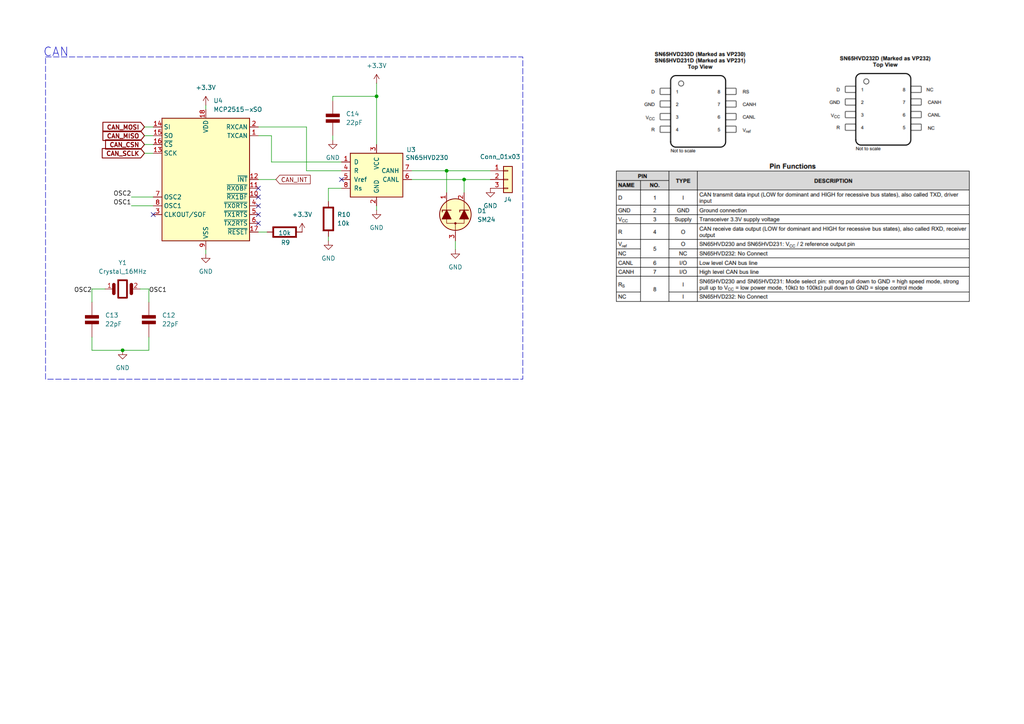
<source format=kicad_sch>
(kicad_sch
	(version 20231120)
	(generator "eeschema")
	(generator_version "8.0")
	(uuid "9300aaf4-c29d-43a4-8852-a8629b5a452d")
	(paper "A4")
	(lib_symbols
		(symbol "Interface_CAN_LIN:MCP2515-xSO"
			(exclude_from_sim no)
			(in_bom yes)
			(on_board yes)
			(property "Reference" "U"
				(at -10.16 19.685 0)
				(effects
					(font
						(size 1.27 1.27)
					)
					(justify right)
				)
			)
			(property "Value" "MCP2515-xSO"
				(at 19.05 20.32 0)
				(effects
					(font
						(size 1.27 1.27)
					)
					(justify right top)
				)
			)
			(property "Footprint" "Package_SO:SOIC-18W_7.5x11.6mm_P1.27mm"
				(at 0 -22.86 0)
				(effects
					(font
						(size 1.27 1.27)
						(italic yes)
					)
					(hide yes)
				)
			)
			(property "Datasheet" "http://ww1.microchip.com/downloads/en/DeviceDoc/21801e.pdf"
				(at 2.54 -20.32 0)
				(effects
					(font
						(size 1.27 1.27)
					)
					(hide yes)
				)
			)
			(property "Description" "Stand-Alone CAN Controller with SPI Interface, SOIC-18"
				(at 0 0 0)
				(effects
					(font
						(size 1.27 1.27)
					)
					(hide yes)
				)
			)
			(property "ki_keywords" "CAN Controller SPI"
				(at 0 0 0)
				(effects
					(font
						(size 1.27 1.27)
					)
					(hide yes)
				)
			)
			(property "ki_fp_filters" "SOIC*7.5x11.6mm*P1.27mm*"
				(at 0 0 0)
				(effects
					(font
						(size 1.27 1.27)
					)
					(hide yes)
				)
			)
			(symbol "MCP2515-xSO_0_1"
				(rectangle
					(start -12.7 17.78)
					(end 12.7 -17.78)
					(stroke
						(width 0.254)
						(type default)
					)
					(fill
						(type background)
					)
				)
			)
			(symbol "MCP2515-xSO_1_1"
				(pin output line
					(at 15.24 12.7 180)
					(length 2.54)
					(name "TXCAN"
						(effects
							(font
								(size 1.27 1.27)
							)
						)
					)
					(number "1"
						(effects
							(font
								(size 1.27 1.27)
							)
						)
					)
				)
				(pin output line
					(at 15.24 -5.08 180)
					(length 2.54)
					(name "~{RX1BF}"
						(effects
							(font
								(size 1.27 1.27)
							)
						)
					)
					(number "10"
						(effects
							(font
								(size 1.27 1.27)
							)
						)
					)
				)
				(pin output line
					(at 15.24 -2.54 180)
					(length 2.54)
					(name "~{RX0BF}"
						(effects
							(font
								(size 1.27 1.27)
							)
						)
					)
					(number "11"
						(effects
							(font
								(size 1.27 1.27)
							)
						)
					)
				)
				(pin output line
					(at 15.24 0 180)
					(length 2.54)
					(name "~{INT}"
						(effects
							(font
								(size 1.27 1.27)
							)
						)
					)
					(number "12"
						(effects
							(font
								(size 1.27 1.27)
							)
						)
					)
				)
				(pin input line
					(at -15.24 7.62 0)
					(length 2.54)
					(name "SCK"
						(effects
							(font
								(size 1.27 1.27)
							)
						)
					)
					(number "13"
						(effects
							(font
								(size 1.27 1.27)
							)
						)
					)
				)
				(pin input line
					(at -15.24 15.24 0)
					(length 2.54)
					(name "SI"
						(effects
							(font
								(size 1.27 1.27)
							)
						)
					)
					(number "14"
						(effects
							(font
								(size 1.27 1.27)
							)
						)
					)
				)
				(pin output line
					(at -15.24 12.7 0)
					(length 2.54)
					(name "SO"
						(effects
							(font
								(size 1.27 1.27)
							)
						)
					)
					(number "15"
						(effects
							(font
								(size 1.27 1.27)
							)
						)
					)
				)
				(pin input line
					(at -15.24 10.16 0)
					(length 2.54)
					(name "~{CS}"
						(effects
							(font
								(size 1.27 1.27)
							)
						)
					)
					(number "16"
						(effects
							(font
								(size 1.27 1.27)
							)
						)
					)
				)
				(pin input line
					(at 15.24 -15.24 180)
					(length 2.54)
					(name "~{RESET}"
						(effects
							(font
								(size 1.27 1.27)
							)
						)
					)
					(number "17"
						(effects
							(font
								(size 1.27 1.27)
							)
						)
					)
				)
				(pin power_in line
					(at 0 20.32 270)
					(length 2.54)
					(name "VDD"
						(effects
							(font
								(size 1.27 1.27)
							)
						)
					)
					(number "18"
						(effects
							(font
								(size 1.27 1.27)
							)
						)
					)
				)
				(pin input line
					(at 15.24 15.24 180)
					(length 2.54)
					(name "RXCAN"
						(effects
							(font
								(size 1.27 1.27)
							)
						)
					)
					(number "2"
						(effects
							(font
								(size 1.27 1.27)
							)
						)
					)
				)
				(pin output line
					(at -15.24 -10.16 0)
					(length 2.54)
					(name "CLKOUT/SOF"
						(effects
							(font
								(size 1.27 1.27)
							)
						)
					)
					(number "3"
						(effects
							(font
								(size 1.27 1.27)
							)
						)
					)
				)
				(pin input line
					(at 15.24 -7.62 180)
					(length 2.54)
					(name "~{TX0RTS}"
						(effects
							(font
								(size 1.27 1.27)
							)
						)
					)
					(number "4"
						(effects
							(font
								(size 1.27 1.27)
							)
						)
					)
				)
				(pin input line
					(at 15.24 -10.16 180)
					(length 2.54)
					(name "~{TX1RTS}"
						(effects
							(font
								(size 1.27 1.27)
							)
						)
					)
					(number "5"
						(effects
							(font
								(size 1.27 1.27)
							)
						)
					)
				)
				(pin input line
					(at 15.24 -12.7 180)
					(length 2.54)
					(name "~{TX2RTS}"
						(effects
							(font
								(size 1.27 1.27)
							)
						)
					)
					(number "6"
						(effects
							(font
								(size 1.27 1.27)
							)
						)
					)
				)
				(pin output line
					(at -15.24 -5.08 0)
					(length 2.54)
					(name "OSC2"
						(effects
							(font
								(size 1.27 1.27)
							)
						)
					)
					(number "7"
						(effects
							(font
								(size 1.27 1.27)
							)
						)
					)
				)
				(pin input line
					(at -15.24 -7.62 0)
					(length 2.54)
					(name "OSC1"
						(effects
							(font
								(size 1.27 1.27)
							)
						)
					)
					(number "8"
						(effects
							(font
								(size 1.27 1.27)
							)
						)
					)
				)
				(pin power_in line
					(at 0 -20.32 90)
					(length 2.54)
					(name "VSS"
						(effects
							(font
								(size 1.27 1.27)
							)
						)
					)
					(number "9"
						(effects
							(font
								(size 1.27 1.27)
							)
						)
					)
				)
			)
		)
		(symbol "Interface_CAN_LIN:SN65HVD230"
			(pin_names
				(offset 1.016)
			)
			(exclude_from_sim no)
			(in_bom yes)
			(on_board yes)
			(property "Reference" "U"
				(at -2.54 10.16 0)
				(effects
					(font
						(size 1.27 1.27)
					)
					(justify right)
				)
			)
			(property "Value" "SN65HVD230"
				(at -2.54 7.62 0)
				(effects
					(font
						(size 1.27 1.27)
					)
					(justify right)
				)
			)
			(property "Footprint" "Package_SO:SOIC-8_3.9x4.9mm_P1.27mm"
				(at 0 -12.7 0)
				(effects
					(font
						(size 1.27 1.27)
					)
					(hide yes)
				)
			)
			(property "Datasheet" "http://www.ti.com/lit/ds/symlink/sn65hvd230.pdf"
				(at -2.54 10.16 0)
				(effects
					(font
						(size 1.27 1.27)
					)
					(hide yes)
				)
			)
			(property "Description" "CAN Bus Transceivers, 3.3V, 1Mbps, Low-Power capabilities, SOIC-8"
				(at 0 0 0)
				(effects
					(font
						(size 1.27 1.27)
					)
					(hide yes)
				)
			)
			(property "ki_keywords" "can transeiver ti low-power"
				(at 0 0 0)
				(effects
					(font
						(size 1.27 1.27)
					)
					(hide yes)
				)
			)
			(property "ki_fp_filters" "SOIC*3.9x4.9mm*P1.27mm*"
				(at 0 0 0)
				(effects
					(font
						(size 1.27 1.27)
					)
					(hide yes)
				)
			)
			(symbol "SN65HVD230_0_1"
				(rectangle
					(start -7.62 5.08)
					(end 7.62 -7.62)
					(stroke
						(width 0.254)
						(type default)
					)
					(fill
						(type background)
					)
				)
			)
			(symbol "SN65HVD230_1_1"
				(pin input line
					(at -10.16 2.54 0)
					(length 2.54)
					(name "D"
						(effects
							(font
								(size 1.27 1.27)
							)
						)
					)
					(number "1"
						(effects
							(font
								(size 1.27 1.27)
							)
						)
					)
				)
				(pin power_in line
					(at 0 -10.16 90)
					(length 2.54)
					(name "GND"
						(effects
							(font
								(size 1.27 1.27)
							)
						)
					)
					(number "2"
						(effects
							(font
								(size 1.27 1.27)
							)
						)
					)
				)
				(pin power_in line
					(at 0 7.62 270)
					(length 2.54)
					(name "VCC"
						(effects
							(font
								(size 1.27 1.27)
							)
						)
					)
					(number "3"
						(effects
							(font
								(size 1.27 1.27)
							)
						)
					)
				)
				(pin output line
					(at -10.16 0 0)
					(length 2.54)
					(name "R"
						(effects
							(font
								(size 1.27 1.27)
							)
						)
					)
					(number "4"
						(effects
							(font
								(size 1.27 1.27)
							)
						)
					)
				)
				(pin output line
					(at -10.16 -2.54 0)
					(length 2.54)
					(name "Vref"
						(effects
							(font
								(size 1.27 1.27)
							)
						)
					)
					(number "5"
						(effects
							(font
								(size 1.27 1.27)
							)
						)
					)
				)
				(pin bidirectional line
					(at 10.16 -2.54 180)
					(length 2.54)
					(name "CANL"
						(effects
							(font
								(size 1.27 1.27)
							)
						)
					)
					(number "6"
						(effects
							(font
								(size 1.27 1.27)
							)
						)
					)
				)
				(pin bidirectional line
					(at 10.16 0 180)
					(length 2.54)
					(name "CANH"
						(effects
							(font
								(size 1.27 1.27)
							)
						)
					)
					(number "7"
						(effects
							(font
								(size 1.27 1.27)
							)
						)
					)
				)
				(pin input line
					(at -10.16 -5.08 0)
					(length 2.54)
					(name "Rs"
						(effects
							(font
								(size 1.27 1.27)
							)
						)
					)
					(number "8"
						(effects
							(font
								(size 1.27 1.27)
							)
						)
					)
				)
			)
		)
		(symbol "PCM_4ms_Connector:Conn_01x03"
			(pin_names
				(offset 1.016) hide)
			(exclude_from_sim no)
			(in_bom yes)
			(on_board yes)
			(property "Reference" "J"
				(at 0 5.08 0)
				(effects
					(font
						(size 1.27 1.27)
					)
				)
			)
			(property "Value" "Conn_01x03"
				(at 0 -5.08 0)
				(effects
					(font
						(size 1.27 1.27)
					)
				)
			)
			(property "Footprint" "4ms_Connector:Pins_1x03_2.54mm_TH_AudioInsRGndL"
				(at 0 6.985 0)
				(effects
					(font
						(size 1.27 1.27)
					)
					(hide yes)
				)
			)
			(property "Datasheet" ""
				(at 0 0 0)
				(effects
					(font
						(size 1.27 1.27)
					)
					(hide yes)
				)
			)
			(property "Description" "HEADER 1x3 MALE PINS 0.100” 180deg"
				(at 0 0 0)
				(effects
					(font
						(size 1.27 1.27)
					)
					(hide yes)
				)
			)
			(property "Specifications" "HEADER 1x3 MALE PINS 0.100” 180deg"
				(at -2.54 -7.874 0)
				(effects
					(font
						(size 1.27 1.27)
					)
					(justify left)
					(hide yes)
				)
			)
			(property "Manufacturer" "TAD"
				(at -2.54 -9.398 0)
				(effects
					(font
						(size 1.27 1.27)
					)
					(justify left)
					(hide yes)
				)
			)
			(property "Part Number" "1-0301FBV0T"
				(at -2.54 -10.922 0)
				(effects
					(font
						(size 1.27 1.27)
					)
					(justify left)
					(hide yes)
				)
			)
			(property "ki_keywords" "Conn_01x03"
				(at 0 0 0)
				(effects
					(font
						(size 1.27 1.27)
					)
					(hide yes)
				)
			)
			(property "ki_fp_filters" "Connector*:*_1x??_*"
				(at 0 0 0)
				(effects
					(font
						(size 1.27 1.27)
					)
					(hide yes)
				)
			)
			(symbol "Conn_01x03_1_1"
				(rectangle
					(start -1.27 -2.413)
					(end 0 -2.667)
					(stroke
						(width 0.1524)
						(type default)
					)
					(fill
						(type none)
					)
				)
				(rectangle
					(start -1.27 0.127)
					(end 0 -0.127)
					(stroke
						(width 0.1524)
						(type default)
					)
					(fill
						(type none)
					)
				)
				(rectangle
					(start -1.27 2.667)
					(end 0 2.413)
					(stroke
						(width 0.1524)
						(type default)
					)
					(fill
						(type none)
					)
				)
				(rectangle
					(start -1.27 3.81)
					(end 1.27 -3.81)
					(stroke
						(width 0.254)
						(type default)
					)
					(fill
						(type background)
					)
				)
				(pin passive line
					(at -5.08 2.54 0)
					(length 3.81)
					(name "Pin_1"
						(effects
							(font
								(size 1.27 1.27)
							)
						)
					)
					(number "1"
						(effects
							(font
								(size 1.27 1.27)
							)
						)
					)
				)
				(pin passive line
					(at -5.08 0 0)
					(length 3.81)
					(name "Pin_2"
						(effects
							(font
								(size 1.27 1.27)
							)
						)
					)
					(number "2"
						(effects
							(font
								(size 1.27 1.27)
							)
						)
					)
				)
				(pin passive line
					(at -5.08 -2.54 0)
					(length 3.81)
					(name "Pin_3"
						(effects
							(font
								(size 1.27 1.27)
							)
						)
					)
					(number "3"
						(effects
							(font
								(size 1.27 1.27)
							)
						)
					)
				)
			)
		)
		(symbol "PCM_Diode_TVS_AKL:SM24"
			(pin_names
				(offset 1.016) hide)
			(exclude_from_sim no)
			(in_bom yes)
			(on_board yes)
			(property "Reference" "D"
				(at 0 8.89 0)
				(effects
					(font
						(size 1.27 1.27)
					)
				)
			)
			(property "Value" "SM24"
				(at 0 6.35 0)
				(effects
					(font
						(size 1.27 1.27)
					)
				)
			)
			(property "Footprint" "PCM_Package_TO_SOT_SMD_AKL:SOT-23"
				(at 0 8.89 0)
				(effects
					(font
						(size 1.27 1.27)
					)
					(hide yes)
				)
			)
			(property "Datasheet" "https://www.tme.eu/Document/88df4d570e0aa08a853b701ed618f6e4/SM05T1.PDF"
				(at 0 8.89 0)
				(effects
					(font
						(size 1.27 1.27)
					)
					(hide yes)
				)
			)
			(property "Description" "SOT-23 Dual Unidirectional TVS Diode, can be used as 1xBidirectional, 24V, 300W, Alternate KiCAD Library"
				(at 0 0 0)
				(effects
					(font
						(size 1.27 1.27)
					)
					(hide yes)
				)
			)
			(property "ki_keywords" "diode dual unidirectional TVS SM24"
				(at 0 0 0)
				(effects
					(font
						(size 1.27 1.27)
					)
					(hide yes)
				)
			)
			(symbol "SM24_0_1"
				(circle
					(center -2.54 0)
					(radius 0.254)
					(stroke
						(width 0)
						(type default)
					)
					(fill
						(type outline)
					)
				)
				(polyline
					(pts
						(xy -5.08 0) (xy -2.54 0)
					)
					(stroke
						(width 0)
						(type default)
					)
					(fill
						(type none)
					)
				)
				(polyline
					(pts
						(xy 1.27 -2.54) (xy 3.81 -2.54)
					)
					(stroke
						(width 0)
						(type default)
					)
					(fill
						(type none)
					)
				)
				(polyline
					(pts
						(xy 1.27 -1.27) (xy 0.762 -1.27)
					)
					(stroke
						(width 0.254)
						(type default)
					)
					(fill
						(type none)
					)
				)
				(polyline
					(pts
						(xy 1.27 -1.27) (xy 1.27 -3.81)
					)
					(stroke
						(width 0.254)
						(type default)
					)
					(fill
						(type none)
					)
				)
				(polyline
					(pts
						(xy 1.27 2.54) (xy 3.81 2.54)
					)
					(stroke
						(width 0)
						(type default)
					)
					(fill
						(type none)
					)
				)
				(polyline
					(pts
						(xy 1.27 3.81) (xy 0.762 3.81)
					)
					(stroke
						(width 0.254)
						(type default)
					)
					(fill
						(type none)
					)
				)
				(polyline
					(pts
						(xy 1.27 3.81) (xy 1.27 1.27)
					)
					(stroke
						(width 0.254)
						(type default)
					)
					(fill
						(type none)
					)
				)
				(polyline
					(pts
						(xy -1.27 -2.54) (xy -2.54 -2.54) (xy -2.54 2.54) (xy -1.27 2.54)
					)
					(stroke
						(width 0)
						(type default)
					)
					(fill
						(type none)
					)
				)
				(circle
					(center 0 0)
					(radius 4.572)
					(stroke
						(width 0.254)
						(type default)
					)
					(fill
						(type background)
					)
				)
			)
			(symbol "SM24_0_2"
				(arc
					(start -2.54 -2.54)
					(mid 0 -5.0576)
					(end 2.54 -2.54)
					(stroke
						(width 0.254)
						(type default)
					)
					(fill
						(type none)
					)
				)
				(polyline
					(pts
						(xy -2.54 0) (xy 0 0)
					)
					(stroke
						(width 0)
						(type default)
					)
					(fill
						(type none)
					)
				)
				(polyline
					(pts
						(xy -2.54 2.54) (xy -2.54 -2.54)
					)
					(stroke
						(width 0.254)
						(type default)
					)
					(fill
						(type none)
					)
				)
				(polyline
					(pts
						(xy -1.27 3.81) (xy -1.27 3.302)
					)
					(stroke
						(width 0.254)
						(type default)
					)
					(fill
						(type none)
					)
				)
				(polyline
					(pts
						(xy -1.27 3.81) (xy 1.27 3.81)
					)
					(stroke
						(width 0.254)
						(type default)
					)
					(fill
						(type none)
					)
				)
				(polyline
					(pts
						(xy 0 -5.08) (xy 0 -3.81)
					)
					(stroke
						(width 0)
						(type default)
					)
					(fill
						(type none)
					)
				)
				(polyline
					(pts
						(xy 0 1.27) (xy 0 -1.27)
					)
					(stroke
						(width 0)
						(type default)
					)
					(fill
						(type none)
					)
				)
				(polyline
					(pts
						(xy 0 5.08) (xy 0 3.81)
					)
					(stroke
						(width 0)
						(type default)
					)
					(fill
						(type none)
					)
				)
				(polyline
					(pts
						(xy 1.27 -3.81) (xy -1.27 -3.81)
					)
					(stroke
						(width 0.254)
						(type default)
					)
					(fill
						(type none)
					)
				)
				(polyline
					(pts
						(xy 1.27 -3.81) (xy 1.27 -3.302)
					)
					(stroke
						(width 0.254)
						(type default)
					)
					(fill
						(type none)
					)
				)
				(polyline
					(pts
						(xy 2.54 -2.54) (xy 2.54 2.54)
					)
					(stroke
						(width 0.254)
						(type default)
					)
					(fill
						(type none)
					)
				)
				(polyline
					(pts
						(xy 0 -5.08) (xy -1.016 -4.826) (xy -1.778 -4.318) (xy -2.286 -3.556) (xy -2.54 -3.048) (xy -2.54 2.794)
						(xy -2.286 3.556) (xy -1.778 4.318) (xy -1.016 4.826) (xy -0.254 5.08) (xy 0.254 5.08) (xy 1.016 4.826)
						(xy 1.524 4.572) (xy 2.032 4.064) (xy 2.286 3.556) (xy 2.54 2.794) (xy 2.54 -2.794) (xy 2.286 -3.556)
						(xy 2.032 -4.064) (xy 1.524 -4.572) (xy 1.016 -4.826) (xy 0 -5.08)
					)
					(stroke
						(width 0.01)
						(type default)
					)
					(fill
						(type background)
					)
				)
				(circle
					(center 0 0)
					(radius 0.254)
					(stroke
						(width 0)
						(type default)
					)
					(fill
						(type outline)
					)
				)
				(arc
					(start 2.54 2.54)
					(mid 0 5.0576)
					(end -2.54 2.54)
					(stroke
						(width 0.254)
						(type default)
					)
					(fill
						(type none)
					)
				)
			)
			(symbol "SM24_1_1"
				(polyline
					(pts
						(xy -1.27 -2.54) (xy 1.27 -2.54)
					)
					(stroke
						(width 0)
						(type default)
					)
					(fill
						(type none)
					)
				)
				(polyline
					(pts
						(xy -1.27 2.54) (xy 1.27 2.54)
					)
					(stroke
						(width 0)
						(type default)
					)
					(fill
						(type none)
					)
				)
				(polyline
					(pts
						(xy -1.27 -1.27) (xy -1.27 -3.81) (xy 1.27 -2.54) (xy -1.27 -1.27)
					)
					(stroke
						(width 0.254)
						(type default)
					)
					(fill
						(type outline)
					)
				)
				(polyline
					(pts
						(xy -1.27 3.81) (xy -1.27 1.27) (xy 1.27 2.54) (xy -1.27 3.81)
					)
					(stroke
						(width 0.254)
						(type default)
					)
					(fill
						(type outline)
					)
				)
				(pin passive line
					(at 6.35 2.54 180)
					(length 2.54)
					(name "K1"
						(effects
							(font
								(size 1.27 1.27)
							)
						)
					)
					(number "1"
						(effects
							(font
								(size 1.27 1.27)
							)
						)
					)
				)
				(pin passive line
					(at 6.35 -2.54 180)
					(length 2.54)
					(name "K2"
						(effects
							(font
								(size 1.27 1.27)
							)
						)
					)
					(number "2"
						(effects
							(font
								(size 1.27 1.27)
							)
						)
					)
				)
				(pin passive line
					(at -7.62 0 0)
					(length 2.54)
					(name "A"
						(effects
							(font
								(size 1.27 1.27)
							)
						)
					)
					(number "3"
						(effects
							(font
								(size 1.27 1.27)
							)
						)
					)
				)
			)
			(symbol "SM24_1_2"
				(polyline
					(pts
						(xy -1.27 1.27) (xy 1.27 1.27) (xy 0 3.81) (xy -1.27 1.27)
					)
					(stroke
						(width 0.254)
						(type default)
					)
					(fill
						(type outline)
					)
				)
				(polyline
					(pts
						(xy 1.27 -1.27) (xy -1.27 -1.27) (xy 0 -3.81) (xy 1.27 -1.27)
					)
					(stroke
						(width 0.254)
						(type default)
					)
					(fill
						(type outline)
					)
				)
				(pin passive line
					(at 0 7.62 270)
					(length 2.54)
					(name "K1"
						(effects
							(font
								(size 1.27 1.27)
							)
						)
					)
					(number "1"
						(effects
							(font
								(size 1.27 1.27)
							)
						)
					)
				)
				(pin passive line
					(at 0 -7.62 90)
					(length 2.54)
					(name "K2"
						(effects
							(font
								(size 1.27 1.27)
							)
						)
					)
					(number "2"
						(effects
							(font
								(size 1.27 1.27)
							)
						)
					)
				)
				(pin passive line
					(at -5.08 0 0)
					(length 2.54)
					(name "A"
						(effects
							(font
								(size 1.27 1.27)
							)
						)
					)
					(number "3"
						(effects
							(font
								(size 1.27 1.27)
							)
						)
					)
				)
			)
		)
		(symbol "PCM_Elektuur:C"
			(pin_numbers hide)
			(pin_names
				(offset 0) hide)
			(exclude_from_sim no)
			(in_bom yes)
			(on_board yes)
			(property "Reference" "C"
				(at 0.635 3.175 0)
				(effects
					(font
						(size 1.27 1.27)
					)
					(justify left)
				)
			)
			(property "Value" "C"
				(at 0.635 -3.175 0)
				(effects
					(font
						(size 1.27 1.27)
					)
					(justify left)
				)
			)
			(property "Footprint" ""
				(at 0 0 0)
				(effects
					(font
						(size 1.27 1.27)
					)
					(hide yes)
				)
			)
			(property "Datasheet" ""
				(at 0 0 0)
				(effects
					(font
						(size 1.27 1.27)
					)
					(hide yes)
				)
			)
			(property "Description" "capacitor, non-polarized/bipolar"
				(at 0 0 0)
				(effects
					(font
						(size 1.27 1.27)
					)
					(hide yes)
				)
			)
			(property "Indicator" "+"
				(at -1.27 3.175 0)
				(effects
					(font
						(size 1.27 1.27)
					)
					(hide yes)
				)
			)
			(property "Rating" "V"
				(at -0.635 -3.175 0)
				(effects
					(font
						(size 1.27 1.27)
					)
					(justify right)
					(hide yes)
				)
			)
			(property "ki_keywords" "C cap capacitor non-polarized bipolar"
				(at 0 0 0)
				(effects
					(font
						(size 1.27 1.27)
					)
					(hide yes)
				)
			)
			(symbol "C_1_1"
				(rectangle
					(start -1.905 -0.4318)
					(end 1.905 -1.1938)
					(stroke
						(width 0.254)
						(type default)
					)
					(fill
						(type outline)
					)
				)
				(rectangle
					(start -1.905 1.1938)
					(end 1.905 0.4318)
					(stroke
						(width 0.254)
						(type default)
					)
					(fill
						(type outline)
					)
				)
				(pin passive line
					(at 0 5.08 270)
					(length 3.8862)
					(name "+"
						(effects
							(font
								(size 1.27 1.27)
							)
						)
					)
					(number "1"
						(effects
							(font
								(size 1.27 1.27)
							)
						)
					)
				)
				(pin passive line
					(at 0 -5.08 90)
					(length 3.8862)
					(name "-"
						(effects
							(font
								(size 1.27 1.27)
							)
						)
					)
					(number "2"
						(effects
							(font
								(size 1.27 1.27)
							)
						)
					)
				)
			)
			(symbol "C_1_2"
				(polyline
					(pts
						(xy -1.905 -1.4986) (xy 1.905 -1.4986) (xy 1.905 -0.4318) (xy -1.905 -0.4318) (xy -1.905 -1.4986)
						(xy -1.8034 -1.397) (xy -1.8034 -0.5334) (xy 1.8034 -0.5334) (xy 1.8034 -1.397) (xy -1.8034 -1.397)
						(xy -1.905 -1.4986)
					)
					(stroke
						(width 0.254)
						(type default)
					)
					(fill
						(type outline)
					)
				)
				(polyline
					(pts
						(xy -1.905 0.4318) (xy 1.905 0.4318) (xy 1.905 1.4986) (xy -1.905 1.4986) (xy -1.905 0.4318) (xy -1.8034 0.5334)
						(xy -1.8034 1.397) (xy 1.8034 1.397) (xy 1.8034 0.5334) (xy -1.8034 0.5334) (xy -1.905 0.4318)
					)
					(stroke
						(width 0.254)
						(type default)
					)
					(fill
						(type outline)
					)
				)
				(pin passive line
					(at 0 5.08 270)
					(length 3.5814)
					(name "+"
						(effects
							(font
								(size 1.27 1.27)
							)
						)
					)
					(number "1"
						(effects
							(font
								(size 1.27 1.27)
							)
						)
					)
				)
				(pin passive line
					(at 0 -5.08 90)
					(length 3.5814)
					(name "-"
						(effects
							(font
								(size 1.27 1.27)
							)
						)
					)
					(number "2"
						(effects
							(font
								(size 1.27 1.27)
							)
						)
					)
				)
			)
		)
		(symbol "PCM_Elektuur:R"
			(pin_numbers hide)
			(pin_names
				(offset 0) hide)
			(exclude_from_sim no)
			(in_bom yes)
			(on_board yes)
			(property "Reference" "R"
				(at 2.54 3.175 0)
				(effects
					(font
						(size 1.27 1.27)
					)
					(justify left)
				)
			)
			(property "Value" "R"
				(at 0 0 90)
				(effects
					(font
						(size 1.27 1.27)
					)
				)
			)
			(property "Footprint" ""
				(at 0 0 0)
				(effects
					(font
						(size 1.27 1.27)
					)
					(hide yes)
				)
			)
			(property "Datasheet" ""
				(at 0 0 0)
				(effects
					(font
						(size 1.27 1.27)
					)
					(hide yes)
				)
			)
			(property "Description" "resistor"
				(at 0 0 0)
				(effects
					(font
						(size 1.27 1.27)
					)
					(hide yes)
				)
			)
			(property "Indicator" "+"
				(at -3.175 3.175 0)
				(effects
					(font
						(size 1.27 1.27)
					)
					(hide yes)
				)
			)
			(property "Rating" "W"
				(at 2.54 -3.175 0)
				(effects
					(font
						(size 1.27 1.27)
					)
					(justify left)
					(hide yes)
				)
			)
			(property "ki_keywords" "R res resistor"
				(at 0 0 0)
				(effects
					(font
						(size 1.27 1.27)
					)
					(hide yes)
				)
			)
			(symbol "R_1_1"
				(polyline
					(pts
						(xy -1.524 -3.429) (xy 1.524 -3.429) (xy 1.524 3.429) (xy -1.524 3.429) (xy -1.524 -3.429) (xy -1.27 -3.175)
						(xy -1.27 3.175) (xy 1.27 3.175) (xy 1.27 -3.175) (xy -1.27 -3.175) (xy -1.524 -3.429)
					)
					(stroke
						(width 0.254)
						(type default)
					)
					(fill
						(type outline)
					)
				)
				(pin passive line
					(at 0 5.08 270)
					(length 1.651)
					(name "+"
						(effects
							(font
								(size 1.27 1.27)
							)
						)
					)
					(number "1"
						(effects
							(font
								(size 1.27 1.27)
							)
						)
					)
				)
				(pin passive line
					(at 0 -5.08 90)
					(length 1.651)
					(name "-"
						(effects
							(font
								(size 1.27 1.27)
							)
						)
					)
					(number "2"
						(effects
							(font
								(size 1.27 1.27)
							)
						)
					)
				)
			)
			(symbol "R_1_2"
				(polyline
					(pts
						(xy -0.508 -3.429) (xy 1.524 -3.429) (xy 1.524 3.429) (xy -0.508 3.429) (xy -0.508 3.175) (xy 1.27 3.175)
						(xy 1.27 -3.175) (xy -0.508 -3.175) (xy -0.508 -3.429)
					)
					(stroke
						(width 0.254)
						(type default)
					)
					(fill
						(type outline)
					)
				)
				(pin passive line
					(at 0 5.08 270)
					(length 1.651)
					(name "+"
						(effects
							(font
								(size 1.27 1.27)
							)
						)
					)
					(number "1"
						(effects
							(font
								(size 1.27 1.27)
							)
						)
					)
				)
				(pin passive line
					(at 0 -5.08 90)
					(length 1.651)
					(name "-"
						(effects
							(font
								(size 1.27 1.27)
							)
						)
					)
					(number "2"
						(effects
							(font
								(size 1.27 1.27)
							)
						)
					)
				)
			)
			(symbol "R_1_3"
				(polyline
					(pts
						(xy 0 3.4798) (xy 0 3.2004) (xy 0.7112 2.794) (xy -1.1938 1.6764) (xy 0.7112 0.5588) (xy -1.1938 -0.5588)
						(xy 0.7112 -1.6764) (xy -1.1938 -2.794) (xy 0 -3.4798) (xy 0 -3.2004) (xy -0.7112 -2.794) (xy 1.1938 -1.6764)
						(xy -0.7112 -0.5588) (xy 1.1938 0.5588) (xy -0.7112 1.6764) (xy 1.1938 2.794) (xy 0 3.4798)
					)
					(stroke
						(width 0.254)
						(type default)
					)
					(fill
						(type outline)
					)
				)
				(pin passive line
					(at 0 5.08 270)
					(length 1.6002)
					(name "+"
						(effects
							(font
								(size 1.27 1.27)
							)
						)
					)
					(number "1"
						(effects
							(font
								(size 1.27 1.27)
							)
						)
					)
				)
				(pin passive line
					(at 0 -5.08 90)
					(length 1.6002)
					(name "-"
						(effects
							(font
								(size 1.27 1.27)
							)
						)
					)
					(number "2"
						(effects
							(font
								(size 1.27 1.27)
							)
						)
					)
				)
			)
			(symbol "R_1_4"
				(polyline
					(pts
						(xy 0 4.5466) (xy 0 4.2672) (xy 0.0508 4.2418) (xy 1.016 3.683) (xy -1.524 2.2098) (xy 1.016 0.7366)
						(xy -1.524 -0.7366) (xy 1.016 -2.2098) (xy -1.524 -3.683) (xy -0.0762 -4.5212) (xy 0 -4.5466)
						(xy 0 -4.2672) (xy -0.0508 -4.2418) (xy -1.016 -3.683) (xy 1.524 -2.2098) (xy -1.016 -0.7366)
						(xy 1.524 0.7366) (xy -1.016 2.2098) (xy 1.524 3.683) (xy 0.0762 4.5212) (xy 0 4.5466)
					)
					(stroke
						(width 0.254)
						(type default)
					)
					(fill
						(type outline)
					)
				)
				(pin passive line
					(at 0 5.08 270)
					(length 0.5334)
					(name "+"
						(effects
							(font
								(size 1.27 1.27)
							)
						)
					)
					(number "1"
						(effects
							(font
								(size 1.27 1.27)
							)
						)
					)
				)
				(pin passive line
					(at 0 -5.08 90)
					(length 0.5334)
					(name "-"
						(effects
							(font
								(size 1.27 1.27)
							)
						)
					)
					(number "2"
						(effects
							(font
								(size 1.27 1.27)
							)
						)
					)
				)
			)
		)
		(symbol "PCM_SL_Devices:Crystal_16MHz"
			(exclude_from_sim no)
			(in_bom yes)
			(on_board yes)
			(property "Reference" "Y"
				(at 0 7.62 0)
				(effects
					(font
						(size 1.27 1.27)
					)
				)
			)
			(property "Value" "Crystal_16MHz"
				(at 0 5.08 0)
				(effects
					(font
						(size 1.27 1.27)
					)
				)
			)
			(property "Footprint" "Crystal:Crystal_HC49-4H_Vertical"
				(at 0 -3.81 0)
				(effects
					(font
						(size 1.27 1.27)
					)
					(hide yes)
				)
			)
			(property "Datasheet" ""
				(at 0 1.27 0)
				(effects
					(font
						(size 1.27 1.27)
					)
					(hide yes)
				)
			)
			(property "Description" "16Mz Crystal"
				(at 0 0 0)
				(effects
					(font
						(size 1.27 1.27)
					)
					(hide yes)
				)
			)
			(property "ki_keywords" "16Mz Crystal"
				(at 0 0 0)
				(effects
					(font
						(size 1.27 1.27)
					)
					(hide yes)
				)
			)
			(symbol "Crystal_16MHz_0_1"
				(rectangle
					(start -1.27 2.54)
					(end 1.27 -2.54)
					(stroke
						(width 0.5)
						(type default)
					)
					(fill
						(type none)
					)
				)
				(polyline
					(pts
						(xy -2.54 1.27) (xy -2.54 -1.27)
					)
					(stroke
						(width 1)
						(type default)
					)
					(fill
						(type none)
					)
				)
				(polyline
					(pts
						(xy 2.54 1.27) (xy 2.54 -1.27)
					)
					(stroke
						(width 1)
						(type default)
					)
					(fill
						(type none)
					)
				)
			)
			(symbol "Crystal_16MHz_1_1"
				(pin passive line
					(at -5.08 0 0)
					(length 2.54)
					(name ""
						(effects
							(font
								(size 1.27 1.27)
							)
						)
					)
					(number "1"
						(effects
							(font
								(size 1.27 1.27)
							)
						)
					)
				)
				(pin passive line
					(at 5.08 0 180)
					(length 2.54)
					(name ""
						(effects
							(font
								(size 1.27 1.27)
							)
						)
					)
					(number "2"
						(effects
							(font
								(size 1.27 1.27)
							)
						)
					)
				)
			)
		)
		(symbol "power:+3.3V"
			(power)
			(pin_numbers hide)
			(pin_names
				(offset 0) hide)
			(exclude_from_sim no)
			(in_bom yes)
			(on_board yes)
			(property "Reference" "#PWR"
				(at 0 -3.81 0)
				(effects
					(font
						(size 1.27 1.27)
					)
					(hide yes)
				)
			)
			(property "Value" "+3.3V"
				(at 0 3.556 0)
				(effects
					(font
						(size 1.27 1.27)
					)
				)
			)
			(property "Footprint" ""
				(at 0 0 0)
				(effects
					(font
						(size 1.27 1.27)
					)
					(hide yes)
				)
			)
			(property "Datasheet" ""
				(at 0 0 0)
				(effects
					(font
						(size 1.27 1.27)
					)
					(hide yes)
				)
			)
			(property "Description" "Power symbol creates a global label with name \"+3.3V\""
				(at 0 0 0)
				(effects
					(font
						(size 1.27 1.27)
					)
					(hide yes)
				)
			)
			(property "ki_keywords" "global power"
				(at 0 0 0)
				(effects
					(font
						(size 1.27 1.27)
					)
					(hide yes)
				)
			)
			(symbol "+3.3V_0_1"
				(polyline
					(pts
						(xy -0.762 1.27) (xy 0 2.54)
					)
					(stroke
						(width 0)
						(type default)
					)
					(fill
						(type none)
					)
				)
				(polyline
					(pts
						(xy 0 0) (xy 0 2.54)
					)
					(stroke
						(width 0)
						(type default)
					)
					(fill
						(type none)
					)
				)
				(polyline
					(pts
						(xy 0 2.54) (xy 0.762 1.27)
					)
					(stroke
						(width 0)
						(type default)
					)
					(fill
						(type none)
					)
				)
			)
			(symbol "+3.3V_1_1"
				(pin power_in line
					(at 0 0 90)
					(length 0)
					(name "~"
						(effects
							(font
								(size 1.27 1.27)
							)
						)
					)
					(number "1"
						(effects
							(font
								(size 1.27 1.27)
							)
						)
					)
				)
			)
		)
		(symbol "power:GND"
			(power)
			(pin_numbers hide)
			(pin_names
				(offset 0) hide)
			(exclude_from_sim no)
			(in_bom yes)
			(on_board yes)
			(property "Reference" "#PWR"
				(at 0 -6.35 0)
				(effects
					(font
						(size 1.27 1.27)
					)
					(hide yes)
				)
			)
			(property "Value" "GND"
				(at 0 -3.81 0)
				(effects
					(font
						(size 1.27 1.27)
					)
				)
			)
			(property "Footprint" ""
				(at 0 0 0)
				(effects
					(font
						(size 1.27 1.27)
					)
					(hide yes)
				)
			)
			(property "Datasheet" ""
				(at 0 0 0)
				(effects
					(font
						(size 1.27 1.27)
					)
					(hide yes)
				)
			)
			(property "Description" "Power symbol creates a global label with name \"GND\" , ground"
				(at 0 0 0)
				(effects
					(font
						(size 1.27 1.27)
					)
					(hide yes)
				)
			)
			(property "ki_keywords" "global power"
				(at 0 0 0)
				(effects
					(font
						(size 1.27 1.27)
					)
					(hide yes)
				)
			)
			(symbol "GND_0_1"
				(polyline
					(pts
						(xy 0 0) (xy 0 -1.27) (xy 1.27 -1.27) (xy 0 -2.54) (xy -1.27 -1.27) (xy 0 -1.27)
					)
					(stroke
						(width 0)
						(type default)
					)
					(fill
						(type none)
					)
				)
			)
			(symbol "GND_1_1"
				(pin power_in line
					(at 0 0 270)
					(length 0)
					(name "~"
						(effects
							(font
								(size 1.27 1.27)
							)
						)
					)
					(number "1"
						(effects
							(font
								(size 1.27 1.27)
							)
						)
					)
				)
			)
		)
	)
	(junction
		(at 129.54 49.53)
		(diameter 0)
		(color 0 0 0 0)
		(uuid "b6e9297c-b7c2-4435-b664-a493e5d6fb5c")
	)
	(junction
		(at 134.62 52.07)
		(diameter 0)
		(color 0 0 0 0)
		(uuid "c9fd1283-0d6a-458d-83de-b24046745477")
	)
	(junction
		(at 109.22 27.94)
		(diameter 0)
		(color 0 0 0 0)
		(uuid "e13afb7f-45cc-40aa-926b-7fe7ab55e45b")
	)
	(junction
		(at 35.56 101.6)
		(diameter 0)
		(color 0 0 0 0)
		(uuid "f103b148-f70d-4854-8d7a-c81faa902a34")
	)
	(no_connect
		(at 74.93 62.23)
		(uuid "0217ebe0-dc6a-4ca6-a915-bd24bb27fd8f")
	)
	(no_connect
		(at 74.93 59.69)
		(uuid "85d44861-f008-46a5-8e7e-8ab270a8dad7")
	)
	(no_connect
		(at 99.06 52.07)
		(uuid "a1737615-ba1a-490d-af34-d727c452f99d")
	)
	(no_connect
		(at 74.93 57.15)
		(uuid "b0b99f66-63a3-4a27-abf3-0139ae0f47c0")
	)
	(no_connect
		(at 74.93 54.61)
		(uuid "b3a90b22-ce06-4ec2-8b38-0eaa178d84f3")
	)
	(no_connect
		(at 74.93 64.77)
		(uuid "defdffc8-60d5-4c9f-8e0b-3798d5a46b37")
	)
	(no_connect
		(at 44.45 62.23)
		(uuid "e10710ef-9438-4e39-b1e2-035a46d449ee")
	)
	(wire
		(pts
			(xy 134.62 52.07) (xy 134.62 55.88)
		)
		(stroke
			(width 0)
			(type default)
		)
		(uuid "0767fbaa-d6da-4179-ac30-bd734b2d1112")
	)
	(wire
		(pts
			(xy 88.9 36.83) (xy 74.93 36.83)
		)
		(stroke
			(width 0)
			(type default)
		)
		(uuid "08523316-92de-4a7a-a85b-940f34c89992")
	)
	(wire
		(pts
			(xy 109.22 24.13) (xy 109.22 27.94)
		)
		(stroke
			(width 0)
			(type default)
		)
		(uuid "090df15c-df48-4ce1-a2c2-474c83c0b24c")
	)
	(wire
		(pts
			(xy 74.93 67.31) (xy 77.47 67.31)
		)
		(stroke
			(width 0)
			(type default)
		)
		(uuid "0ff4b0ff-488c-4340-a95a-4f6aca2a9f53")
	)
	(wire
		(pts
			(xy 26.67 87.63) (xy 26.67 83.82)
		)
		(stroke
			(width 0)
			(type default)
		)
		(uuid "10630cee-2d43-4731-aa51-a8ea2780843f")
	)
	(wire
		(pts
			(xy 44.45 44.45) (xy 41.91 44.45)
		)
		(stroke
			(width 0)
			(type default)
		)
		(uuid "13b5e02e-e3c9-4b1c-abcf-19516e470a69")
	)
	(wire
		(pts
			(xy 44.45 36.83) (xy 41.91 36.83)
		)
		(stroke
			(width 0)
			(type default)
		)
		(uuid "18e01cbe-6e7b-4e8e-90c9-e797e3f0c339")
	)
	(wire
		(pts
			(xy 38.1 57.15) (xy 44.45 57.15)
		)
		(stroke
			(width 0)
			(type default)
		)
		(uuid "1ef01fee-34e9-4712-b73e-6b76f30697ec")
	)
	(wire
		(pts
			(xy 26.67 83.82) (xy 30.48 83.82)
		)
		(stroke
			(width 0)
			(type default)
		)
		(uuid "2aa1f8ae-58c7-4a3b-8bbc-b63ce52b85aa")
	)
	(wire
		(pts
			(xy 99.06 54.61) (xy 95.25 54.61)
		)
		(stroke
			(width 0)
			(type default)
		)
		(uuid "30b5c89f-4b9f-46d2-8f8f-6e4d21ecba9b")
	)
	(wire
		(pts
			(xy 129.54 49.53) (xy 129.54 55.88)
		)
		(stroke
			(width 0)
			(type default)
		)
		(uuid "3fdd74be-6a38-427e-8c7e-e9c119bfc87d")
	)
	(wire
		(pts
			(xy 99.06 49.53) (xy 88.9 49.53)
		)
		(stroke
			(width 0)
			(type default)
		)
		(uuid "44334d3f-ee4a-4908-99e3-5a51903d5207")
	)
	(wire
		(pts
			(xy 129.54 49.53) (xy 142.24 49.53)
		)
		(stroke
			(width 0)
			(type default)
		)
		(uuid "53855df7-1f4b-4357-9dc6-6e26dcfcac05")
	)
	(wire
		(pts
			(xy 26.67 97.79) (xy 26.67 101.6)
		)
		(stroke
			(width 0)
			(type default)
		)
		(uuid "5bb0451c-494c-48f8-97dc-1136f634855e")
	)
	(wire
		(pts
			(xy 78.74 39.37) (xy 74.93 39.37)
		)
		(stroke
			(width 0)
			(type default)
		)
		(uuid "66e90d3f-d16c-4bbe-a0ef-67ded2a9d759")
	)
	(wire
		(pts
			(xy 119.38 49.53) (xy 129.54 49.53)
		)
		(stroke
			(width 0)
			(type default)
		)
		(uuid "686a0d14-0d24-4fa8-8ca4-0671005abd68")
	)
	(wire
		(pts
			(xy 35.56 101.6) (xy 43.18 101.6)
		)
		(stroke
			(width 0)
			(type default)
		)
		(uuid "6af1ed0b-e15d-4965-9c47-70189ce4d6a3")
	)
	(wire
		(pts
			(xy 95.25 68.58) (xy 95.25 69.85)
		)
		(stroke
			(width 0)
			(type default)
		)
		(uuid "6c6b2a86-bc6a-44cc-b42d-0352cef2cc08")
	)
	(wire
		(pts
			(xy 59.69 72.39) (xy 59.69 73.66)
		)
		(stroke
			(width 0)
			(type default)
		)
		(uuid "6cd6884f-2568-4ce5-ac0a-3b9ae7645717")
	)
	(wire
		(pts
			(xy 88.9 49.53) (xy 88.9 36.83)
		)
		(stroke
			(width 0)
			(type default)
		)
		(uuid "7041b0c8-28ed-4635-ac66-516f52296fc6")
	)
	(wire
		(pts
			(xy 119.38 52.07) (xy 134.62 52.07)
		)
		(stroke
			(width 0)
			(type default)
		)
		(uuid "76e355a9-ad8d-4ec6-9d76-35c64c6c1350")
	)
	(wire
		(pts
			(xy 134.62 52.07) (xy 142.24 52.07)
		)
		(stroke
			(width 0)
			(type default)
		)
		(uuid "7ea86e80-e20c-40f0-be22-37337f1b1d26")
	)
	(wire
		(pts
			(xy 132.08 69.85) (xy 132.08 72.39)
		)
		(stroke
			(width 0)
			(type default)
		)
		(uuid "80547c99-8374-4d81-9228-67f19f5798e9")
	)
	(wire
		(pts
			(xy 43.18 101.6) (xy 43.18 97.79)
		)
		(stroke
			(width 0)
			(type default)
		)
		(uuid "847fafa6-a18f-4425-9bb4-454835c785f4")
	)
	(wire
		(pts
			(xy 96.52 39.37) (xy 96.52 40.64)
		)
		(stroke
			(width 0)
			(type default)
		)
		(uuid "9efaee9e-e929-43e0-b40b-81407f88aaf9")
	)
	(wire
		(pts
			(xy 59.69 30.48) (xy 59.69 31.75)
		)
		(stroke
			(width 0)
			(type default)
		)
		(uuid "9f1ab7f9-c880-41a5-88bb-7a77228bf41e")
	)
	(wire
		(pts
			(xy 40.64 83.82) (xy 43.18 83.82)
		)
		(stroke
			(width 0)
			(type default)
		)
		(uuid "a87c1d61-5431-4d10-8450-0ffe0e0ecabe")
	)
	(wire
		(pts
			(xy 99.06 46.99) (xy 78.74 46.99)
		)
		(stroke
			(width 0)
			(type default)
		)
		(uuid "a9083a4b-869c-492f-b34b-9019dc63d14b")
	)
	(wire
		(pts
			(xy 95.25 54.61) (xy 95.25 58.42)
		)
		(stroke
			(width 0)
			(type default)
		)
		(uuid "bcaf763f-30d8-4f47-ad8e-3bcf1bb38277")
	)
	(wire
		(pts
			(xy 96.52 27.94) (xy 109.22 27.94)
		)
		(stroke
			(width 0)
			(type default)
		)
		(uuid "d73c4fa0-69ba-404f-9a65-b207e391fb9f")
	)
	(wire
		(pts
			(xy 74.93 52.07) (xy 80.01 52.07)
		)
		(stroke
			(width 0)
			(type default)
		)
		(uuid "dcca3221-17fd-425e-8ba9-955852361b99")
	)
	(wire
		(pts
			(xy 26.67 101.6) (xy 35.56 101.6)
		)
		(stroke
			(width 0)
			(type default)
		)
		(uuid "e1ec5a62-8d87-40f5-b37c-89aa260e1e88")
	)
	(wire
		(pts
			(xy 44.45 41.91) (xy 41.91 41.91)
		)
		(stroke
			(width 0)
			(type default)
		)
		(uuid "e3f22952-3674-4853-b336-498756c02bbc")
	)
	(wire
		(pts
			(xy 78.74 46.99) (xy 78.74 39.37)
		)
		(stroke
			(width 0)
			(type default)
		)
		(uuid "e45007fc-73e2-4800-91fc-a725b90c1296")
	)
	(wire
		(pts
			(xy 96.52 29.21) (xy 96.52 27.94)
		)
		(stroke
			(width 0)
			(type default)
		)
		(uuid "eb80a989-c49d-49ed-952e-9d41bddb201b")
	)
	(wire
		(pts
			(xy 109.22 27.94) (xy 109.22 41.91)
		)
		(stroke
			(width 0)
			(type default)
		)
		(uuid "eec3fe7b-05cb-425c-ab7b-257d33e6c05e")
	)
	(wire
		(pts
			(xy 43.18 83.82) (xy 43.18 87.63)
		)
		(stroke
			(width 0)
			(type default)
		)
		(uuid "ef262d28-084e-4a71-8bcb-cddf88674f3c")
	)
	(wire
		(pts
			(xy 44.45 39.37) (xy 41.91 39.37)
		)
		(stroke
			(width 0)
			(type default)
		)
		(uuid "f3ff2bf7-2e50-41a0-8179-20c983d7b410")
	)
	(wire
		(pts
			(xy 109.22 59.69) (xy 109.22 60.96)
		)
		(stroke
			(width 0)
			(type default)
		)
		(uuid "f9430484-5998-4152-87fc-a7ddeeda512f")
	)
	(wire
		(pts
			(xy 38.1 59.69) (xy 44.45 59.69)
		)
		(stroke
			(width 0)
			(type default)
		)
		(uuid "fa2c722c-675a-4dd0-a069-c51e61981a7f")
	)
	(rectangle
		(start 13.208 16.51)
		(end 151.638 109.982)
		(stroke
			(width 0)
			(type dash)
		)
		(fill
			(type none)
		)
		(uuid 488f1b92-9fcb-4a9e-bb65-d03672ec068c)
	)
	(image
		(at 228.346 51.054)
		(scale 0.564611)
		(uuid "0221043d-17e0-4acc-8f0b-23351925f217")
		(data "iVBORw0KGgoAAAANSUhEUgAAAtsAAAHuCAYAAABOL8ArAAAAAXNSR0IArs4c6QAAAARnQU1BAACx"
			"jwv8YQUAAAAJcEhZcwAADsMAAA7DAcdvqGQAAP+lSURBVHhe7N13XE3/Hwfw171NZWSGsveqyKbI"
			"JiWhZMsO2Xtkb7K+9h5JRghZRSJRRENW9qhQ0dCte+/790dDnV8oSsP7+Xj0R+f9uWfcc8/nvu/n"
			"fM7nIyIiAmOMMcYYYyzbiYULGGOMMcYYY9mDk23GGGOMMcZyCCfbjDHGGGOM5RBOthljjDHGGMsh"
			"nGwzxhhjjDGWQzjZZowxxhhjLIdwss0YY4wxxlgO4WSbMcYYY4yxHMLJNmOMMcYYYzmEk23GGGOM"
			"McZyCCfbBYQk5DQWDuqM5g110LClMYavccN7GQBIEbRzJHr2HIf9T6RJhaV3sXmoOWz2PU5+8Qu4"
			"rrHFQMsBGLfqPF4mJBcLcIDdrJmYOXMmZs6chcXHghHvvx3DzXpj2TVJypbhsbwPzIZvwz2/7Rhh"
			"Zo4pTm8gT44izhOrrMzQd7kHpPe3YJiZKUxNe6CHmTn6DLLF8hNBiE4pG/8c51bbYkDvPhg00R6X"
			"XyfviOQ5zq0ahwEW/TB6iTMexyUtln+8he1TB8Oi70gsOvkY8QAgvY8tw8xgamqKHj3MYN5nEGyX"
			"n0BQ6kaEouC+dAjmn/2MBN9NGGJmCtOetjj0XAYASLhtjwE9TGFqPhlHXyct+7UEeK/rD/Ox+/Ek"
			"sy9JK8ELa6zSnJ8/JkXA9hEwM58CpzepZwZxnqtgZdYXyz2+wH/7cJglv2c9zXuj/yg7HL4flVQw"
			"i+cF8o+4tX0qBlv0xchFJ/E4HpA93odxo7biQcrHhjHGGPtXEMv/Eh/QoiaFSKlcc7Iaa0vDOlUn"
			"NXFRarfhKUlJQh621UgRYirVfQe9kBJR/HkarqVEtafdIqIIOjeqOikrlSXd1jqkqVSIGi+8T4kk"
			"pUfLmpMSQAAIEFOZwacpys2GKiuoktnB2OSNx9KhnmqkUHEMXfl8loZpKVAho/VJ2yGimLPDSEuh"
			"KHXb+Z7iL4wkbQUl0mpsTCbGnal1zRKkKC5ORmv8SUKx5D6hJikplaEGbVpS9aJiUm00n3wSJXR7"
			"ri6pKpejhoYNqbyyElUdc4miZW9pr1kpUihalfTrlyVlpVo0ySOWKP4CjdRWICWtxmRsYkydW9ek"
			"EopiKm60hvwlad+0JBKfuaRXoiNtfiWjb+eGUTkxCCI16rT1PckokXxm1096D5T0aVFgovDlP/CN"
			"TvYvQUp1ppN3Btv8pdhjZKWRcn6yR9J5KERG619Q0qmJobPDtEihaDfa+T6O3Gwqk4KSFjU2NqHu"
			"nZpTlSJiEmv2pkPvo7N2XkhGb/eaUSmFolRVvz6VVVaiWpM8KDbRh2Y3KEmdtjxP3j5jjDH2b+CW"
			"7YIgIRgBjxKh2WEq1m/YgF1nDmFJfyOUiH6LxNRCcnxyXYCZTh++tzoDQIQLdh55iQqjj8DbwwMn"
			"d9hhgJ4yZJAgKOgJxK1WI0RKIJIhbJ8pVNO+VkjdCJYm2ki45Qzn1zIAcfBwvoCwIu1gYaqZXEgF"
			"zSc74czZC/AM8MTSVgm4vm4DLke/xrPIMmgxdhc8r3ngxCQ9yILu4F5kLCSabWC9+jhuuDtjagsR"
			"3gYFIjzsHI5e+gLdSc7w9tqMPhrPccLxFlIaTlWaT4bTmbO44BkAz6WtkHB9HTZcTml6TRGDi1v2"
			"IqRpL5hrJ18KCmVRSZvge/U6omWv4eH5DMUrVYBa8itkL09jTi9DNGrQAPptLGB37g1kSMDN1VYw"
			"n7IMS/q3Qav+u79vgt7DZV5fmPWzw7kPcuCLL3aM6Ypmevpo29cOLi+T7zZ88cOuccZo1cwI/VZ4"
			"4mO6k5RChpen56CXYSM0aKCPNhZ2OPdGBiAKd7aNRrfmemjQsBV6TDyEh/HpX6luZAkT7QTccnZG"
			"0qnxgPOFMBRpZwFTzaRjF6k0x2SnM3C5eBM3V7SD8sfruOIdkqXz8kn6EeeOXsIX3Ulw9vbC5j4a"
			"eH7CEbdkeuhjVgHXt+6CX/IhM8YYY/8CTrYLAtW2sDTXQtghS1Sr1AidrI9C1mMxdsxqm5oci8oZ"
			"wKh2BE7Mnouznyn1pQnPgvH0mwjqrw+gZ6susPNUhn6LWlCRhiDgUTRkQavQTEMDFVqOwP6glAwu"
			"EXfWW8DU1BSmphZYfye5WwHUYGhpisrS2zjl/AqyuGtwvhCGYh0tYFImg4+ack10bVcL4o8P4Pem"
			"Bkbs94SHvQmKSZ/Dw+s5FOq3QLPixWEwbgP+Gy3Gf2adsfhBXYyaaoXyr57hVYIYWpWrQLFQVVQp"
			"D4Q9D0GMcBtQRs2u7VBL/BEP/F6mD0lu4dzlT6jZohVKp+5eETRt1QBxXu64FeoBjweqaNZKF0oA"
			"gC9wXTkd2x6VRx/bkWj67QKWz9iCu1Ip3t+9gFPrF2GzfwKUS6f8sPiG+8v7YvBqXxQxGYou5b7C"
			"ZbI5xh2LRtOBfVA5eB36D16PR7JYXJ5pjjF7nkPbuCdqBrnCM/r7OUr1xRUrp2/Do/J9YDuyKb5d"
			"WI4ZW+4iPnAjbCYeR2yLEbDtXwvvHGbBzvFd+h9VaoawNK0M6e1TcH4lQ9w1Z1wIK4aOFiZIPTXy"
			"r3h93xc+N8/j8KXHSFQog3La9bJ0XirKX+DZqwSItSqjimIhVE06MQiJUUSdFvoo8fgizj/ibJsx"
			"xti/I4MMiOU7Yk302nULHnvnY0CzwnhzeSum92mOtrOvIzaljEoDTFwzEtXeHcS0hbcQm5LLSb5B"
			"QlI89HmKMrrlEXZiOvpMPIkI+RcolG4IAxMb2C22Ro3ne2EzditCftEHWaWlJXpUleLOKWcEXz2F"
			"C2El0NmiK0oICwIARFBWVQaQCIkkeYckj3FgiAlm3K2P2ZsnQ1cxuaicUKxGS+gUfg5Xx8t4+S0B"
			"iRBDUVEBgAIUFABKTIAkgxZhkbIqlAEkStJ3GJZ/foyn4WJUqFIZKZsBRCjXqhWqfLyBC7uv4E5i"
			"Q7RuVggiAEAxdN9wDa4LWiHe/yYCwhIhj/qEz8nviaiYKdbfuIWr67snrf/FHkxechPiHkux0aoy"
			"FOJv4rTrBxQz7It+bTpgaK9GSPA+iwvPH+CKxzuodpqJbfNtMX/rFLRVSd2h74p1x4ZrrljQKh7+"
			"NwMQlihH1KfPkKsWQWHFKNw/44gLz7QwdNd5bB+kJbi4VdDSsgeqSu/glHMwrp66gLASnWHR9fuZ"
			"objLmNmqCZq2NsH08xI0HrcU4/WT35nMnhdZAhISAbGiIhQAKCSdGCRI5FCsVAVaCMEjTrYZY4z9"
			"QzjZLgBkj50wd/Q8eFWZiq0nriP4zX2sNCA8PHoUt9Pkl4Xb2mH1IC0837sOpz8lLVMoURIaIkXo"
			"jPgPu7c5YHmv0vjsewvBMdroNHk+li2Zh3ETl2FSt1JIeByY/MCfEppOdMKZM2dw5owTJjZV/r4R"
			"5SawNK8F2R1HzNl8HmGlu8Gyi8b3eDrxePbsDeTK2qisJQYSHmF3v04Y5V4JdmfPYE7zwoD8C557"
			"X4bbk+oYvm4X9k3Sw+tj2+AcVwxFRTLEREdDLv+Kr9EEFY0SKJrBJzr+2TO8kStDu7JWuuUUHw8J"
			"lKGskv5FinUN0aLEUxzY5IrImq1hkNLsLX+N/Vb6aD16J+5LKkO3RnGIIUpOxAGF0trQLvR9PZSg"
			"hOoNqyPOdQv2PJIB8ljExMkRH+CEZYsWYa1vMXTqpoNSUgniEwhiFVWoABCrF4G6Yspav5O/3g8r"
			"/dYYvfM+JJV1UaO4GBCJoFB9PA6escewxop4fMYeE8yaoOXUaxB2mlFuYgnzWjLccZyDzefDULqb"
			"JdKeGpFaR6y46Qtfv0A8e/cK3utMUU6MLJ2X46+KonhREWQx0YiWy/H1azRIRQMliooBFWUoIxEJ"
			"iRn8ImKMMcYKqAxSE5bfiIpG48GJfVg4eQp2X7wJT9eTuP48AeKSmiitkLZgCRgvWYHeZSSIS0hq"
			"SVaoboiWFYGnrvtx8sopuN6LhGL5CigbdwWLepuh97h1OHthHxw9I6Bcuz5qpl1fhpTRyNIcdeW+"
			"OHMhFJrdLdChcNq4FO+8HXHw4D78N38wpjmGoozpIJiUiofXgr4YfyocFRvXQeTplZg9dydufQ3F"
			"sSmmMLaahQNXXLDf9SFkhcuiom5TNCwjxz3nnTjtdBhXXilCp3ljpOS60nfecDx4EPv+m4/B0xwR"
			"WsYUg0xKpd0RKJQuD03VeER+jk7f5UK5OQyaqCLq01dotjBEnZRW3ER/XLv5ESU6zMSmeSbQlMWB"
			"SI7UDh8KSsndTZL/rW6NLRc2YnDpW1gz/yhClXSgV1cZsuKtMX3HDkzQleEztFCtUl3o1VNHnNcJ"
			"OAaH4aHDcXh/+/9uJAkPruHmxxLoMHMT5ploQhZHIDkh7vpyjJl7Dor9D+B2oAvG1ZbjVdAjRAtz"
			"WuVGsDSvC7nvGVwI1UR3iw5Id2rERVFRTx/6evVQtXRKB6S4LJ0XrTI10bhhGcjvOWPnaSccvvIK"
			"ijrN0bgQQBGR+CIqB22t7/cRGGOMsQJP+MQky48kFLxvKOkWVyIRQBCJSa2KMS33jCRKHo1EqbIN"
			"ucUTEUnp5W5TKi1WTB7tQkbvz0ykxsUVSAQRKZUzokXXI4kolu7Zd6eKqiICRKRa2ZTW+8ZQ/M9G"
			"I4lPXpQYQAv1lUikUIXGun1L3cuk0UiSRzcRiUmpaAVq0m81eYTLiKKPU7+S4uSRT5L/lNvRpncy"
			"iry+kIzKKZEIIhIXqU39dz8kCUnp8Z6+VF1NRBApUPEmM+lKBKWORpK0DhGJlYpShSb9aLVHOMlS"
			"9ySZ9BmtMVCjimMuUzxR0mgkSjVp8o1vFLK6NSmLNai3QxTFOlmShpI+LfIPJRebOqQmAolUqlDn"
			"rnqkVqgdbXwVTU6WGmlGH0k7GomMXu0wphJKNWm8WzRFXl9ERuWUSQSQSK0KmW8JSNr2/f/IrLIK"
			"iUSKVLJxNzLQUv6/0Uhkn1zIpo4aiSAilSqdqaueGhVqt5FeRfuSvUklKiRKOmalUi1oxqUMjpeI"
			"EgMWkr6SiBSqjKXvpyae3Gwqk2LhXuSQclpTZPm8EEkf76G+1ZP2U6F4E5p5JYKIiD7vNaWiJS3I"
			"MUqwDcYYY6wAExHR/zehsfxJ8hnPn75FjFIZVK1RDoWzcN9CHvMeT17GoUT16iiTZsiRhIgXePpB"
			"hPK1KqN4bjZIxofj2bNPUKlQCxWKfW9eT4h4gadhyqhYSwtFsnC8SWR4ubkzGm5rgov3liNtb5gf"
			"k+BjyAvElayOShq/+YZIPuN5SDgUylVDpeJpNpoQidfvE6FZuQwy6rINAJB8RMiLOJSsXgnpNy/F"
			"l9dP8OqrCsrVqIbSP1xBNvvBeUFCBF48DYNyxVrQKiIGEI0T/WtggsJWBB7oiR91LGIsP5KEnMaK"
			"hVvgGvABkkIVoG8+GYsmtUd5BSmCdtpg7nllmK1cj8E1FZPmORixFA/bLMeWIbWS5jnYZA8HnwgU"
			"0++HqRO7obJy0jwHix38kfQ4iwjq+oMwrdZ1jJt/GVUnHsbstirJ8xwMgH1Ie8wfK8LWhRdRtN8G"
			"rLaokHTbOs4Tq4atxT2dSTjUNQijFlzAR7kIIrEClItqo1GPURjXqx6KIHk8/U3rceT2B4i1W2Lg"
			"5LHoWFE5aTz9DetwxDcChXX6YNLknqilBsQ/P4dN64/g9gcxtFsOxOSxHVFRfB9bRi3AhY9yiERi"
			"KCgXhXajHhg1rhfqFRG+a0ie52AirumuxdyyDhi55DIiRJVhsdYeA6oqIOG2PayXXcVXherov341"
			"LCv+8tZq8jwHQ7EqpBNWbBycibuxAgleWDN4DZ53Tj4/f0yKgO1jMO9iUfTbsBoWFZK+qOI8V2HY"
			"2nvQmbQdxo+mYP65cJBIDLGCItRK10O3MZPQX08jy+clo/LtvjlgwrpvGLFxDHT/1ncDS0+YfTP2"
			"T/l6mcbWqkk2V2KEEZaNZB/2kplWC1rqn9mxyhnLJ/7FeQ5i3WlCTSVSKtOA2rSsTkXFqtRovg8l"
			"8jwHGfp78xz84Dx+43kOcluW2wIZK1CKdMCKyycxru7/P5DIslGhtljk5oypDX7zbgBjedU/OM9B"
			"2MtniCzTAmN3eeKaxwlM0pMh6M49fEnZCs9zkM5fm+cg8QfnMZbnOchtnGyzf17hCvVQp1xKdc5y"
			"grhYZTSopYlM9dRhLD/5B+c5qFJ3BPZ7esDepBikzz3g9VwB9Vs0QzHhNniegyR/a54DpdoZly/G"
			"8xzktgyuQJYfSUJOY+GgzmjeUAcNWxpj+Bo3vJcBgBRBO0eiZ89x2P8k+SKT3sXmoeaw2fc4+cUv"
			"4LrGFgMtB2DcqvN4mVx3SwMcYDdrJmbOnImZM2dh8bFgxPtvx3Cz3lh2LWVMQQk8lveB2fBtuOe3"
			"HSPMzDHF6c33iibOE6uszNB3uQek97dgmJkpTE17oIeZOfoMssXyE0GITikb/xznVttiQO8+GDTR"
			"HpdfJ++I5DnOrRqHARb9MHqJMx6nbSCRvYDDxF4YuTMo6X/pfWwZZgZTU1P06GEG8z6DYLv8BIJS"
			"NyIUBfelQzD/7Gck+G7CEDNTmPa0xaHnSYNnJ9y2x4AepjA1n4yjr38xyHiqBHiv6w/zsfuTh0rM"
			"ogQvrLFKc37+mBQB20fAzHwKnN58/wqI81wFK7O+WO7xBf7bh8Ms+T3rad4b/UfZ4fD9qKSCv3Ne"
			"IMMLh4noNXJn0n+P92HcqK14kH6oc8byv39xnoPk/ZA8PoAhJjNwt/5sbJ6sm2a+gu94ngP8xXkO"
			"kpdnUJ7nOchlwn4lLB/6F/sMEhElvqPLcwyohFiRqtl6JG2Q+wxm6O/1GSQiSqR3l+eQQQkxKVaz"
			"TdqBRO4zyAom6aOjNGfYMFrjkVwnxj+iVYaFSLGyDbnFpxkN6ttnOjOsMikqqZGactL1LQ1cRI2V"
			"lKiR3QNKpG901rocKdWcTDc+v6Dbl87SrVdSIvpGZ4ZqkmJZa3J2/Un9G09EJKHbM+uRkkpjMu2i"
			"RUrlhtDppIsyuf4tTL1ShxxKrgPUjWlXmIxIEky7zCuSarmOtMIrImk0I1kUhdy6RFcehJOMZPRi"
			"rSEpK7WklU+lJAneReYVValcxxXkFZE89lFy/Vu4lwOlbuXsMNJSUCfjXWHJS5JIQ1ZTK+ViZHE0"
			"qWTqaFBuzmRdTomKlypOyrrzyMshZTSoENpnXo6USjQg0xEzyKZ9OVLSGkGu8bFJo0HVnESeaUaD"
			"Eos1SKdxTSpUxJDWBEuJYo+SZTExFa5uQN1NTMjExIRMzMbTwYfuZFtNkYpaOCbtc8xhMi/8//Wv"
			"7NU+Mi+nRCUamNKIGTbUvpwSaY1wpXhKpNduG2mSRVuqV06dFEQqVGvS1dTjTyW5TTPrKZFKY1Pq"
			"oqVE5YacTq4vk0eDUutIK276kq9fIIWEfx/FK6vnJcPyRCR9topaKaunOf/sb+KW7YLgH+wz+Cnx"
			"Cf4z0YXxlqdQTDu4dcpWuM9gOn+tz6Bchif/mUDXeAuepj0xitxnkBVM/+I8B1qqt7Gg73icCq+I"
			"xnUicXrlbMzdeSv1LiXPc5BL8xyUkGRcPprnOch1wuyb5UOyUDo+uBIpiRSosFZD6thvEq0+7k9J"
			"jQ3JLSvlDMioniopVram0+/OpbZsS27PpHpKSqTTYyh1ad6MOlivI89wGVGiPy3QVyJFjdJUqnAx"
			"0m4xnPYFfkseZ1uByusbJ7UMmBhTYy3F1JaV+KvjqZqiKhmuDSFp7DkarqVIJfs40OcMW1YSyd+u"
			"ESkpNabFQWnaOxMf08aOGqSqv5DupzQmS27Rqu61qLiGHo0/84Fk0mDaN2s+HbvvRIPLKP1fy3ba"
			"lpVEfztqpKREjRcHpWwhuewlGqWtQvoLAygxtWWlBvXp25RUtUeS69s9ZFJUg0z6dadiSvq0KPAT"
			"uYyuSSXqWtKyHRtpdJMipFRvJt1OTGpZEYlVSLN+c2o74Vhyy/Z42mZnQMVVqtEAhxckpUg6Y12B"
			"lEq2onFrltNgncJUxHA1BUtj6NLoyqRYqDZZLNxAduY1SEWUMg56GlEuNLpmCapruYx2bBxNTYoo"
			"Ub2Zt+lbwELSVylJhhM3047VQ0m/tDb13vtWMM52PF0dX40UVQ1pbYiUYs8NJy3FktTH4bOgZcWH"
			"7txwodU9KpCCUn2adSdNa35mzgtJKXjfLJp/7D45DS5DSikt20QUf34YlVfWp4UBmb1DwFh+8O/N"
			"c/D5eD8qKU5TFiDldpvoXRzPc5Cr8xz8pDzPc5C7ONkuKBLfk9e+hTTa3IBql1YlkUiNdGZ4UEya"
			"yv60qy3VUlKimiPnklX55GT7+gSqrigixfKtadContSgmCKV7XeMPks8aXGXpmQ00I422U8iI00F"
			"UmuzjoIu/TzZJskNmlxTkVQN1lDA2RGkrViG+h2LJMow2ZbSo+XNSUlJl+beS07A4h/R/v41qVCJ"
			"1rToVvL9TyKib160fdJQaqNdlKr3O0AhKbn5t9O/TLalj5ZTcyUl0p17L2VtREQke7eJ2ikXIrMD"
			"SdtJqextN02iOip1acLCfqRZyIhWbuiTVNkHJhJJ3tNtp400f5wltaqoSgpaw+l88m1McfE+dCSK"
			"Uit7BVV1UlMQU0kLR4ogIvp2loaVU6RSPTeRl48PXVtoSCrKbcj+yU2aXkeJCvfYRxFEJAvbRp1V"
			"M0i2iUjy/jY5bZxP4yxbUUVVBdIafp5in66jNuoKVLRqazIfNZc2n/anzxnU9JIbk6mmoioZrAmg"
			"syO0SbFMP0o6NUmVvUKaClqkVIaaTTpN71PWk9XzQt/otCDZlgYtoSbKGmR1LM0tUsYKivhPFBJw"
			"nx48ek/RGVx/PyOLfkfBAU8pTHBpSD4/p8DAFxSR279Pv4XR04Ageh2VnZ3ApPRiU3vSqDeTbme6"
			"u108hT8LppeRf/CGxH+ikKCH9DJCsFFJBL16EUYpv1kyFB9Oz4Jf0v9vPpGiXgXRg4BnFP7TFWSz"
			"TJ+Xr3S8nyZpDTxJSd/G7G/jbiQFgOyxE+aOngevKlOx9cR1BL+5j5UGhIdHj+J2mmdSCre1w+pB"
			"Wni+dx1Of0paplCiJDREitAZ8R92b3PA8l6l8dn3FoJjtNFp8nwsWzIP4yYuw6RupZDwODD5gT8l"
			"NJ3ohDNnzuDMGSdMTDsbjHITWJrXguyOI+ZsPo+w0t1g2eVHU5jE49mzN5Ara6OylhhIeITd/Tph"
			"lHsl2J09gznNCwPyL3jufRluT6pj+Lpd2DdJD6+PbcPxF794UiiN+GfP8EauDO3KWumWU3w8JFCG"
			"skr6y0CxriFalHiKA5tcEVmzNQxSHpWXv8Z+K320Hr0T9yWVoVujOMQQJT+8AyiU1oZ2ynzxAChB"
			"CdUbVkec6xbseSQD5LGIiZMjPsAJyxYtwlrfYujUTQelpBLEJxDEKqpQASBWLwJ1xf8filD+ej+s"
			"9Ftj9M77kFTWRY3iYkAkgkL18Th4xh7DGivi8Rl7TDBrgpZTr0HYaUa5iSXMa8lwx3EONp8PQ+lu"
			"lkh7akRqHbHipi98/QLx7N0reK8zRTkxsu+8qChDGYlISBTeX2WsAFApiar1daFTK2sTigGAuHB5"
			"1K6ffkIxAFAuUQX16uXyhGIAoFoG1evXTT9x1R9TQOXBM9FfehL7PVMfJf0FFZSuVvv3JxRD8nmq"
			"Wyf9hGIAoFwcFX82oRgAqJRGtdrCCcUAQBHFKtaFTv2/OKEYMn9e5KEncMijKmymmfCEYrkki1UC"
			"y4v+yT6DJX6+I9xnMLf6DP74vHCfQcZYOjzPwd/B8xzkPmFTN8uP/r0+g6k3AH/QjSRpHdxnUCjH"
			"+wymvvD/u5Fwn0HGGGP/IhER/X8TGsufJJ/x/OlbxCiVQdUaWbuVKY95jycv41CievpbmQkRL/D0"
			"gwjla+Xyrcz4cDx79gkqFWr98pZZ5snwcnNnNNzWBBfvLUfa3jA/JsHHkBeIK1n9929lSj7jeUg4"
			"FMpVS38rMyESr98nQvNntzIlHxHyIg4lqwtvZUrx5fUTvPqqgnI1/uKtzEyfl2ic6F8DExS2IvBA"
			"T76VyVi+J8eHEzMxdv8jpB9gSAR1g+k4Mq1VuqVZIg3A9jHzcLFoP2xYbYEKYgCIg+eqYVh7Twfj"
			"JxSDw+q70J+/HTZ6v1kPM/YXZSEdY3ke9xnMIu4z+McyeV64zyBjBRd9fQyPc+fh8y6bxvVUrApt"
			"8sWZrdtwMmUysdir2L/xGK5Gl0bNv1nHMZYNspiSMVbAcJ/Bv4P7DDJWwIhRrtcqnDxzBidWmaOC"
			"WBF6ow/izJnTSa3asvdwWzMcXZs3QqNWPWC7yxdRcgAJ3ljX3xxT1m/DNLOWaNKmN+Y6P0fKpPNJ"
			"1GFkaQLthFtwdn6NpKkBnHEhrAjaWZgieWqAZF/gu2MMujbTg37bvrBzeQmp7BH2jjHHsK0PIIUE"
			"N1dbwazfGnhJgIS7mzDEfDR2B2fTDwPGMoGTbfbPK1yhHuqUS5m2huUEcbHKaFBLE5nqqcMYy+cS"
			"8GCFOczmukGh3WD0axgBxzHGGLr/NSD/gHsXTmPjoj2IbGGB9qreWDmgP9YGpk9+1QwtYVpZitun"
			"nPFKFodrzhcQVqwjLEzKgMIe4NLZS3gQJkOUy2SYjzuG6KYD0adyMNb1H4z1T8ujdMJtHNp9Go/i"
			"7uHU7uM4fXwfzvrHIcB5F454J6BMRf7hz/4eTrZZPibHhxPTYW5qCtN0fz1gtfqmsHDWSAOwfYQZ"
			"zKc44U3qqB5x8FxlBbO+y+F2awuGmQ/DlvvcOsIYY+kk+OGIwz2g4zzsXTYBU9dvgY1OJFwPnk4u"
			"IIZmr0XYPGMiltqPQcPEe7js/iH9OlRawrJHVUjvnIJz8FWcuhCGEp0t0LVE2kLxuHnaFR+KGaJv"
			"vzboMLQXGiV44+yFSBgYG0Hj4VVcun0VN16WRPkSz3HTwxuX3B9Do313tFVPux7GchYn26xA4D6D"
			"jDGWR1AcYr4RlIoWgzqShhXVKCKC/FvKszEiqKoVghiAqEhhFBYRJPFpJoUAACijiaU5asnuwHHO"
			"ZpwPK41ull0Ez3zIERsTB3l8AJyWLcKitb4o1qkbdEpJUbhdd7RVu4uTy84iqFJv2JqVg//p5Tjz"
			"oDCMTNqhSLr1MJazONlm+Rj3GWSMsTxHqT5a6msg+toB7H3wEe89d8HpHqG6QZvkAjK8vnAQZ5+H"
			"w9/pHO7Ly6K+rrZgJYByI0uY15XD98wFhGp2h0X6SRsAqEBHry6UZcXRevoO7JigC9lnQKuaFhQ0"
			"OsLYQAyvK7eh1qIjhnZqAUWvK7ij3AYmHfgxbfZ3cbLNCijuM8gYY7lCXBqWq7didAVvTG5YBlpG"
			"a/HeYAl2zW6RUgAa6sGYrVsWDad7Q3voWszqIBgKCwAU68PCXAdKIgVU7NEXRv/3aI0Cao9eidnN"
			"32Jtm3Io13Edgst2gnEjVQDF0cm4FQqL1dDUsCVKtjZCMzUxirQxQSfOtdnfJhx4m7H8SHJ7JtVT"
			"VKEuOz4lL/CmGXWVqHD33RRORJToT3aNlEjFaCPRt5PUv4QiaQ13pW9EJA1aQk2UlMlow2vhWunG"
			"5JqkqGpAawLO0ghtRSrT7xhFpkzQo6RNIy9E0dlh5UixVE/a5OVDPtcWkqGKMrWxf0lRJ/pTmUJt"
			"aa37UmquoknlNQuR4Wo3WtZChcoMOEFfBVtjjLGCJZ4+PQ+ioJeRlJiy6NtJ6l9CiWpOvkGxka8p"
			"5F10hhNwZU08fQoJoocvI9JMrMVY3sEt26xg4j6DjDGWy1RQskpd1K2kgYzu4ylqVEDV8oWz4Ra7"
			"CkpWrYs6lYrziEcsT/rzzzhjeRH3GWSMsbxH2QiL3W/h5GQ9TozZP4OTbVYwcZ9BxhjLe8QaqKKr"
			"j3paPPYe+3eIiIiECxkrOCT4/CIEYeLyqJlyKzPeGQO0LOEz5Cr85lVEaFxxVP7jW5kSfH4egnCF"
			"cqjGtzIZY4wxluzP8gvG8jzuM8gYY4yx3MMt2+zfI4/Ci4AQxJWqzbcyGWOMMZajONlmjDHGGGMs"
			"h/z53XPGGGOMMcZYhjjZZowxxhhjLIdwss0YY4wxxlgO4WSbMcYYY4yxHMIPSDLGGGMFhEQigbOz"
			"M7y8vPDgwQN8+fIFcrlcWIz9AbFYjGLFikFPTw+tWrWCmZkZlJV50Ff2Y5xsM8YYY/ncly9fsHXr"
			"VmzYsAGhoaHCMMtB5cuXx4QJEzB69GgULVpUGGaMk23GGGMsP3v+/DmMjIzw+vVrAEDDhg1hYWEB"
			"fX19lC5dGmIx9xjNTnK5HOHh4bh79y4cHR3h7+8PAKhSpQquXr2KSpUqCV/C/nGcbDPGGGP5VNpE"
			"u1GjRlixYgU6duwoLMZy0IULFzBz5kw8ePAAlStXxrVr1zjhZulwss2yXWhoKPbs2cN9BnOQsM+g"
			"tbU1ypQpIyzGGCvAXrx4gbZt2+L169do3bo1XF1dUbhwYWEx9hd8/foVXbp0wa1bt1C5cmV4eHig"
			"YsWKwmLsH8XJNss2z58/x/Lly3Hw4EFIJBJhmOUgVVVVDB48GDNnzkTlypWFYcZYAdShQwe4ublx"
			"op1HpE24u3btivPnzwuLsH8UJ9ssW9y5cwedOnXCly9fIBaLYWZmBktLS+4zmEOEfQZPnz4NIkLx"
			"4sVx+fJl6OvrC1/CGCtA7t69i8aNG6No0aJ4+fIlihcvLizCcsHHjx9RpUoVxMbGwt/fHw0aNBAW"
			"Yf8gTrbZH0ubaHfv3h3r1q1DjRo1hMVYDnr8+DEmTZoEV1dXTrgZ+wf07dsXR48exdSpU7F69Wph"
			"mOWiCRMmYOPGjRg4cCAOHDggDLN/ECfb7I/cvXsX7du3x5cvX2BhYQEHBwcoKCgIi7G/QCqVwtLS"
			"EidPnkTx4sXh7u4OPT09YTHGWD4nk8lQrFgxxMbG4s2bN9DW1hYWYbnoxYsXqFq1KjQ0NBAREQGR"
			"SCQswv4xfG+f/ZFRo0Zxop1HKCoq4ujRozA3N0dkZCTGjBkjLMIYKwAePXqE2NhYVK5cmRPtPKhK"
			"lSooX748oqKi8OzZM2GY/YM42Wa/zc3NDXfv3oWmpib27dvHiXYeoKioiAMHDqBkyZLw9vaGp6en"
			"sAhjLJ97+fIlAKBOnTrC0G958OABXFxc4O7ujvj4eGGY/Ya6desCac4V+7dxss1+29q1awEA48eP"
			"R6FChYRhlkvU1dUxduxYIM05YowVHImJiQAAFRUVYShLzp07h8aNG8Pc3Bw7d+7E/PnzUbFiRcyZ"
			"MwdSqVRYnGVByrlJSEgQhtg/iJNt9lsSExPh7u4OkUiE0aNHC8Msl9nY2AAArly5AplMJgwzxvKx"
			"7HjU6ujRoxgxYgQWLVqEZ8+e4cyZM7hx4wZu3bqF+/fvw9LSkhPubJAd54rlf5xss98SGBgIiUSC"
			"mjVromTJksIwy2Wampqpw08FBwcLw4yxf9i7d+8wZswYXL58Gd26dUv3AF+1atXg7OyMr1+/YsOG"
			"Delexxj7PZxss9/y9u1bAED16tWFoSxLSEjAyZMnsX79euzcuRPv3r0TFmG/IWX4RX4/GWNpbdu2"
			"Df3790e9evWEIQCAsrIyli5dii1btvDsv4xlA0622W9Jub2opKQkDGXJ1q1bUbFiRWzZsgUvX76E"
			"p6cndHR0YGVlhejoaGFxlgUp54ZvBTPG0nJ3d0efPn2Ei9Np2rQppFIpP+DHWDbgZJvlmlWrVmH9"
			"+vVwd3fHlStXsH79ehw4cAAvX75EsWLF0LlzZ064swH3GWSMpZWYmJiph9rV1NT4AT/GsgEn2yxX"
			"PHnyBGvXrsXVq1dTh0hKUaRIEWzbtg2VK1fmmdEYYyyb1axZE7dv3xYuTufjx48IDQ3lcbwZywac"
			"bLNcsWXLFgwfPhzly5cXhlLNnz8fO3fuTB3mijHG2J8bNWoUNm/e/NNW682bN6NPnz4oXLiwMMQY"
			"yyJOtlmu8Pb2Rvfu3YWL06lduzbU1dW5zyBjjGUjAwMD6OjooFevXpBIJMIw9u/fj927d2PWrFnC"
			"EGPsN3CyzXIFEUEs/vXHT0FBgfscM8ZYNnNwcICGhgaqVKmCefPm4ejRo9i6dStatmyJRYsWwc3N"
			"DVWqVBG+jDH2G36d7TCWA/T09ODm5iZcnM7Lly8RERGBihUrCkOMMcb+gKKiIg4ePAg3NzfEx8fD"
			"2dkZvr6+mD59Op48eYJatWoJX8IY+02cbLNcYWNjgy1btiAqKkoYSrVy5UoMHjwYqqqqwhBjjLFs"
			"UKdOHaxevRqOjo7YvXs3zMzMoKCgICzGGPsDnGyzXKGrq4u+ffuiY8eOCA0NTReTSqWYP38+rl+/"
			"jhkzZqSLMcYYY4zlJyLiDrHsNzg7O8Pc3BxmZmZwdnYWhjPNzs4OmzZtQteuXVGvXj1ERkbC0dER"
			"NWrUgKOjI8qUKSN8Ccuk7t2749y5c3Bxcfnlw6iMsZwllUpx5coVxMXFCUNZdufOHaxcufKP61+W"
			"c1Lq39mzZ0NfX18YzjJ1dXV06NCB7zrkU5xss9+SXck2gNQE+82bN1BXV4eJiQl0dHSExVgWcbLN"
			"WN4xZswYeHl5oVq1asJQlr1+/Rp3796FsbExzp49KwyzPKBz5864dOkSmjRpki1jlT99+hRGRkbY"
			"uHGjMMTyAU622W/JzmSb5QxOthnLO/T09LBv3z7o6ekJQ1mWUv8aGRnB3d1dGGZ5gIGBAW7cuJFt"
			"9a+Pjw9sbGzg4+MjDLF8gPtsM8YYYzmMiCASiYSLWQGV3e2YIpEo29fJ/h5u2f6HxMTE4MCBA9nS"
			"ZzAoKAj79u3jlu08LKVl29raGnXq1BGGs0xdXR2DBg2Curq6MMRYgScNdMKq40FIgBgKqiVQ3dAc"
			"vVpqQVlY8Ad0dXVx4MAB6OrqCkNZ9nst2xIEOZ9DQldzNOQBnrJAivc3HeHkFYHyba3Qu0npTLVS"
			"tm7dGjdv3sy2lm1fX1+MHj0avr6+wtD/kQY6wd6vCkYPbIIiABB9GwdPSGE8qBVKiOWI9D+JXYfc"
			"8DS2BHRMh8G6c1WoCVfCslVmPjOsgLC2toaLiwtCQ0P/+C88PBwAMpx9jOUN8fHxAICPHz/+3/n7"
			"nb9Tp05h5MiRws0w9k9ICDiOvQ/UoaffCA0qEW7OMobVnhDIhAXzpFgE7RuBXta7cfebMMZ+JuHm"
			"HJjPuY/SdTRwY0pvLLorFRbJcxICnLB4xGDMdf8CAJB/vYND+28ggoAv12bDdNQ5qBlZw6a/Lt6u"
			"NIP14XfCVbDsRuyfoaOjQ/fv3xcu/i0nT54kAGRkZCQMsTyiVatWBIBcXFyEod/i4+NDjRs3Fi5m"
			"7J8Q62BB9ce5U3zy/7IXG6iD/nS6JREU/IHcrH9jzs+ngbPX09iWprQzQhhlP/P1SF/St71KsRRN"
			"rqMa0WDnb8IiGcqJ+ldfX1+4OEOxDpbUyMySWjWeSG5RRLK3G6lT2xX0NOE9bTPWofFXvx+D9LEL"
			"7XYNSfd6lv24ZZsxlmnc64yxJOJy9VErLgQhicJI3qPedSEOLOoCbSXuM55VRboOg4HHIDRp2gQj"
			"fDtjWMf80QdHsfZ42Jv5YeaCq/gqT14oDcHjV5Whp/f9GBRqdod1l6qp/7Ocwcl2PiINdMKyBXZY"
			"sGAhFq/YhCNe75AgLJSnSRDkfBJ+Sb0bWKZJ8f7mIaxfvRFOPh+RUm/mD1I8PL4cC+zsYLdgARYu"
			"WYVtLkFIurkpwcvLmzHbZjhGTFiIfbfC8sktecYAyKIRS+pQ42GPCzApfNcuwqNBF3DX2wcuPe9g"
			"wcYg5P2OJACgBN2p62F2fyYW3oxNWiTWgEaRGHyJSvMtEv8BIS+TamSWczjZzke4z+C/KT/2Gfwu"
			"AUEn9+Keqh4a6+ujYa1iCF7dCyMdwhF/ezEGrXiHJkMmYnwvLVwbb4V1Qfnp2Ni/S4Y3zkdwr0En"
			"tMrsE5IsH5Ii7EMctGtVgqq4MKrXq4Dod6H55DsXgIoeptj3gJ/dVgRLASjWROe2MTh9yB9JwyTI"
			"ELJnGEzsMvuQLftdnGznKyKoajdBVxMTmFnZYuN+a3zdsgM++aB5O9Z1FVY+1UeHuorCEPsFyZvX"
			"kOp2R8/u5uhWNwYv3+SzhFSkAu0m3WBiYgLTPsMxwbQcnj96B2nYB0QV1Ub1GnWgY2iNlVsmo0Vh"
			"vs3N8io5Qk9NRsc2bWDYqjl6O1TBUvu+KMPfogWYKtqPtkLYIhNYDeuHHquiMXhUa6gIi+VhKnpT"
			"sH6QFmLkAKCMJtPWotOtwWjdsTcsu7dCr6M1sGSxqfBlLJtxNZGPcZ/Bf0N+7TOYSv4Zlxf3TZoE"
			"qVsH9DtfC1OG6KCwsR2W61zDiObVUau5Gew8VVFJi+/Js7xJzeoYPr7xw3UPD1y/6YPb55aje376"
			"vCrUwsxrpzC8uDDAfkZVfwrOXD+OFbNX4Pi14xjbIO+n2mpWjri9vGnysJQq0JvjhYibM1BdARAX"
			"b43Z5+7h+oFVWL7jInw9NsC8Yj76HOdTPM52PhJ3xBLNvEbDd5NR0i/ruNMYqn8Spn770TMT+Veu"
			"j/Mqe4wV7WeglDNX+Jknhe/8dpinsQ3OEyvi0XIzTBFvwMVZ9fCrewS5Oc7rd3E41r8JXM3OY0nD"
			"Fzg0fTb8TA7g4NCqiHn2AGEldFGrhBSfg92xZ/YUuHU4h/NjK3MrACtwjIyM0KxZMzRt2lQYyrIb"
			"N27A3t4enTp1wsWLF4VhlgcYGRnh2rVrmDZtGpo3by4MZ5mXlxf8/f1x6dIlYYjlA5xs5yPpk20Z"
			"3hzuj+6nTXDZsX+mbmVysp0fxePciNY4ZeaBncbqiDk1FO2uDIDn5va/vJWZd5LtZrg61BdbOqhA"
			"/sER/dtugY7TRZi5doX1l+W4sLwFikGKZ+u6YmTCJlyeWRvczsIKmqdPn2LhwoXZMqnYhw8f4O3t"
			"zZOK5WEpk4q1bNkSmpqawnCWqaurY+HChahalUcOyZeEYwGyvCvWoTeV0tYjA0NDMmjZmJp2m0ku"
			"b6XCYj+Um+O8EhGR9BEtb9ODx3nNom++a8ikqRH1tbaidi160Wb/lJF+fy43x3n9Lpac+tWnMZdT"
			"RyemV3t7Uo126+hhpA/9N6gNNW7WmgxbNydDi1V0I0ImeD1jTCil/jUzMxOGWB5hbGycrfUvy98y"
			"0R7K8gruM/hvyo99Br9TQ5/DAdjSIWWfxag45CSeuE1CHY3GsNl/DT7envDwvAWPo9PQqjhXSYwx"
			"xgoW7kbyD+nevTs0NDSgp6cnDGWZn58fHBwc0KVLF7i6ugrDLA9o37493N3dMXDgQOjo6AjDWXb3"
			"7l3Ex8fzbWvGcllKNz7uRpJ3pXQjya5ufCx/42akf8jevXtRrVo1hIaG/vFfbGzSIPmqqpl4MpPl"
			"ikKFCgEAYmNj/+/8/c5fzZo1sWvXLuFmGGOMMfYT3LLNfgu3rOR93LLCWMHE9W/ex/UvS4tbthlj"
			"jDHGGMshnGwzxhhjjDGWQzjZZowxxhhjLIdwss0YY4wxxlgO4WSbMcYYY4yxHMKjkbDfwk/D5338"
			"NDxjeYdUKsWVK1eyZbr2O3fuYOXKlVz/5mEp9e/s2bOhr68vDGeZuro6OnToAAWFfDSRHUvFyTb7"
			"LZxs532cbDOWd4wZMwZeXl6oVq2aMJRlr1+/xt27d2FsbIyzZ88KwywP6Ny5My5duoQmTZpAW1tb"
			"GM6yp0+fwsjICBs3bhSGWD7AyTb7LZxs532cbDOWd+jp6WHfvn3ZMoNvSv1rZGQEd3d3YZjlAQYG"
			"Brhx40a21b8+Pj6wsbGBj4+PMMTyAe6zzRhjjOUwIoJIJBIuZgVUdrdjikSibF8n+3u4ZfsfEhMT"
			"gwMHDmRLn8GgoCDs27ePW7bzsJSWbWtra9SpU0cYzjJ1dXUMGjQI6urqwhBj+U7Mkws4cPg87r+X"
			"obRudwy17orqalIEOtnDr8poDGxSBAAQffsgTkiNMaDYFaw6HoQEiKGgWgLVDc3Rq6UWlIUr/gFd"
			"XV0cOHAAurq6wlCWZbllOy4EV444405kcTQzt0L7qmrCEixDcnzwdobb0zgkJUoiFKpuhJ4ttPCr"
			"ntOtW7fGzZs3s61l29fXF6NHj4avr68w9AtyRPqfxK5DbngaWwI6psNg3bkqkj4BUgSfsMf1koMw"
			"oq0mxACkgU6w96uC0QOboAgARN/GwRNSGA9qhrDTO/CswSiYVE86+qhb+3FS2g3WBqXTb5L9H27Z"
			"/odYW1vDxcUFoaGhf/wXHh4OAJBIJMLNsDwiPj4eAPDx48f/O3+/83fq1CmMHDlSuBnG8p1432Uw"
			"tdqByAaWGDu+P/TC7NHH+jDeyxMQ4LQYIwbPhfsXAJDj651D2H8jAgkBx7H3gTr09BuhQSXCzVnG"
			"sNoTAplw5XmN/COOj+mHzWGVoFfhDdZajsXJz8JCLGMESUwEPn36hE+fXsN9wxzs8I0WFsrTvlyb"
			"DdNR56BmZA2b/rp4u9IM1offJQVj3bB5wwFsWbIPj5M/yAkBTlg8YjDmJl0AkH+9g0P7byCCpHjk"
			"vBUuT6XJa5YjyvsA9l7/lPw/+yli/wwdHR26f/++cPFvOXnyJAEgIyMjYYjlEa1atSIA5OLiIgz9"
			"Fh8fH2rcuLFwMWP5TCQdtapHg09Gfl8kfU4XDl6iF9JYcrBsRGaWrajxRDeKIhm93diJ2q54SrEO"
			"FlR/nDvFJ79E9mIDddCfTrck31fzM7lW/0pf0oVdpyg4kYjoM+02a07z/BKFpdgvRF+dTK3NtlGI"
			"VBjJWE7Uv/r6+sLFPyd7T9uMdWj81W+pi6SPXWi3awgREUUeH0SGU8/SXouWNN0r6YMc62BJjcws"
			"qVXjieQWRSR7u5E6tV1BT6Xf6OTA+jTifOoVQC/WtaPWSx6mrpv9GLdsM8YyjXudsXxP+gwPnmij"
			"SfOiAOQID7wGt6shUCivAZEEABRRe7w9zPxmYsHVr5ALX59MXK4+asWFICRRGMljFCqh87AeqK0o"
			"x8fLS7D3qynM6yoKS7GfkT3BjmU+aG83DFV/1X8kL5GG4PGrytDTU01dpFCzO6y7VAXkYTh15CXa"
			"9O2InpbV4bbnMmKSyyjWHg97Mz/MXHAVX9NeABSB87M6ok2bNmjTxghWWwOQ1z/+eQUn27ko5skF"
			"bLGzxcgRYzFnsyuexQGAFIFOq3HQ5/utqujbB7HvZgSkgU5YtsAOCxYsxOIVm3DE6x0S0q4wL4sL"
			"wZXda7BszW64Pf/zPuP/Djk+eJ/AoYMHcfDgQRw8eAjHb73L+7eu05Ej0v84Vk8fg5Fj52Dzxef4"
			"/gmQIvjEamy/Fpaa1EgDnbD6oA9Sr4Do2zi47yYi5FIEO2+By7PvRx91az/2eH5M/Z+xXxIVhnqh"
			"GERFEQA5wgKu4cqVM1g7ZhKOvEn+bCnpYup6M9yfuRA3Y4UrSCaLRiypQy1fJF8JeH5sHPosJ8w4"
			"MB16me1ozgAA0vsHcUJ1AEbq5LMfKWINaBSJwZeoNBlz/AeEvPwC+ZtjOOzxFm4LemPgzgC8P7Ub"
			"zuEp5ZSgO3U9zO7PxMK0F4CoBLotvwwPDw94eFzFkTENoPQ9yn6Ck+1cwn0GhYVYxrjPIPcZZNlK"
			"oTqMOxKcd3ggQq6IBlYLsHyJDQw102fNKnpTYN/DD3Zbg5HyiftOhjfOR3CvQSe0yvOJqxQh+4dg"
			"wMGqWHFyLbpr5YtfB3mIDM8uekKjiwnK5reMSbEmOreNwelD/skNHDKE7BkGE7vLeHzkBGSTT+OC"
			"4xEcOe4OhwEvsN/h5fd8QkUPU+x7wM9uK4L//wJgWZTfPjoFRBTOrHNAxbl7MKd3K+jqtESfBdux"
			"onsZJBAAxRroqnMXMxa4IyndSCGCqnYTdDUxgZmVLTbut8bXLTvgk9ebtykORQxnY8X0PuhmaYve"
			"2o9w/w1fvZmjgModRmDipEkY0TACzyrMxjab2r98Ej7PkH+A4xpXNFy+FWO7NoFeSwss3bYMnUom"
			"PVgbdcEBgc1WYFLJM9h3J+WDrIgaXXVwd8aC5B+cjGUnRehO3wnbb0vRtZ0JLC26o23zobjdajzM"
			"KqS9slSgN2U9BmnFJN91kSP01GR0bNMGhq2ao7dDFSy174syef1bNPo07GacR+gHF8zoYYQ27fpj"
			"sz/Xv5mXiKBHcajVoGQ+TJiU0WTaWnS6NRitO/aGZfdW6HW0BpbYVcBhZ0WY9q2DIurqUFfXQOvB"
			"pvhyeD8C07TeqehNwfpBWoj5UV8qlnnCTtzsL0j0odn6nWnzexkRySgs4CpduXyZLrvdoZexseRg"
			"2ZRm3rhDS9o0oYnukfT6Bw/oULwbja3Tiw7FpF/9j+TaAzqpZBR+aRK1breM/DL5UBFLJn1Mazsa"
			"kF0WHmzKEw/oSDxpUn1T2p3mWbRUslDa28uQ5vlKKOrEINIffpaikx/QaTrzBt1Z0oaaTHSnyNdp"
			"HtAZUJ60dA3I0NCQDA0NqXmN0tSMH9Bhv0kaE0YvX4ZRrEwYyX65X/+yvylP1L+ppBT9PoRC3kVR"
			"5r9BWHbKfz/UCgLuM8h9BrOI+wwm4z6DLBspqJdBpUploPYXvglLlCiBI0eO4OTJk3/85+npCQBQ"
			"UuJPf16Vcm6uX7/+f+fvd/4cHR1RokQJ4WYySQGFy1VF1fLFkM++QQoMntQmV0jxYFEbDItcjEtr"
			"26GEGID0EZa3GwXRzrOoZNcB/pM9sbwp4f6yzrDc/hxlbNxxseIcNPMaDd9NRlCBDG8O90f30ya4"
			"7Ng/U7cyc29SBSlC9g/CwBONsO7AZDTXyMTOsjRkeLSsPaZoHIGLTblM38rMG5MqJOD2bAPMUNuO"
			"83P1oAYZQraYwOS2NU7U+Q9jaRNO21aBGInwmWuEJZVOwFlzNjr4T4bn8qag+8vQ2XI7npexgfu1"
			"CQgY2gSuVr7Y0VUFgBwv7TtiYNxmeM7580l7GMtJT58+xcKFC7NlUrEPHz7A29ubJxXLw1ImFWvZ"
			"siU0NTWF4SxTV1fHwoULUbVqVWGI5QfCpm72l3wLov2j2lHTNt3Joo8xtdFvTj1mHqPglG4kt5P7"
			"WcT70ZIWxanliqcU69CbSmnrkYGhIRm0bExNu80kl7eZHPQzN29jfj1O/TWLUZXGSbf+DY360aYH"
			"fDMr877R8YFNaNL1rPW9ySu3MWURnrS0mw417NCLLIybka6hLZ0I8aY5TTuQ/fPvn99Ev/nUuPF8"
			"8jpoSU1n3qako40nvyUtqHhLHueVsRQp9a+ZmZkwxPIIY2PjbK1/Wf7GLdu5TBYbjrefgNIVcv5W"
			"Zu61bLPckDdatlPIEPPhFcKpJCryrUzG/khK/cst23lXSst2dtW/LH/jZPsf0r17d2hoaEBPT08Y"
			"yjI/Pz84ODigS5cucHV1FYZZHtC+fXu4u7tj4MCB0NHREYaz7O7du4iPj+cvd8ZyGSfbeR8n2yyt"
			"HG5LZXnJ3r17Ua1aNYSGhv7xX2xs0kNrqqrfZ6ZieUuhQoUAALGxsf93/n7nr2bNmti1a5dwM4wx"
			"xhj7CW7ZZr+FW1byPm5ZYaxg4vo37+P6l6XFLduMMcYYY4zlEE62GWOMMcYYyyGcbDPGGGOMMZZD"
			"ONlmjDHGGGMsh3CyzRhjjDHGWA7h0UjYb+Gn4fM+fhqesbxDKpXiypUr2TJd+507d7By5Uquf/Ow"
			"lPp39uzZ0NfXF4azTF1dHR06dICCgoIwxPIBTrbZb+FkO+/jZJuxvGPMmDHw8vJCtWrVhKEse/36"
			"Ne7evQtjY2OcPXtWGGZ5QOfOnXHp0iU0adIE2trawnCWPX36FEZGRti4caMwxPIBTrbZb+FkO+/j"
			"ZJuxvENPTw/79u3Llhl8U+pfIyMjuLu7C8MsDzAwMMCNGzeyrf718fGBjY0NfHx8hCGWD3CfbcYY"
			"YyyHERFEIpFwMSugsrsdUyQSZfs62d/DLdv/kJiYGBw4cCBb+gwGBQVh37593LKdh6W0bFtbW6NO"
			"nTrCcJapq6tj0KBBUFdXF4YYY7+gq6uLAwcOQFdXVxjKsiy3bEte4qrDSfjEVUGXfj2gU5zb2TJP"
			"jqiAMzjs+gyqjcxh1aEq1IRFMtC6dWvcvHkz21q2fX19MXr0aPj6+gpDvyBHpP9J7DrkhqexJaBj"
			"OgzWnVOOQYrgE/a4XnIQRrTVhBiANNAJ9n5VMHpgExQBgOjbOHhCCuNBTfDGaTfCW41Exwrcbzyr"
			"+Ir7h1hbW8PFxQWhoaF//BceHg4AkEgkws2wPCI+Ph4A8PHjx/87f7/zd+rUKYwcOVK4GcbyKRle"
			"X9iCQz4xaZbFwe/Idlx+I0uzLL+LxJmxfbHubUXUVT0Pm/6b8LggHV4Okwatx4AJl6BapxLerrPE"
			"hLNfhEXytC/XZsN01DmoGVnDpr8u3q40g/Xhd0nBWDds3nAAW5bsS/1MJAQ4YfGIwZjrnnSc8q93"
			"cGj/DUSQBH5Ht+NSgbo2/iJi/wwdHR26f/++cPFvOXnyJAEgIyMjYYjlEa1atSIA5OLiIgz9Fh8f"
			"H2rcuLFwMWP5Vsy5EaRr6UCfUxZEOlH/JmPpSmz6ctkh1+pfWSQFuXnRSymRLPww9W0+ia5LhIVY"
			"xhLJZ257GnYylF4FPKCnTwMp8N03YaEM5UT9q6+vL1z8c7L3tM1Yh8Zf/b7P0scutNs1hIiIIo8P"
			"IsOpZ2mvRUua7pX0oYh1sKRGZpbUqvFEcosikr3dSJ3arqCn0q+010yXpt7kD8/v4JZtxlimca8z"
			"VpCotx+IdiHH4RIuByBH+BknvOwwCAaZ6SeQX4g1ULddC5S6PBsGTSfhaTtz6CkLC7GMJeBFyCvc"
			"2jQWyw9sx8SBM3AhLB/1u5eG4PGrytDTU01dpFCzO6y7VAXkYTh15CXa9O2InpbV4bbnMlLu8SjW"
			"Hg97Mz/MXHAVX+WpL2V/gJNt9ndIXuLq3nVY9Z8z/CP56s0aOaICTuG/VWuw+8pz/HmP+79Njkj/"
			"41g9fQxGjp2DzRfTHoMUwSdWY/u1MKR8KqSBTlh90AfRKUWib+PgvpuIkCfggePWAnaLn+UqlRYY"
			"2C0cp86EQS4PxSnnKBgP0IcygIRXF7B6bH9YWPTHuHVX8V4GAAl4dWE1xva3gEX/cVh39T3yy6dR"
			"vcsy3Aw4j+7XZ2Ctv1QYZj8gQgLqDNuFrav+g+PUknDa740EYaG8SqwBjSIx+BKV5js3/gNCXn6B"
			"/M0xHPZ4C7cFvTFwZwDen9oN5/CUckrQnboeZvdnYuHN2O+vZb+Nk+1cxX0G2a9xn0HuM8hyiiJ0"
			"+pki9owz3rw4Bhe5GfrVVgDivbBg+C6ojdoGJ8f16PVhMcbteYN4rwUYvksNo7Y5wXF9L3xYPA57"
			"3uTxxgOpH9YOmInzXwAUroyqZSSI5ubKTFJG7TqVERcVDTmAhPh4KKur5Z/ESbEmOreNwelD/skN"
			"HDKE7BkGE7vLeHzkBGSTT+OC4xEcOe4OhwEvsN/h5fcfjyp6mGLfA352WxHMv83+WL75zBRMCigp"
			"v481a10QkbIo6hzW2gdAXLIAPe0rF6F6P3tsnt0b3UyNUCHyFcI5X8okKe47nkfZ8XboWKUW+m/c"
			"h4mNVISF8i75BziucUXD5VsxtmsT6LW0wNJty9CpZNKDtVEXHBDYbAUmlTyDfXdS2osUUaOrDu7O"
			"WIDkfJuxHKNQwxI9FS5gy7bLKNy7DyqIgQSfE/CuMQLDdYoA4tIwWu4Kx2Ga8DnhjRojhiNpsRGW"
			"uzpiWIU8/jWqWBcdmz/Dst4DMLxPH+wtPhE2LbgfSeYoou6IKahxoh96DbZE722FMGp4IygKi+VZ"
			"ymgybS063RqM1h17w7J7K/Q6WgNL7CrgsLMiTPvWQRF1daira6D1YFN8ObwfgWm+m1X0pmD9IC3E"
			"pPw2k7+G0/gOaNOmDdq06YCZ59I2FLKfyeO1RMHHfQbZz3GfQW6EYzlKrI1e5oVw6Lgm+pqVgRgA"
			"xX4DChdB6pWmqAJlMSFp8ffrT1FFOR98iapAZ9xxuB9bhfn/nYXbrgGoVoDacnKauKwpNlxxxZYF"
			"a3DCbR8GVMlfb564eGvMPncP1w+swvIdF+HrsQHmVZthye3LmJjmWBT1FsLHZyFaDHDE7eVNkfQV"
			"rQK9OV6IuDkD1RWKYMjpCLy6ex0eHh7w8LiCFcaF02yJ/QyPs53rpPCzM8KiCk44YU3Y1WswPi+9"
			"gFl1FZDw6gI2rDoIn49AmebDMXuCEcorJODVhQ1YddAHH1EGzYfPxgSj8sjM5Z+r47ymiLmLBV1t"
			"gf88sEAn/7QP5J44HO9XB47GD3C8vwZiTgxGe09reK5vk1wZ/lieGOdVGohFhhNQxOEyJlVOTkvi"
			"PyAkVA1VRAfRubE94prXQ0npW/j6VsbKoOPo5dYPRv6T4blAGWu6jMLHUT3xcLsI/12xwY3eBgia"
			"dgerW/7q6Bn7ffLQPbAc+gmLXaajtiIQ5WKLYf4D8V+5VRj6aTFcpteGIqLgYjsM/oOPYo7+r+sy"
			"IyMjNGvWDE2bNhWGsuzGjRuwt7dHp06dcPHiRWGY5QFGRka4du0apk2bhubNmwvDWebl5QV/f39c"
			"unRJGGL5ACfbeYDs8Wp0naaOnfaJGDdZEZudx6JSghdmm6yD1tq9GFs/HldnWGJTzf1wqLcVJuu0"
			"sHbvWNSPv4oZlptQc/9xjMjErcxcS7alflg75Cjq/LcC3Yp9xoFenfFgkhfWtuaE6dekCFzcHtNL"
			"HMLZsRUQddgSPR5OxdWlTX55KzNPJNtIwO3ZBpihth3n5+pBDTKEbDGByW1rnKjzH8bSJpy2rQIx"
			"EuEz1whLKp2As+ZsdPCfDM/lTUH3l6Gz5XY8L2MD92ucbLO/RYKArdaYcEYBtStK8ORFKYzcuREW"
			"ZR9iq/UEnFGojYqSJ3hRaiR2brRApUy0djx9+hQLFy7MlknFPnz4AG9vb55ULA9LmVSsZcuW0NTU"
			"FIazTF1dHQsXLkTVqlWFIZYfCMcCZLlA9oq2mJnQ9KnG1PdAGMmISHJ9MhmNuUDxKWUS40kik9D1"
			"yUY05kLqUkqMl5As9b+fy7VxXimeHmzqRa069KdhvY2o7bCD9EwqLMN+RPbhNNkatSazQRZk1How"
			"HXyeuTcvT4zzSkSyCE9a2k2HGnboRRbGzUjX0JZOhHjTnKYdyD7NsST6zafGjeeT10FLajrzNiWN"
			"5hpPfktaUPGWyeO8mhanio0MyNDQkAwN29OMs9FptsRY9pJGh9LLtxHf6+GkpRQd+pLeRqRf+jel"
			"1L9mZmbCEMsjjI2Ns7X+ZfkbJ9t5gozCDlhQ+crWdOpr0pJ41zFkNO1mcsKRIp5cxxjRtN8cVD73"
			"ku0kksh39CosNtM/Dlgasmh6//w1RWTh1OeVZDuJlKLfh1DIuyhKFIYYY1nCyXbex8k2S4u7keRR"
			"OdFnsHv37tDQ0ICenp4wlGV+fn5wcHBAly5d4OrqKgyzPKB9+/Zwd3fHwIEDoaOjIwxn2d27dxEf"
			"H8+3rRnLZSnd+LgbSd6V0o0ku7rxsfzt1x19Wa4Ql+2P+aYPYGMyCDajLNF7kwyWAxqhbP/5MH1g"
			"A5NBNhhl2RubZJYYoPfrRBsA9u7di2rVqiE0NPSP/2Jjkwa6V1X9PsoEy1sKFSoEAIiNjf2/8/c7"
			"fzVr1sSuXbuEm2GMMcbYT3DLNvst3LKS93HLCmMFE9e/eR/XvywtbtlmjDHGGGMsh3CyzRhjjDHG"
			"WA7hZJsxxhhjjLEcwsk2Y4wxxhhjOYSTbcYYY4wxxnIIj0bCfgs/DZ/38dPwjOUdUqkUV65cyZbp"
			"2u/cuYOVK1dy/ZuHpdS/s2fPhr6+vjCcZerq6ujQoQMUFBSEIZYPcLLNfgsn23kfJ9uM5R1jxoyB"
			"l5cXqlWrJgxl2evXr3H37l0YGxvj7NmzwjDLAzp37oxLly6hSZMm0NbWFoaz7OnTpzAyMsLGjRuF"
			"IZYPcLLNfgsn23kfJ9uM5R16enrYt29ftszgm1L/GhkZwd3dXRhmeYCBgQFu3LiRbfWvj48PbGxs"
			"4OPjIwyxfID7bDPGGGM5jIggEomEi1kBld3tmCKRKNvXyf4ebtn+h8TExODAgQPZ0mcwKCgI+/bt"
			"45btPCylZdva2hp16tQRhrNMXV0dgwYNgrq6ujDEWIEnfXgcq50CEE8iiMSKUNPUhbGVCeoVE5bM"
			"mK6uLg4cOABdXV1hKMt+r2Vbjo+e+3G5kCX6NVYTBtmPyENx5/QVPI4hAAqo0MoCbasqCkv9n9at"
			"W+PmzZvZ1rLt6+uL0aNHw9fXVxhi+QC3bP9DrK2t4eLigtDQ0D/+Cw8PBwBIJBLhZlgeER8fDwD4"
			"+PHj/52/3/k7deoURo4cKdwMY/+EhKCT2HtPFXqN9aHfsBaKBa9Gr5EOCJcLS+ZN8vfHMWWQLQ7c"
			"jRWG2M9Ensfypefx+tMnfPr0GV/i88kJBwBIEei0Ggd9olOXRN8+iH03IwAA8kh/HF89HWNGjsWc"
			"zRfx/M/b4diPEPtn6Ojo0P3794WLf8vJkycJABkZGQlDLI9o1aoVASAXFxdh6Lf4+PhQ48aNhYsZ"
			"+yfEOvWj+mMuU3zy/9KQ1dS28Ty6lygo+AO5Wv/KXtFB6140fpgBdd8WLoyyn4i/OpHa2Rwnf9/7"
			"9Dwikyc7h+pffX194eJfiCWHXkVIpY4tuUUREcno7cZO1HbFU6KoqzSjdXMasvk83fG7SUdnGFED"
			"y0P0ViZcB8sO3LLNGMs07nXG/l1yfL68GH3NzWFu1g0d+p1HrSlDoPPrHgW5TIbne+fgTL35sKmV"
			"53c2j5Hjc1AQntw+jl1Ht8Gmcxcs9spndwYUa6Crzl3MWOCOL6kL5fjguAauDZdj69iuaKLXEhZL"
			"t2FZp5KQcBWfIzjZzkekD49j+QI72NktwIKFS7BqmwuCvl89+YAcHz33wsGX71VliTwUd5wP4eDB"
			"gzh40AHXnkuFJRhjOU6M4gbjsH7zKti2VIWkykBM7V0VeX3UY9mL3ZiyU4y2Nd/i9rMofH5yC4Ef"
			"81NXiNwkRvmxF/DyzhFsWLUVx+dVxsk9V5HUQS+/UETt8fYw85uJBVe/IunMSxHy+BUq6+lBNaWY"
			"Qk10t+6Cqnn9A51PcbKdj3CfwX9UPu4zKHt9AVsO+SAmzbI4vyPYfvlNmiWM5Q9i1eIoW7462k79"
			"D7ZYAevVD5AgLJTXUFm06lQB771vwvflF0Q888PTSG6+zBwp7m8cgYWXk/o8S2JioVS4SP5LnJR0"
			"MXW9Ge7PXIibsQAghoZGEcR8iUpOvgEgHh9CXuKLLO0LWXbJd5+Zf5sIKtpN0M3EBCamfTB8ginK"
			"PX+Ed/kh95K/hsM8J2i0bwglYYz9lCQgAF+b9YKpYTuYDRmDHnWVhUXyLIWSctxfsxYuSc/jAIjC"
			"ubX2CBCXTF+QsfxEXA4WK2eh1N7J+C84b99pUqhqiqmLlmDJkkWY2KESanSzQc+a3HyZOYqo3ao+"
			"HizoiQHD+6Dnf6qwHd8a+acG/k5Fbwrse/jBbmswpFBEzc5tEXP6EPyTbzTLQvZgmIkd3L8/S8my"
			"ESfb+Qr3Gfz35PM+g+rtMbBdCI67hEMOQB5+Bk4vO2CQAQ89xvIXtT6HEbClA1SS/xdXHIKTT9ww"
			"qU5+qdMUUG2aO1xGlRYG2E+o6k/CaY/jWDlnA8547MWAavn1h4oK9KasxyCtGMgBKDeZhrWdbmFw"
			"647obdkdrXodRY0li2GqIXwdyw48znY+EnesP5q4muH8koZ4cWg6ZvuZ4MDBoaieybo+t8Z5lb3Y"
			"gd5WN9FxriXUXeZie+EF2DGzO+qX5t96mSOHTC6GghiIdRmO1qfNcGtX9+997X4gr4zzKvWzg9Gi"
			"CnA6YQ3a1QuDPy/FhVl1f9LXVYbXJ+dghlNhDNs+Fx0yOY4xY3mZkZERmjVrhqZNmwpDWXbjxg3Y"
			"29ujU6dOuHjxojDM8gAjIyNcu3YN06ZNQ/PmzYXhLPPy8oK/vz8uXbokDP0RWcwHvAonlKxYHsUy"
			"mUuwrONkOx+JO9Yfza4Ohe+WDlCRf4Bj/7bYouOEK7N0M3VbK9eS7ednYL/vDqLkhC8+jrisOgjL"
			"V8/lW5mZIsX9jaNwstZ6LOpcBBFHrNDl9mjcWN/ml+c8ryTbkD3G6q7ToL7THonjJkNxszPGVkpA"
			"+PuvUFQSQaVkaagjFuEfYqBeVhPq315gU/8R+Dz3MGY10UxtSWQsP3v69CkWLlyYLZOKffjwAd7e"
			"3jypWB6WMqlYy5YtoampKQxnmbq6OhYuXIiqVasKQyw/EI4FyPIu4Tivsld7qWeNdrTuYebG/szV"
			"cV6JiEhKz1YZ8TivWfTNdx2ZNm9P/Yf1JsNWQ+jgM6mwSIbyxjivREQyerXFjEymTyXjvgcoTEZE"
			"kts0y6AxWU5cSIc9XWlu7740Yc4Esuo9h87dc6Ex+g1p4C4vCucxXxn7Pyn1r5mZmTDE8ghjY+Ns"
			"rX9Z/sb38fMR7jP4b8r/fQbF0O5ljkKHjkOzrxnKJNc64qItMXLFfBi/2Iljn9VBMQS1zydx8Elz"
			"tKxeGYbmLcA9jRhjjOV33I3kH9K9e3doaGhAT09PGMoyPz8/ODg4oEuXLnB1dRWGWR7Qvn17uLu7"
			"Y+DAgdDR0RGGs+zu3buIj4/PntvWCXcwt+8JdHVcCZ3jVjB7MgXHJlZD9EMvvK1giBfTBiN+60kM"
			"Ly58IWMspRsfdyPJu1K6kWRXNz6Wv3G70T9k7969qFatGkJDQ//4LzY2aUQMVdVfPabHckuhQoUA"
			"ALGxsf93/n7nr2bNmti1a5dwM3+siIktOj1agNETbTFpvQ8k6iJhEcYYYyzf4pZt9lu4ZSXv45YV"
			"xgomrn/zPq5/WVrcss0YY4wxxlgO4WSbMcYYY4yxHMLJNmOMMcYYYzmEk23GGGOMMcZyCCfbjDHG"
			"GGOM5RBOthljjDHGGMshnGwzxhhjjDGWQzjZZowxxhhjLIdwss0YY4wxxlgO4WSbMcYYY4yxHMLJ"
			"NmOMMcYYYzmEk23GGGMsH4mKigIAXLx4URhijOVBnGwzxhhj+cinT58AAN++fROGWB4hk8kAAAoK"
			"CsIQ+wdxss0YY4zlIy1btgQANGzYUBhiecT79+8BACVLlhSG2D+Ik23GGGMsH9HV1YVYLEZQUBAk"
			"EokwzHJZXFwcgoKCoKSkBB0dHWGY/YM42Wa/5d27dwCAU6dOCUOMMcZyUOHChdGoUSMkJCTgyJEj"
			"wjDLZYcOHYJMJkPjxo2hqqoqDLN/ECfb7LdwP7S8TyqVAgCUlJSEIcZYPmdrawsAWL16NYhIGGa5"
			"RC6XY82aNQCACRMmCMPsH8XJNvst+vr6AID69esLQyyPePHiBQBAU1NTGGKM5XNWVlaoWLEiHj58"
			"iJUrVwrDLJcsXboUT58+RdWqVdG7d29hmP2jRMQ/idlvkEgkKFKkCORyOSIjI1GkSBFhEZaLIiMj"
			"UbJkSaioqCA6OhqKiorCIoyxfM7JyQl9+/YFEWH16tWYOnWqsAj7i5YvX47Zs2dDLBbj2LFjMDc3"
			"FxZh/yhu2Wa/RUVFBa1atYJMJsPu3buFYZbLdu7cCSKCoaEhJ9qMFVAWFhbYtWsXRCIRpk2bhkWL"
			"FiExMVFYjOWwhIQEzJ8/PzXR3rdvHyfaLB1u2Wa/7cyZM+jRowcqVqyIkJAQTuryiISEBFSpUgXv"
			"37+Hq6srunTpIizCGCtA9uzZg+HDh4OIoKWlhYkTJ8LS0hIVKlQQFmXZ6PXr13B0dMT69evx4cOH"
			"1ER74MCBwqLsH8fJNvttRIR69eohODgYY8aMwZYtW4RF2F9GRBg5ciR27doFHR0dPHjwQFiEMVYA"
			"nTlzBnPnzkVAQEDqsjJlyqB06dIQi/kmdnaSy+UIDw/Hx48fU5fp6upi6dKlMDY2TleWMXCyzf7U"
			"tWvX0LVrV8THx8PGxgb//fefsAj7S4gIo0ePxo4dO1CoUCFcvHgRBgYGwmKMsQLs/Pnz2Lp1K27d"
			"uoXPnz8LwywblSpVCi1btoSNjQ06d+4sDDOWipNt9scuXbqEHj16ID4+HkOGDMGqVatQunRpYTGW"
			"g8LDwzF16lQcPHgQhQoVwtmzZ9GuXTthMcbYP+TNmzf48uUL5HK5MMT+gIKCAooVKwZtbW1hiLEM"
			"cbLNskXahLtQoUIYMmQILC0toa+vj8KFCwuLs2wQHR2Nu3fvwtHREfv370997znRZowxxvIOTrZZ"
			"trl37x4WLFiAs2fPpk6yIBKJoKqqyn0Gs5lcLkd8fHy697lHjx6ws7ODnp6esDhjrMCRItDJHn5V"
			"RmNgk6ShV6NvH8QJqTGGtCohLAwgGu/eSVFOq3iaYcgyWpZ9Ir3240IhS1g15FkU2b+Nk22W7YKD"
			"g7Ft2zZ4eXnB398fCQkJwiIsG6ioqEBHRwetWrXC6NGjUatWLWERxliBFYcjvcti6MOhOH9rA9oV"
			"k+Pdpq4YEPcfrs6oLiyM+HMj0cl9IK6sNYDyT5ZlHxmer+mEyRrHcWp4cWGQsX8KJ9ssRxERvn37"
			"xn0Gs5mCggJUVVUhEomEIcbYPyEOR/oawAmF8LbcIlyxb4uYlGR7bCwO2C3H8eBoqNbtBzu7Zrg3"
			"2hhT/Wpg2o6TmNpaGZA9w8FB35eNLuIIu+XHERytirr97LCofz2oJW9JEnwYsxYew7NYJVTpPR/L"
			"BzcAHjrAbuERBMdroOHQRZhn8B7b522A2+toSEu2x/R1E6C9t0tSsj0gDI52C3E4IBqF6vbDwiX9"
			"UIcbu9k/hJNtxhhjLN+Jw5G+RvAfvxmF54zFJ7tLmBxoiUFxG7Aqehhmqf+HUzOq4OFCM0xX3ICz"
			"uhvR+dpgXF2XpmX7zHC0vzYYV1epYlGbWVD/7xRmVHmIhWbTobjhCubpKAKQwH28AXa2PIvDJi+x"
			"a90TtJ7RBOdNxiB66WnYVffB0tn+aNbmLVzltljTryS8phjCvsElrPlkgckaR7HsU19MkK/BqZk1"
			"ELKyJ6YrbcK5qbWgIDgixgqqnOimxf4ZUgQ6rcZBn+jUJdG3D2LfzYh0pb6Lxrt3kUjfxp3RsuwT"
			"6bUfR/zihYsZY6xgUNLF1PVmuD9zIW7GAkAcAoIAQ5P6KCwuhkYmLREfGIifduaLCUAQDGFSvzDE"
			"xRrBpGU8AgNTXqGCpoMGQXlre9RrMwe3lEqjmCwIAdH66KRbBOLi7TBv60S0a9kFFW7PQd9eg7Dq"
			"Wji+xSck1+sS3Pd9iDeX58HKzApzPQlK38IhS7cDjBVsnGyzP5CAAKfFGDF4Lty/AIAcX+8cwv4b"
			"GSfb8eemwGpdIKS/WJZ9ZIj0OoCjd78JA4wxVmCo6E2BfQ8/2G0NhhQq0CorwdPgLwDk+Bz8BNCq"
			"AEVRUre+dFKWFdJCWclTJL3kM5JekjIjcAJehIhheeg+Ai4tQnmXxdj/tAzKil7gWaQckAZi49Bp"
			"WDRrIm7rL8WhE4cxzVADSN2WIrS0y6PuoO04deYMDs7ti05NqoLnG2b/Ek622Z9RrIGuOncxY4E7"
			"vqRdHvMAB6b0hWk3Y1hMPYyg6Gc45uCBx64rsfFGcouJLP2ymAcHMKWvKboZW2Dq4SDEpVmdJPgw"
			"Jvc1g6lJH0zYH4A4AHEPHTDN0gTdewzEvFMvkPD5JjbZWMCse1d0H7wG1z+naS+PfwTHGVYw6dYd"
			"FlMdEMyN3YyxAkMFelPWY5BWDORQQftpU1F4uynade4Iy6NVMHtSK6hVrYsirpMx7VRk6qsUU5a5"
			"NsK0qYWx3bQdOne0xNEqszGpVUpnE0WUVg/BeqtO6DFoHnxqD0XPei0xbloFOPTqiG5dJ+JmfTOY"
			"d9DD6+1jMWTQaBx+pYqYj+HJLdvKaD1pFio49EK7rl1gZncbxatqcvLB/incZ5v9Ae4zyBhjjDH2"
			"M/zjkv057jPIGGOMMZYhTrZZtuA+g4wxxhhj/4+TbZZNuM8gY4wxxpgQ99lmjDHGGGMsh3DjHmOM"
			"McYYYzmEk23GGGOMMcZyCCfbjDHGGGOM5RBOthljjDHGGMshnGwzxhhjjDGWQzjZZowxxhhjLIdw"
			"ss0YY4wxxlgO4WSbMcYYY4yxHMLJNmOMMcYYYzmEk23GGGOMMcZyCCfbjDHGGGOM5RBOthljjDHG"
			"GMshnGwzxhhjjDGWQzjZZowxxhhjLIdwss0YY4wxxlgO4WSbMcYYY4yxHMLJNmOMMcYYYzmEk23G"
			"GGOMMcZyCCfbjDHGGGOM5RBOthljjDHGGMshIiIi4ULGGGP/L9ZzA6buD0AiAJFIDLGiMgoVKwfd"
			"boPQz7ACVBAND/tpOPi4IswXzES3slltz4jHzU2TsPdBojAAsWZHTF9kieoKwkh2kyMi5CVkVaqi"
			"tBiI9rDHtIOPUdF8AWZ3KysszBhj7Bc42WaMsUz6vLMrtEZegESwXKSkjZ47PHBikDq2dq4IGw89"
			"LHnghTl1spoZf8FeE01YnxVuAVCsPhHuQfYwUBZGspHsCY6MHYQpV5vCwX8j2qrIEba1MyraeEBv"
			"yQPcnlNH+ArGGGO/kNVmF8YY+8cpQHvocbx6/w6vHt/BsSnNUVT2Fi5rdwPiUrDc7ov7vocxoqoC"
			"II9DRGgowqLiAUkoHrifxfkbTxAlE65TQKE8Bjm+xPv371P/3ngtQgtlOeIiQvEhNAKxKeuQRCEs"
			"NBQfoxMAAPK4CISGhiFpkw/gfvY8bjyJQvpNSvH50U24nnHBFZ9XiJEDgAyxYV44cdQH4ZJviAr7"
			"jFiZGKUst8P3vi8Oj6ia5vUSfAjwwHkXV9x8HAFp6vKk/QsNi0I8JAh94I6z52/gSboDluPL89u4"
			"fOYUXK7cxvMvv3ozGGMsnyPGGGOZ8mlHF1KBAlUcc4Xik5fJXq4jQ2WQuOxQIlkobemgTFBqSkse"
			"Skn2diMZKYtIvXV/GlC3MIkBgkiJynbZSIGJgpUTEVEU7emuQlDQohGuKVtIQ/aC1hkqE5QMaM1z"
			"KRERxR6zIg2RIlWz9SAiGb3daETKInVq3X8A1S0sJgAkUipLXTYGJq0j8TEdGFKPiopFhJT9MVpC"
			"Nz750wJ9paRlAEFJnxYFSih0SwdShhI1XfIwaRfen6eZbcuTiiipnEhchGr3207+sUQke0sbjZRJ"
			"pN6a+g+oS4XFIEBESmW70MbARCLZZ7oyqxmVUEjeNkSkWKIFzXGPSHuUjDFWoHDLNmOMZVFieDBu"
			"3bgBj8vHsX7OTvgkiqBUtbawWDJC7C13fLTYBzfX9eipLUeo2w4c9vveHvx/5OE4PkoXtWvXTvqr"
			"1w4LbyW1XGcKxeKW+0dY7HOD6/qe0JaHwm3HYQAyvNwxHuP2P4Ja+3k46nYJu6xrIeraYkzc/AXG"
			"U0eiuboI4tLtMXX9LHQrL/iKkIfCccJQrLoeg7rDtuLc5eNY0r0EQo7Yov8iL8Snbv4W3D9aYJ+b"
			"K9b31IY81A07DvtBHu6EVevvIK7RJJy4fhNX9oyADh7DcddZfJCn3xRjjBUUnGwzxliWyPDhxHgY"
			"GRigbac+mHL4ERI0mmDykhHCgqkUq1lh3qxeaNtlFAYYFoNYHomPn3Ky+4QiqlnNw6xebdFl1AAY"
			"FhNDHvkRQASunLuBaIVqsJo/BxbtOmLY+vPwC36KizNaorGZEaoqiyAqUhfGw3pBv3j6rwj5p7M4"
			"fD4cosqDsHbzaHTr0Aszd8xFR7UEPDx6GF4pXc0Vq8Fq3iz0atsFowYYophYjsiPnyBWLozCKiJI"
			"Ao5ixbr9uBbdFutuP8eTwwNRjr+NGGMFFFdvjDGWJWJotBiGBYsXY8myVdiw+zTuPvbCMqPiwoKp"
			"RMVLoaQCAIhQSFUVIpLjp8+mi8ug9/YHePToUdJfkDvsWqR9MjLNa+WytP8lE6F4qZJI2mQhqKqK"
			"QHICZJH4FJEIEmmgZNIOAYUroHatCiih+uuvA/oUivAEgrh8JVRSTFom1qiECsXFkH8MRWjK7wdR"
			"cZRKXr+okCpURQQ5EVDCAsu32qCN5hfcO70DSyb0g1GdKmg8/jS3bDPGCqxf166MMcbSEKGonhVm"
			"zp2LObOmwdbaBLqlfzHqiFiM5NwUEInSx7JEAQoKABCPb98AQI7oz5Gp3TfSEotTt/h9kwqlULaM"
			"CkTyD3jzNml4QXnYNexcvRF7rjwDIPrp7imU1UZ5FRHkr57gSfJG5eFP8OyzHApalVAxdZNifN+8"
			"CKmrjP0MWbU+WHQ2CCG3z2LvylFoUfwL7u/chJOhnG0zxgomTrYZYyy/EJdAOU11iKVBOL5uJ44d"
			"Xomx9teR8P9N2z+ggU49O6AEvcPR2ROx+agj7CeMwrgZ07HlZiwAZSgrAxQRiCsnzuPuR0ECrNEN"
			"/bqXBd4ewoShS3HQcTumD1qCa/HqaDJ4CJr/YlhC6dPtGGjQFu2MbbA3OBEaZUtBTUEEUVFNaKrz"
			"1xFjrGDi2o0xxvINdXQdNxGtSknhv9sGVjaHody9B2p8b8T+BTHKD9yI3RNbQPXBDozva4Vpx96j"
			"cs9V2DZFF1DWR8d25aHw5SqWDrLBbn/B5DriMuiz2RFLzCoj3HkeBlmNxjovMVpO3A+H6TrfW+9/"
			"QFFvGnbZW6Lm1wtYNLgneg5eBg+pHkZsWoyexYSlGWOsYOBJbRhjLJ+Rx7zDw8efUaR6PVQq9osu"
			"LD8g+fgMD19EQqlcbdSpUCSpfzcAyOMQ+vgxPoi1UKdWGaimf1mquLDHePImHkWr1kHVEr9o0haK"
			"C8Wj4Ff4olASVetUR2kVYQHGGCs4ONlmjDHGGGMsh3A3EsYYY4wxxnIIJ9uMMcYYY4zlkDzfjUT0"
			"s3GoGGOMMcYYy2bZmR7ni2T70aNHwsUsl9SuXbtAno+CelyMMcYYy5ratWtna7LN3UgYY4wxxhjL"
			"IZxsM8YYY4wxlkM42WaMMcYYYyyHcLLNGGOMMcZYDuFkOztIH8Nxjg3GjLGBjc1YjLOdivkbzyD4"
			"K4AEf+yfNhbT9vsD0qdwmjcWYxc544U0+aWBhzBr3AKcfC4TrpUxxhhjjOVznGxnB3kkHntfg2dQ"
			"OGQkw7cwP5zbOgPD551BuOwjgm9ew83gj4A8Ck+9r8HtyEqsPPkWMgDyiEe4ee02Qr5yss0YY4wx"
			"VtBwsp1tRFDWG4L1W7dh95EjmNJcCRE+txCQKCwHgKJwffNauIbLhRHGGGOMMVaAcLKdjeQxHxAc"
			"EIB7Hi648UIKhZKlUUZBWEqE0vrNUDXqEuw3XEVk9g3jyBhjjDHG8hhOtrMNId5rLfr16YN+Y1bj"
			"ekJ99J84APUUheUA5ZqDMMOyIsJOr8Z/978Jw4wxxhhjrIDgZDvbiKDacgocjh+Hs8tlXL/qhFnt"
			"y/zgDVZH07HT0EPzDU7udUOkMMwYY4wxxgqEjHNB9lvEhcuhTv36qFOjAkqoCKPpiTTaYuKUziiR"
			"EI9E7krCGGOMMVYgcbKda8Qo3XkKbNsWh0gYYowxxhhjBYKIiPJ0u6pIJMKjR4+Ei1kuqV27doE8"
			"HwX1uBhjjDGWNbVr10Z2psecbLMs+Z2kVB5+EWsXnYJw3h6RajV0Lf0SrhENMNhuFJoVASB9jhNL"
			"1sItsQVsZjdB4LIN8IhI+hyIFQuhRHVDWA0xRR21x3C02wCPiPQfX4WqZpg3pTM0s3jP5neOizH2"
			"p6QIdrDDJs8IkEgEkVgJhcvWRXvL/uhco3DShGE/uc6Lv3XDjs0OuP7kIxJUy6Jex6GwHdICmsmj"
			"QMU+c8Xu7cdx4+lHyIpWQTOzURhtXhdF061XBJFYAaoaFaDXfSD6tSgHuf9+zNkeiPqjlqK/yknY"
			"bfBABEQQicRQLFQC1Q2tMKR7Sdxauwin/q9iKwT94YvRNGABtgfWx3+rBwOIweOzu7HL2QtPPyag"
			"kGYdtO4zHEM7VYUapHjqtBDrPZTQYeps9KyiCEgDcWjeNjxrMhkLzKumXz9jLMdld7KdxZSEsT9A"
			"MXhx5xo8AsIgBQBRMbTUV8PD8/9hxR5/JECOsHP2WHvMB/F1WqGO0k8mC5KmxD6CRytnLL+S49Oj"
			"G7jmGYSPMoIs/iP8XTZiYv+x2PM4Ic2EYRlc59LH2DV5MrbdikGFRs1QT/0lzq0Zh+mHX0EGQPrc"
			"ARMGTsHO23GooNcIleLv4sDc4Zh5/G3qej2CwiEHgWSxeOV5EMvHTMCux1LQx2DcvHYTwR8J8sjH"
			"8L7miaBwGUj2DWF+57B1xnDMO/MJSV/FhJgXd3DNIwBhyTMDA3J8DL6JazeDAUjx7KAtBk/fiVtf"
			"yqFhcz2U/XID2yYOgO3hEEghR9RTb1xzO4KVK0/ibdJsZ3h08xpuh3xNe8SMsXyKk22W48RlOmPa"
			"5q3YunEaOpYTQ6F2X6zauhVb1o1AyY5TMLljUTw5sBYOATewdfNVSBqOxKy+VZDUOPWzyYJSYlux"
			"Nflv87Sst2ozxnKZsh6GrN+K7bsccObwJDRK9MG+A17JwR9c57IQPHkhRckW1pg9Zw6Wbl2NiSbN"
			"oBEbCikkuLVvB27FN8bk/QexdsECrNu3ATZGdVAo6kPqZhUbDE5a77Y9ODi3C4pJHuFBUHxqPJVI"
			"GXpD1mPrtt04cmQKmitFwOf2BxhN24ytWzdiWsdyECvURt9VW7F1yzoMb6T8/bWxHti13RvxuuOx"
			"22E97Gbbwf7QbtjqxsFr+x54xqUUJERd34y1ruH//8OCMZav5YtuJCxv+e3uFgn+WGtuhX1l7XB9"
			"lwWKJy+WvXWCTe+FuIciiJdUwJjDh2FTVxlI8MbCrsPgXGki9kxqDny6g10L1+J6keE4crQlTppY"
			"41hiXbSqVzr5V6MYWl1nYJZpxeREPfO4GwljuSEBnvM7YtRZXay6uRHdCyW1WG+y6IXtYhsEOjTC"
			"wq4/uM67q+HKbAtMORUK5TK1oNe0KVp1NEfvjrVQjEKw1bIH/pOPxgmncaglnO8gwTtpvcpGGNS+"
			"CsTyb3jrfRaXXlTBBMdDGPJ2Loxsr8Nw41UsUl+BrsOcUWniHiRVQ7uwcO11FBl+BM6TG0ARCfBf"
			"aw6rfWVhd30XLIoDgARuM41ge90QD3aVg7nFThSyPQOHkVWT6yYZnm+3gummeIxwPIqWp00x9EIZ"
			"6BcLgO83E2x06ISrfcbirskhuE7TE+w8YyynZXc3knyRbOfHJKigJm9/dFw/SLYBGZ7vHYI+K/2g"
			"NfwQjk7VQyF8/0I88u57O49iCR30X7wZMwyeY/GPvoQ52WYsn8gg2ZY9x45+ptgYPwKBx5r9ONk2"
			"rQgFaTj8XI7htLsXbvsG4EWkGDWH74TjxCLY1ac3dijYwPmoDWoIK4TkusUxqhS01GLx4WMcVGt2"
			"h+28aRjQpAykbjPTJ9vWR/C9GlJECZ3+WLx5BtqXEQO/SLb9tpSEWf8DKDX9IvYNLp98DHK83TcI"
			"XVd/xsCDx2Hkaoah7q2xYYEi1ow5AjIfgXrXduIhJ9uM5YrsTrb5hjvLAxSgXac6NBSUUbl2raRE"
			"O9XPJgsS3l7+D3N/I9FmjOUhktd49UEOpbJayQsyvs7x3BXr7TbAT9saCzYdhqvHKUxtTAhxPQ9/"
			"uRaqVVKD/PVDBEUlZ8mSu1hjZQLrDZ6pm1JqPhVnrp6Ffa9KSHh+B3ffSFJj6YhU0XKKA44fd4bL"
			"5eu46jQrOdH+NUWtCiivJENIYACiU5dGIzDwBWRKWqhY4XuNpd50LKb10MSbk3vhxrOdMVZgZK62"
			"YCwX/WyyIGnYA5w7fRqnk//OXLyPcO7wyFj+Ig3Dg3OncfrkYWyYuQrnP5VEOzOjNOH/v84/qsfi"
			"0SVn/LdiJY573oPv9cvwfZMIsUYpFBcXgVH/XqgafxUrx87HdodD2Dh1Lg7d/wCZRkoSn0SkWA6d"
			"Zi1C/8oRuLxqEZxeC0YXAQCIUbhcHdSvXwc1KpTAL+YsS0dcsiN6dSiFSNelmLTOGZ7enjhlPxnL"
			"LkSiVMfe6FgyzdewSANtJ05B5xIJiOfZzhgrMDjZZvkYIeHBQcydMQMzkv9mLj2OR6kjAjDG8oWE"
			"Bzg4dwZmzFmOA/5qaD9lHeZ0LpkczPg6f1LcFNNnm0H7zXHMHdEPA8ath7eiAcbPHohaioBak0nY"
			"Zj8SjeKvY/uyFdjrp4SWo9dgxYAMhtIr3BRj51qhSuxNbF7lgtDszHPFJdF57npM7VAUgbtnYcSQ"
			"EZi5OxAaHWdg49xOSJtrA4C4dGdMsW2L4vy4EmMFRr7rsy196oSF6z2g1GEqZvesAkVIEXhoHrY9"
			"a4LJ88xRVQEAZHh1ehlWXQxHtV4LMLF9yaRfFQkBODh/K7y+iKDVdSZmmVaAQsID7JuzHbdjxKho"
			"MhvTql1PGlM13buigKpm8zCls2amf51kVx/gzBxvzOOz2L3LGV5PPyKhkCbqtO6D4UM7oaqacG1/"
			"LruOK68pqMfFWIGXEIk3L8MQp1gC2pXLQD2zlXQuSIh8i1fh8SikWRHaGmlGLGGM5Sn/fJ9tedRT"
			"eF9zw5GVK3EyaUBSRDy6iWu3Q/A15e6fNBindh+Fm/tl7N/vgncpyykCj25exdWrbjh++gY+ywHp"
			"Y3eccHXH1avX4Psy9vuYqh/zRl+EXx2v9NlB2A6ejp23vqBcw+bQK/sFN7ZNxADbwwjhFl7GWEGn"
			"XBwVatZGrap5O9EGAOXi2qhRqzon2oz9Y/J41fRjFHUdm9e6Ztg/N+HeaZx7XggNGlaH/N5pOD9N"
			"m3UqoFT5sqDA2/CNleGDjy9eFS2PsqppiqSMqZr6QM5mTMtCq3ZOyPh4Y+Gxazu843UxfrcD1tvN"
			"hp39Iey21UWc13bs+T6AK2OMMcYYywW5mT/+PlFp6DeriqhL9thwNTJ5Fq8Usbhx+iLeFWuLYQv6"
			"oJHiE5w76YeENCXUdRqh5jc/eN//hDs+j6Ci2wi1047DSgm4v28ixowZk/Q3dgnOZPjQzF/yo+OV"
			"vkLgwyiIaxmhY/WUlhJlVG3fFjXFEQjwf/59HYwxxhhj7K/Ln8k2lFFz0AxYVgzD6dX/4f63NKHI"
			"qzjj9hkl23aHYY0uMG6qijcXTsIz5nsRUelGaKQdgbuex3HLX4q6+jpQzdMPo/zgeCkBCVKCSEUl"
			"3f6LlFWgLCIkStL+xGCMMcYYY39bPk22Aag3xdhpPaD55iT2pg5IKkfYpdPwjJIh/MQoNKrbBvOv"
			"x0L+0Q3OVz5/nwJXoTqaNNTAq1MHcf1rZTTSL4F0ubawG8l/c2FaMZdHb87oeBW0UKG8EmQhgQj4"
			"PoArogMD8UKmBK2KFb4vZIwxxhhjf13+TbYhgkbbiZjSuQQS4hOTulbI3uDsmduI1+qMyctXYuXK"
			"lVi5bAxaa8TgpvN5vE/tCaIEXf0GUPkahZiSDdGkmnAuXynCHpxLHdP19OkzuHg//HuynisyOF5x"
			"SXTs1QGlIl2xdNI6OHt6w/OUPSYvu4DIUh3Ru2NJyF5cxnb77bj8Ihe7wTDGGGOM/aPycbINQFwa"
			"nafYom3ygKSyZ6dx9oEcVY2Hw7pnD/To0QM9zEdjeLfySLh3GmeepyScIhRtoo9aSiKo6zZGA6V0"
			"awUoAQ8Ozk0d03XGjJlYevwRcn1wD8HxAmKU7DwX66d2QNHA3Zg1YghGzNyNQI2OmLFxLjqVFEP2"
			"1hMOux3g+ZaTbcYYY4yxvy3fjbOdX/z1cZsTIvH2VTjiC2miorYGcmpgqb9+XH9JQT0uxhhjjGXN"
			"Pz/ONvsB5eLQrlEL1XMw0WaMMcYYY1nDyTZjjDHGGGM5hJNtxhhjjDHGcggn24wxxhhjjOWQfPGA"
			"JGOMMcYYY39LdqbH+SLZzuO7mKH8ut+/wsfFGGOMsYIsu3MC7kbCGGOMMcZYDuFkmzHGGGOMsRzC"
			"yTZjjDHGGGM5hJNtxn4oDs/OrsSoHoZorKcPQ/NJ2O0TCXmaEtLAnRjZaxKOvJSlWRiMPWP6Yq5L"
			"6PeyshdwmDIRB5+lKQcA8kgEevohPO1K/6oE3FxtjVU3EjK5L3J8ODELkw6FCAPfZWo93yXcXA3r"
			"VTeQIAz8NjkiAz3hl+EOSPFohy0WXY2G1H87Rk1xxCvBKQEAJLzCxTWjYWqgj4ZN2sJ83HpceZUA"
			"QI43TtMwfNPd1P2N91wFK/PpOPEheXuyF3CYPBa7H0rTrFCG1yenoEvjRuiw8Eaa5b9B/gEnZk3C"
			"oZCMdjzzsv19z+J5z5QfHWtG77HsCfbbjse+xzJAchVL+y7FVUly6MMNbJ9mhY4tGkGvcRv0HL8R"
			"Hh+S1il74YDJY3cj/ar2w3b8PjwWvsWy1zg5pQsaN+qAhTey7Z37K7LjfGfHOjJDHhkIT7/wdHWt"
			"UGbK/D8ZHm+zxYKrX4SBzJF4YqX1Gnjl9BuQInV7EniutMaazG44w+tGjrBTs2BuagrTdH89YLXy"
			"LFwXDIDtgSdIvQwSgrF33AhsvBML2ZP9GNszqWwPM3NYDp2MtWefIC7N2n9F/uEEZk06JFwMJNzE"
			"autVyGeXU5Zxss1YhmR4sXcAusx6gLpjtuDkeScs6xIB+579sD01YZbAe+9/uPPcDev2BnyvpOQR"
			"CHI/gRU2U3EiNPmrgL7i8XUPBEemf+BCFrwZIyY5433WvjGykQIqtOiOFhUUMrkvhNhnXvB8FCkM"
			"pMrcer5TqNAC3VtUgIIw8Ltkwdg8YhKcM9gB+ZuDsDtdDuYGRSD75A93z8f4KnwGRv4GjsM6Yayb"
			"JgasOYozx9ZiQMlLGNnBGo7vgDLFo3HN8RJeyAAgAbdPHMZtvxM4fDn5PYm4hqMnIlCkgmKadYbD"
			"ZZsTitoex9EpTb8v/x0Ui2denngk+CxlVXa/71k975nyo2Olr3h8/SqCItJsTBaJh9eu4WGkDJC9"
			"hc8FH7yVAfKPZzGu/UAcU+qBxYfO4+KxVbBQPY5BvVbggRSgr49x/WoQ0q/qIa5de4hI4W/jcBds"
			"cyoK2+NHMaVp/pqrNzvOt/T9PVzyffe9rssRMgRvHoFJzu9/kkhnpkxGFFDDvCWeL1+DO8k/xLJE"
			"9ha+l+7hfc6+Ad+lbk+Gt76XcC+zG87wuhFDo2k/TJ0+HdMnd4DivZfQ7jcV06dPxwSzFjDqUQf3"
			"5oyCfUACgBjcWjIUKz61hVljdcgiH8LzYUmYT5mGaVNsMbhdMVyf1BGWO55B+Hv0Ryj2Gbw8HwkX"
			"AwoV0KJ7C1T4kw9mPsDJNmMZSbiJDSuC0HXjLkzoUh8Vy1dD65H/YcuUWkj4EJ1UJtYdB86VwdB1"
			"/VDo2G5cT/szX7Euuja8i5lTTyAl3/4/shc4Yn8MT54fw7S5p/DaYxVsl23CouEDYbsvENLoQBxb"
			"MhYDe/eC1Ug7HA2MSWqJXjsB9o77MMfaEn1HLMDxR3EA4vHk9HKMH2QBy2EzsdPrI+TJZdc57MGs"
			"oZbob7sZns+8sXPqIFgMnILdvl8AyPDm1lncevks3b6ECfY57rEzFo/uB6uRS3HhXSKSqvBoBB5b"
			"grEDe6OX1UjYHQ1EjOCYwuQZlEm/asje3MLZW28gS7iJtRPs4bhvDqwt+2LEguN4FJd0LtaOX4cj"
			"e6ZjUN9BmLThKt7LhK1MSS3uE/YH48URexx78hzHps3FqXQHIoXfju342m0A6qbJg4USvDdi8Z32"
			"2HZsISyaVUeFyvowX+iADYZeWLz+NkTN26HJ2zvw/gJAGoDLt8pj1KTGCLpyHTEA4m/fQFCDdmij"
			"nrJGKfy2TMbO+9G4v3seDgYBktdu2DTVGlZ9rTFjh1dSa7DEE6tsl2HTouEYaLsPgem+V+Pw2Hkx"
			"RvezwsilF/AuMeVLVILXbpsw1doKfa1nYIdXUktfws21mLDOAXtmDYVlf1ts9nwG751TMchiIKbs"
			"9sWXzLzvGZ3flHXbO2LfHGtY9h2BBccfIe7/znvafQeiA49hydiB6N3LCiPtjiIw5gfrAX5yrL9D"
			"iofbF8OlwTIcWdIXzauVhWaVZrBavgNLO6gi4suPLs4MSP2wZfJO3I++j93zDiLoB++9xFNwHaeu"
			"QALPVbZYtmkRhg+0xb5AKaTvrmLT5MGwsLDGzF3e+CgHACneXN2EKUMsYGk9G/vvJt1Ny7hsRtc9"
			"EP/kNJaPHwQLy2GYudMLH+Up5/sVQl3mYeR/fsn7JUXQrrGYezockL7D1U2TMdjCAtYzd8E7aQP/"
			"T/IER+cNx8Bh07Dp6nvIkL7VVf7hBGZN2A/8YD/S+//9T3xxBPbHnuD5sWmYeyoMyKAelAnKZOW9"
			"EZcxQd/K57Hx9I8bDPCDz2xaGR9bxp8JIembq9g0ZQgsLK0xe/9dRMqR4XH+SMbH++vrRqV8A7Rs"
			"3RqtW9RCaWV1aOm2QuvWrdC8VkmoNpyGHVMUsGnUCrifmYFRzg1hv8kKFZOzRJFaOdRr1RqtDdqi"
			"20A7OOw2R8jajfD82Y+WuMdwXjwa/axGYumFd0jaJcF14P8Ct87ewqtQF8wb+R/8ki8YadAujJ17"
			"GoAU765uwuTBFrCwnold3knn8cfXWR5FeVw+2MUM5df9/pV/5bikz1ZR69IWdDQm3eJ0Io/1p+rd"
			"d9L7xJe0qWMV6ncsIikguUGT67WgxbcvkG29ajTA6QPJEu/T/MZ6NOtOYpo1JFKk10zS15tC7qEx"
			"9NWhFxUr241WuF6nO4/f0/kRNUnf5gh5+d+jC4vaU3mDVfRUGktOfUtRqdaT6chNH7qwqANpt99A"
			"0mdryajeQNp7y5/uHJ9ELXVsye1bUtnShlPoiMd12tG3MmnUMKelZ2+Tx3pTqtR6BRHFklNfLerj"
			"+CXdvkjT7CVFX6axdevToO3udOvSeupTTY0azPGh6PMjqKa+DR3x8qd7FxZR+/IGtOppfLr1RGVY"
			"Jt3aKdapL2n1caTYWCfqW6oUtZ58hG76XKBFHbSp/YYXRLFO1LdkCWo+0Yl8A9xodfea1GZVEElj"
			"Hai3lhUdiyUiktLTFQakO92bEiO9aKa+Hk1xD6WYtJtKvE/zGzenhQFJ5yDezYaqN1lA/mlPCUnp"
			"+RoD0rQ6RrFpFxNRzHEr0jRYTSEJH2hbt5o06lI8SR8tJ0PD5RT8bjsZ1x5Dl+Ml5D2jIbVdHZLu"
			"PZRE+NGi1rVo9Jm3FPnxEo2tW5v62LuSt9dxmt++GrVaep8SYx2oV7Gy1G2FK12/85i+pnl99OWx"
			"VLf+INrufosure9D1dQa0ByfRPp6aSzVrd2H7F29yev4fGpfrRUtvZ9IsU59qVRpQ5pyxIOu7+hL"
			"lTVqkPnSs3TbYz2ZVmpNKx5Lf/m+Z3x+k15XqlRrmnzkJvlcWEQdtNvThheSn3x+ztOImvpkc8SL"
			"/O9doEXty5PBqqf0NcP1yH54rOkk3qf5jTSp2aBpNGPGjKS/aUOpZbm6NO2WhCj2APUo1oMORIfS"
			"1k4a1H1P8rWZgcT786mRZjMaNC15PTNm0LShLalc3Wl0S5K2pIQi/BZR61qj6czbSPr4o/c+3XWc"
			"9izGkkOvYlS22wpyvX6HHod70ezGOtR34wW6432GlnWvS+3WPaQ479nUqFZPWnPuNnkdtaXGNQbT"
			"yQ8Zl5VkdN3HPKO1RvVo4N5b5H/nOE1qqUO2bt9Sz/fXxyvJsP5Eui4hosQ7NKtRa1oeHENesxuT"
			"Tt+NdOGON51Z1p3qtltHD9NfqhTrZEkaRfXJ5sB1unV6AXWoZkgrA7+QQ28tskq6EEn6dAUZ6E4n"
			"kma8H2llWG9FR5LXTH3Sm+JOoTFRGdeD8WnKfPLM/HuTvPmvh3tTlf7H0+1LOj/4zKbWOV8zPrYf"
			"XY/pSLxpdqNa1HPNObrtdZRsG9egwSffZHycX1PquNjv7/G3jD8LUZm5blLEX6CRVZrTEuEJlj6j"
			"HSbapF5cn2bfiE5dLPGeTjp6syjd19e3kzSgrAGtDhGsI1U0XR5bl+oP2k7uty7R+j7VSK3BnP+/"
			"DkKdqK9WH3L8+phWGtaniUkfTLozqxG1Xh5M37xmU2OdvrTxwh3yPrOMutdtR+seSn9ynWUPYU7w"
			"p7hlm7GMJCZCqqgC5R/d2pKHwfnQNVRoUhXv7oejRrPyuLLHCe/SNGOIirTHog3G8Js1DSfC/r+V"
			"AVBE4aJqUFJQQ/GS6lCACCrNLDG6iwGa1NSEwaLLOD2nGdS+fMAnkTpUP4UhXAaAFNB86Fz0bdkY"
			"HQd2Q40PLyAqVALFvt6G06HTuK88EMfvbEA71aSyTQbORl9DA/TuUA9qTftjonFTtO5phKqfP/xk"
			"X76TeJ/AxbIjsGS4EZp3HIfFwxtBGYCawSJcPj0HzdS+4MMnEdRVPyEsXJRuPUUyLPPjG4+k0BxD"
			"5/ZFy8YdMbBbDXx48SYpUKQTJi3qA/367WA7szs+nT2HtN3k01IsXBRqSgpQK14S6ukOJBgP35ZH"
			"9So/adYGISbmG1TU1P7vdruimjpUJd/wTVwabQ008cDrMd66eeBb6w6ortkebTW94eb3GjfvKMKg"
			"Q8V0r1cupoHCSoooVLw0Ct09DtdyY2Bv2wXNWvTCnKW9EXPqFIKlgEilGSxHd4FBk5ookvpqCbxP"
			"XETZEUsw3Kg5Oo5bjOGNlAFI4HXcFeXG2MO2SzO06DUHS3vH4NSpYEhBUGgyELP7GsKgdwfUU2uK"
			"/hON0bR1TxhV/YwPoenfvIze94zP7//Yu++wKI4+gOPfu6N3NcYWRI0VBbGBGLGgRgSCigqIYkGx"
			"FxCxRBJjjWiwRt/EXogFNPYSY4lBsGFJVIiGYAc7URC948r7x6EUD0sCKmY+z5Pnicvs7MzszO7v"
			"5mZvVYAGWdO+hPs1o3G7ANxrpHHpGoX2H0xcmPzzViY4mfAg7S4SUyPu3rqNSmc+jwqpqw4SPSwr"
			"2GBj8/S/CljqFXgJmiaLR0/0MTUz1P5bvp+xznWoXasWtWo1ZtQe7bScRM+SCs/yscGmgiUFswID"
			"LK3M0NczplRZY04W2vZ5x3HuWQRAYoiT7yDcXJpQ5Y8NbLxTnvLpx9mz9wyKchac27yVPT/uwjBg"
			"GsHujjj7RLDrYAStLuhKu5OrBjrGvbExpS0fciw6iq1nDAjYeJx5rkbPiiCr7kvXCvuIiZejOB7N"
			"ntJd8bU5xYaNdyhfPp3je/ZyRlEOi3Ob2fncAw0SLN1GMyPAhaZe45jgfpPtO67onL1F8uJyaJPo"
			"KL+ZGRYm+shMSlHG1Fz3dVCSm8Y8ceOrt03O4Q2rVcM8OTFfWfIptM/m0Fk3yQvGYy7FmS3sMgxg"
			"WrA7js4+ROw6SMSn5XXXs2DzA4oTuvrCVrbFvOK4eRGNCpUaNKosMrKyC/61ABl6MgXywma25UfZ"
			"9FN5gqb2p3XTdgyb0p9nRcozDp4NEVl1fLtWYF9MPHLFcaL3lKarrw0nNmzkTvnypB/fw94zCspZ"
			"nGPzziuoXjTO3kEi2BYEHWTWtaku+ZPEfBGdiuT1E5my9TLqq9GsPW6G5sRcJk+ewsIzelidWMXq"
			"fE9USbBsM5n5HqcZP3o793TF2wXom5igD8ADTizqzaeeA/l69QFSlEYYSjTa5RsSPYxNc4IHmRSp"
			"Ro20Yh/WHPiWzmXT+DnSlwb2fYlOU4NED1Nz7R1GKpWib2ioHfQSCdKcxSAvo3mUxWNjU8y0O2Jl"
			"qb2wPTixiN6fejLw69UcSFFiZCih4DsAXiVNXhI9Y3KrJkWj1iaWmFhgkXOhlpqYaINejQTy1CFb"
			"pePOlJf6CQqMMCwYReejR+U61cm+cJ5r+bJTceX3JBTValNZJqNq62Zkn9zHtv1pOLW1Q09mQ9sW"
			"ehz7aRPxfzvT5gXrVDRZWchNLXLaE2TmZhgr5TwB0DfBRNsB8tDwKOsxxqZmOefOCu0p0JCVJcfU"
			"Imc7MszNjFHKnwAS9EzNMQKQSpHqG2KYc/4k0rytpqWr3Qs/dxL0jE3RJpchlWrIOU26PTjBot6f"
			"4jnwa1YfSEFpZIhEoykkn8LqqosFdT2DGDx4sPa/IC/srApEyLIK1KlhzJ9ncx78MmzJxL1HOXps"
			"L8OrXOdmZs5JtqiLZ1BOPoMHE+RlR8Gs8ntR2+cdxwXpY5JzgtUZmTw2r0i1KlWoUqUK1VoOYfaY"
			"NkgzszA2M0N7eH30JErkf+tK244ylXSM+1vl6bPmAN92Lkvaz5H4NrCnb3SeD9ZSa7r6VOOXmP0c"
			"3LCPSt26YSPJIPOxORWrafOvUq0lQ2aPoV2pgo0gwdDMLKduMkxMTZA/eQx5R2K2ShuUSiu+uBxQ"
			"+HXrmRdcB3PobsdC2iYnb6mREfrZhUWJL+qzOXTWLfWFfeIpTWYGWcZmmOU0rb6eBGX2vZfW8ynd"
			"9XVF+vhVx01hnnB6Zn8iskeza2F9tg8dzdYXPO2suprERWVVan5UyAVV84isx8aY5lzoJFaWeSYQ"
			"csdBLinWXX2o9ksM+w9uYF+lbnSzkZCR+RjzitW0/bJKNVoOmc2YdqWQvHCcvXtKXLBdFE/Fvm+U"
			"F1czdnZcwc0lW4FfE3jjTNvRq+M9lk9aT0rOU9LKqz8y9cs1XJaac2HdOpLdZrF9+za2bdvGtu07"
			"iPS6QdSK4wWe1LfEdfJ8PH6PZMXF54NBiVSKVJX9/NP98qOsXZ2Jz6pdrF88g56VHnNfqdY9gwQo"
			"Tsyk1/QruE5YSPS+aAaaH+VI8uutYiusLAYNP8Hhwg42pShAcZlte86gRMHRtavJ9FnFrvWLmdGz"
			"Eo/vK1Gr8+YjLzTN61LfimVH7D3UZHBq8z4eO7pQ3cAUM2kql9NUoLpGbHyyNqCSSJFKVWQ/V5Hy"
			"fGh8j9svWadr6T4Qv/TvGLPs/LPryqNzSxj73X26BXXAHDCo34rGqatY8mdD2joaAnrYtmnGgw2r"
			"SGngSuMXTCrpOzhS5+wWopPlQAanondzu14TahYanxvQ8BMHLuzYhPYUbGPPGSWgj4NjHc5uiUab"
			"1Smid9+mXpOaFJrVKyv8/BamsP4jP7qW1Zk+rNq1nsUzelLp8X2UhWZUWF3/KSPaDOiNZMUoZsTd"
			"Q40eJuaWmD3+k+Rbz4/HV/fv296gvhP2D68hb+BNQEB3nOX7iYpPx66JLZf3bidFAeo72whpHcDa"
			"sk10pL2D5qSOcZ90lJm9pnPFdQILo/cRPdCco0eS8xxZSoXOPtQ+PJVJv3xMt07lkRrUx8n+Idfk"
			"DfAOCKC7s5z9UfHc0S8YIqi5G7eLQ/fU8OAEW/Zn0ahZdSzMpKReTkOFimux8SQrAcWJl5SjsOuW"
			"CqlUiipb8YLroORZGt3tWEjb5FwTVXdu8aBMhXxlyeulfVZn3a68Up/Qr9sY28t72a49wWwLaU3A"
			"0p2F1PN5uuv7N42a/7tx8+DXL+m3pAxffDeMlv5zmdP8V0aOWM81XYXIPM/KL5Zyt3NvPi0sqDdo"
			"yCcOF9ixKQUFCi5v28PLiiSt0Bmf2oeZOukXPu7WifJSA+o72fPwmpwG3gEEdHdGvj+K+Dv6JS54"
			"LWnlLZKnYt8nTy6sY1CXoXx/7EbBP5VseX5N4O0wp930VQx6MplPajTAxaUxNZ3Gc7vXcma2v0RU"
			"9E3a+bTB7Fl6M9r26oQyehk/F3yuxdKVyQt6U1n1/DyFzNoRJ9VyOrnN5Hzeuho607OPJeu6OtGq"
			"3WeMSyxHneybpGonkZ5jYO+Bh2ox7nXrYe/Qi0OOExnm/IKIT4e8Zcn7cJ7Uug+REz9kpbsdtg18"
			"2JhuhRQDnHv2wXJdV5xateOzcYmUq5PNzdTHefKZh6Wf7jSvS6InIzGyPfVtGzPglBvzw1tiZOTK"
			"wOFWrHG3w96xPyctqmtvajJrHJ1ULO/kxsy8FTFshEuDK5xMyJ1pUp6bS/uq1lhbW2NtXYVPvoxH"
			"YdaK6TGTqPBDZ+zqu9C6uT31Oq6h7JfRfO2ac8aNnGlV7RrXqrfGJedBSIMmbaj/dxpVWrnw7NlI"
			"HWRVg5j75Qes8rSjjm0TBiS4suDrjlgWTPiMFOs+kUz8cCXudrY08NlIupUUkFE1aC5ffrAKT7s6"
			"2DYZQILrAr7uWHhOr67w81uYwvqPoXNP+liuo6tTK9p9No7EcnXIvpmK7pwKq+s/Z+gYTswCR+KD"
			"GlKrkQvNG9WgcuNg/mq/gHA3k4LJX9G/b3tppd7MjajNDh8HbO3r0yXKGP+AllTzj2CqzQa87Opi"
			"33omyuBZDGzWV0daF0rrGvctGuHhoWKxe13q2TvQ65AjE4c55z94GU987S6RUtcXrw+lIK1E77kR"
			"1N7hg4OtPfW7RGHsH4BL7gUuh5TSZdOY396eus7DSPT6jkltSuM6cDhWa9yxs3ek/0kLqusBBvYv"
			"LYfu65Yx1o5OqJZ3wm2eZSHXQdmzNO4/NH71tnE2AFRcOnGe0s7NQX2L/7Wz5LMV+X8K8KV9Vmfd"
			"mr9Sn5CW8ydiqg0bvOyoa9+amcpgZg32LqSe+XbV7l9Iv6n9L8aN+vZ2Rgf9iG3EQvpUlYG0HF7f"
			"LMDjtzEMXab9mVflhUV4VbXG2vojKtX2Zo3V52yMdMMSNbf+1w7Lz1bkz1RqTZ/IiXy40h072wb4"
			"bEzn5UUqg6evHZdS6uLr9SFSpFTqPZeI2jvwcbDFvn4Xooz9CXi+Y77zJJqifPl7MSj4fnrFsbE0"
			"GSRj6YnpNMn5uPjo1xCaBKlY9Pt8WuV8Ffq2FSx3cVCen03nwDgaNXvIkrQgbqz3KZikyL2JegGQ"
			"tYZOFTfRJXULAf/0fvgaCq+XmqxbKaTcyqZU1ZpUMi/kKzOh+GTF0L1mDJ0uRuP7L/vCgx1BdNja"
			"kb1LPPN8UCqMkozUFK5lmmFdrSLmrzplKbyj5KRfSeFGlikf1aiMlTif/02qRL5uH4rp9zsY8bGM"
			"B5tHMU02nZle+deTC6/hwWZGTZMxe6ZXwb+UWIXHBP/MSz9nlASmji1o9PAMCTfe2jToW6FXfSAb"
			"4jcxxrlMzvo+oehJMSlXnXr2dUSg/R6w7BBGj/QoorQ/kv0SephXrIltTRFovx8MKWVTh3p1RKD9"
			"X5Zx4HviHMbS92MZIOe6hRdD3EWg/W/Ir1vgNcS94GYhj/ci2H7pU7HvK0NTTET8J7zvjNoyfXcE"
			"nxbF/VBWk0FzgrEt8NCSIAj/BSoeWnRh1letch7WM6Rum1ZUER++/hXDum1oJRrxhd6LYPulT8UK"
			"glBySUtR1a4qpYroaiWzbkqL2i9aVS0IwvtJRiWnFtR5+RoyQShSRXT7eote5alYQXhdijhmBc7k"
			"cMGfVvgX1OnniD2t+41igiAIgiC8n0pksF34U7GCUERk1jh7OmNdZF+WqEj6NoiQzaki2BYEQRCE"
			"/5AS92skJUVJLffL/GfqpYhj1qA4nL8LRrIgjOOVGnB3727+ktWha+gYutbWIy4ylGMVG3Bz915u"
			"lnGmb9gwWldUEhsxmGMu3zG6mQHqtE1MmJHJ1GAZAzuO5Mfshgz4OooZncrlPbwgCIIgCO+I52KC"
			"f6lEzmwLQrFTpnJqbwI3lEpSE9YyfeFZ7PqH0bdyHCHDlgJKUhPWMW3+WZqMDKdPpX0M8p9NokrF"
			"9YS9nErV/tCw5lEycYcSkVl70s+jKjYenxPS7oOCRxMEQRAE4T0lgm1BeBmNjKZ9w/Fr1ph2Ae7U"
			"SLuU8wdzPg2ZTLdG9XAdMQ7PuzvYme/17nnomWFhoo/MpBRlTItsbYogCIIgCO84EWwLwstI9DA2"
			"zXlbkkyKVJOz6lpigoVFzlsapSaYGMl5/FiDBHj25VO26j/5ZlNBEARBELREsC0I/5T6FrE7Yrmn"
			"hoxTm9n32BGX6gaYmklJvZyGChXXYuNJVgJIkEqlqLKL8OdNBEEQBEF454lgWxD+KYkessRI2te3"
			"pfGAU7jND6elkRGuA4djtcYdO3tH+p+0oLoegAxrRydUyzvhNvNcwZwEQRAEQXhPiV8jKSYltdwv"
			"I+r1VBYx3WsS0+ki0b4mBf8oCIIgCEIJ9foxwYuJmW1BEARBEARBKCZiZruYlNRyv4yo11Nq0i+d"
			"52+rulQtqveIC4IgCILw1r1+TPBiItguJiW13C8j6iUIgiAIwvusqGOCEhFsC4IgCIIgCMKbUpTh"
			"cYkItt/xIupUUsv9MqJegiAIgiC8z4o6JhCLTQVBEARBEAShmIhgWxAEQRAEQRCKiQi2BUEQBEEQ"
			"BKGYiGBbEARBEARBEIpJyQy2VWkc/j6M7u2caejQmJadhzP/UBoqQJm0nMF+4Wy/qc5NfmktocFr"
			"SFapuLhqKJ29vPDq2JFO3r70HRXJjotZ+bIvMeQp7Jw1goBu3eg96lsOpakKpngnqdIO831Yd9o5"
			"N8ShcUs6D5//rOzv1vlTkXb4e8K6t8O5oQONW3Zm+PxDvLFmVqexaXwIUX+9qQO+PnX6OWJP30at"
			"iGNW4EwOKwqmEARBEIT/tpIXbKvvsGNYGwJi9Ok4JYpdP8Uw08eIjb26MOM3Jer75zmwaQZDRm/i"
			"abymeXiBXw8lka5RkZ4YS2IZb0LDwggd0RtXy18JaefL4uR3N6DRTc7hL7wJS6hJ77Gj6Wy+lUDf"
			"SM4rC6Z7t6jv7GBYmwBi9DsyJWoXP8XMxMdoI726zOA3Je/Q+VNzZ8cw2gTEoN9xClG7fiJmpg9G"
			"G3vRZcZvvJFm1jwiOT6WP9KL7onooqUi6dsgQjanopZZ4+zpjLWsYBpBEARB+G8rccG2MvF7pmy3"
			"Y/q6qfg1/Zjy5ari1P1rFk9ri9H9B6gBPdsONDg5jtGbbpI7P/qUBJMKdfmkeXNcWrkTMHEty7z/"
			"InJ+bMGE7zb1fe6btGf8lMG0bexEpzH9aPjHEU4+KZjwXaIk8fspbLebzrqpfjT9uDzlqjrR/evF"
			"TGtrxP0H2rP1Tpw/ZSLfT9mO3fR1TPVrysfly1HVqTtfL55GW6P7PFDLiZ05gukLJtM/YAQrzymR"
			"X93PgtGBdPcLZOzieG6rQR4bQeA38Sh4OlM9klUXVSjiIhk5Zz0rJwTi6xfEVxv/QDs/n8WFzVMY"
			"5N+dAdP2cCNbV6Ct5NrBBYT28cE38HNWnUxHDTqPjyKOyJFzWL9yAoG+fgR9tZE/sl6wHVDeOMiC"
			"Ub3x8Qlk3NKj3Mk5CcprB1kQ2gcf30A+X3WSu3+tY07MRVJiwgj/8TeO7DjCNRWAnKv7FzA6sDt+"
			"gWNZHH8bNQriIkcyZ/1KJgT64hf0FRufHlAQBEEQ3mMlLNhWc+9wLBcbuOFWNm/R9ajdczKhrcsg"
			"BSSmToTP9eTM+DA25VmOoJspji0a8fBMQsE/vNukFfD6KoKAmjJARcq6dZys2xxH44IJ3yHqexyO"
			"vUgDNzfyn77a9JwcSusy2o3vwvlT3ztM7MUGuLmVzTdI9Gr3ZHJoa8pIVVw/vpoFewzpOiCAZqUP"
			"EtphGLEf+RA80gOj6F54z/gN+fUE9p5K1c6Eax6RHHeIxHQVytQE1k5fyFm7/oT1rUxcyDCWXlaT"
			"uW8M3l8m0zBoJN0sf2XXb9l5jq6lODaRToMPUtFnNMFuj/i2ewhbr/2s8/hKZSoJa6ez8Kwd/cP6"
			"UjkuhGFLL0Nh258cYWKnYOKr+hMW2hnLrf3wm5eESnGMiZ0Gc7CiD6OD3Xj0bXdGn3ahn0dVbDw+"
			"J6RVFqf2JnBDCRk/h9JhWCwf+QQz0sOI6F7ezPjtCakJa5m+8Cx2/cPoWzmOkGFLC1ZNEARBEN47"
			"JSzY1pD16An6pmYYAiBn/1hn6tSuRa1atWg8ag9yACSYt5nMPI/TjA/bxC1dk4N5yfSQKbR7ljwK"
			"UqIH0WWWlLELh1P7Xf4aX5PFoyf6mJppzx7y/Yx1rkPtWrWoVasxo/Y8PQdv//xpsh7xRN+U3KKO"
			"xblObWrVqkWtxqPYIwckhjj5DsLNpQk2Zzeyu8Jg5oxww8m5CxOmdSVzyxb+KHR1iwZZ076E+zWj"
			"cbsA3GukcenaI45u+onyQVPp37op7YZNoX9DgwL7KTizZReGAdMIdnfE2SeCXQcjaHlO9/GTlKCR"
			"NaVvuB/NGrcjwL0GaZeuaUugY7vixAY23ilP+fTj7Nl7BkU5C85t3smfJ7ewyzCAacHuODr7ELHr"
			"IBEdKmBhoo/MpBRlTJ9eSuTEb9xNhcFzGOHmhHOXCUzrmsmWLX+g0sho2jccv2aNaRfgTo20S/lq"
			"JgiCIAjvoxIWbMuoUKcGxn+e5aISwJCWE/dy9Ogx9g6vwvWbmTyLbSSWtJk8H4/T4xm9/R6Fx2sq"
			"riZdRFm1ZsE/lAB/c2x2F9ynKwndtp6BtgUDs3eMrAJ1ahjz59mL2plew5ZM3HuUo8f2MrzKdW5m"
			"5olM3/L5k1WoQw3jPzmr7WgYtpzI3qNHObZ3OFWu30RbVH1MTPQB0GRlITe1wCxnRMnMzTBWypFL"
			"ILfw2ahyOyh6xqY5HxplSKUa1BoNj7IeY2xqph2YEisszZ+mf0pDZkYWxmZmSADQR0+iRJGh+/hP"
			"AImeMaY5HxpkUikatbZAurarMzJ5bF6RalWqUKVKFaq1HMLsMe2wepRBlrEZZtqDoq8nQZmta+W6"
			"hqwsOaYWOXVAhrmZMUq5HCR6GOceEKnmZd9aCIIgCELJV8KCbTBqM4DekhWMmhHHPTXomZhjafaY"
			"P5Nv5QbaT1m6Mnm+B79HruDic3/Uyjy/ki+W3qVz708L/ukdp+SPRf70iKnLor3L6FkrJ4h5pxnR"
			"ZkBvJCtGMSPuHmr0MDG3xOzxnyTf0nGC3ub5M2rDgN4SVoyaQZy2o2FuacbjP5PRVVR9B0fqnN1C"
			"dLIcyOBU9G5u12tCTQszpKmXSVOB6los8cm6AtSnDGj4iQMXdmwiRQGKy9vYc6Zgen3qNrbl8t7t"
			"pChAfWcbIa0DWFuuse7j6xXY/SUM6jth//Aa8gbeBAR0x1m+n6j4O5jYNcb28l62aw/KtpDWBKy8"
			"gVQqRZWd9ydI9HFwrMPZLdFoi3KK6N23qdekOu/yly6CIAiCUFxKXLCNoSPhMQtwjA+iYa1GuDRv"
			"RI3KjQn+qz0Lwt0wKZDc0nUyC3pXRvVsdlHJhUVeVLW2xvqjStT2XoPV5xuJdLPMv+O7Tv4zkdN/"
			"JvXPKHo3ssHa2hrr6j2Iulcw4bvF0DGcmAWOxAc1pFYjF5o3qkHlxsH81X4B4W4Fz97bPH+GOIbH"
			"sMAxnqCGtWjk0pxGNSrTOPgv2i8Ip2BRZVWDmPvlB6zytKOObRMGJLiy4OuOlHMdyHCrNbjb2ePY"
			"/yQW1V8U/Uqx7hPJxA9X4m5nSwOfjaRbFRyiUsr5RzDVZgNednWxbz0TZfAsBrYcqPP4r9sq0kq9"
			"mRtRmx0+Dtja16dLlDH+AS5YlPMnYqoNG7zsqGvfmpnKYGYF1cDa0QnV8k64zb6ak4OMqkFz+fKD"
			"VXja1cG2yQASXBfwdcfXLYkgCIIgvB8kGo2m8G/o3wESiYTCiihPv0LKjSxMP6pBZasXBTFv3ovK"
			"XZIVXb3kpF9J4UaWKR/VqMzbPn0vrJc8nSspN8gy/Ygala14y0UVBEEQBKEYvTAm+AdKdLD9Liup"
			"5X4ZUS9BEARBEN5nRR0TFPyOWhAEQRAEQRCEIiKCbUEQBEEQBEEoJiViGYkgCIIgCIIgvClFGR6X"
			"iGD7HS+iTiW13C8j6iUIgiAIwvusqGMCsYxEEARBEARBEIqJCLYFQRAEQRAEoZiIYFsQBEEQBEEQ"
			"iknJCrZVf7FmZCDzT+R9PTSor25gdNAinnuz9ftOcZV9c4Lp5deDoTO2k/ykYIK3T5V6gMiBnnzS"
			"sD6Nmn/GwMj93NDxuvN/Sh4bQeA38eTvEf+WmltbxuPt5YVXvv860n1WXMHEb5wibhaBMw8XaZ0V"
			"V/cxJ7gXfj2GMmN7Ms93JQVX980huJcfPYbOYHvyk3doPMqJjQjkm/iibBHy56tO51zsaW6rC6YR"
			"BEEQhBcrWcG2zJqaxgksWBmbJxhQcXHdt2yTVKPGf+rVfgpOTPVmWPzH9Bk9kIZJn9Pli8PICyZ7"
			"m9RXWTYgiF0VRrJs1z62f9cfq8196bPwL4oq3lZdT2DvqVSKNq6TYuXoz+gxYxgzqi16py7zkf9o"
			"xowZw0iv2gUTv3Eya2c8na2RFfzDP6U4wVTvYcR/3IfRAxuS9HkXvjicvycpTkzFe1g8H/cZzcCG"
			"SXze5QsOK9+V8ajiesJeTqUWbS/Im68q6VuCQjaTKoJtQRAE4TWVrGAbAxoH+PDBT+s5+Chnk/Ic"
			"6zb+jVfv1pgWSP1+U2BoP5A5EUNwbdwC344OpCcl8bBgsrdJeZ0/LxtSt5UztcuXpWK9jkycOx23"
			"yko08lgiAr9BOxmpJm3TeEauugiKOCKHz2bd8jH08utFyLyDpKpAERfJ8NnrWD6mF369Qph3MDVf"
			"wJ6+5yv6zjpMFgAq/ooaxdiYG3lSvB7DinY0a96c5s61KGtgSqX6n9C8+Sc0rVUGeexMRkxfwOT+"
			"AYxYeY70czFMHRpA1y7dGTBxA+cy0dZj5BzWr5xAoK8fQV9t5I8sgCdc3Po1w3v54NtvHEvi76AG"
			"UF7j4IJQ+vj4Evj5Kk6mqwElNw4uYFRvH3wCx7H0qDat6toRdhy5ws3tXzBg4emcDxpKzi8dSvjW"
			"26C8wcEFo+jt40PguKUcvaPWztLOHMH0BZPpHzCClefyBKYKQ+wHziFiiCuNW/jS0SGdpKT8PUlh"
			"aM/AOREMcW1MC9+OOKQnkfTwdcajrnrnn5FWp21i/MhVgIK4yOHMXrecMb386BUyj4Opqhdsfyqd"
			"PV/1ZdZhbS9A9RdRo8YSc+NphKzmTmFtJr/K/gWjCezuR+DYxcTnncJWXWbdnBgupsQQFr6FW+oM"
			"zsVMZWhAV7p0H8DEDefIBG0dt0xlsL8f/b6MYsWU4Xz/u7LQ8ygIgiD8N5SwYBtktXvgZ3OA6H3a"
			"25vi5Dq2SrvSy8mwYNL3nBn2XYPoUDmRqLDufPp5Cv6julCmYLK3ycCR/qPs2NOlNg079CJk2hIO"
			"GnUguFMt9FTXSdh7Cu1kpIZHyXEcSkwHZSoJ66Yx/2wTRob3odK+QfjPTkSemsC6afM522Qk4X0q"
			"sW+QP7MTcwMty9qlubZ4BQceAaoLrP/fYYxqlMtbmiKjun6c1Qv2YNh1AAH1LzC2SwRpLkOYGN4H"
			"67hRDPlfMiplKglrp7PwrB39w/pSOS6EYUsvo/prEYMmJNFoyBeMdlewcvBUfnmi4NjETgw+WBGf"
			"0cG4PfqW7iFbeXJkIp2C46nqH0ZoZ0u29vNjXpIKZeop9iakYVHLnAvfreaIAlCe5of//Y5ZLVOO"
			"TOxEcHxV/MNC6Wy5lX5+80hSqbh+fDUL9hjSdUAAzWzyTDub2dM1qAOVE6MI6/4pn6f4M6pL/p5k"
			"Zt+VoA6VSYwKo/unn5PiP4ouZV59POqud/4Zac2jZOIOJQJKUhPWMW3+WZqMDKdPpX0M8p9Noqqw"
			"7U+PYknt0tdYvOIA2m6wnv8dNqJGuaeXOSmldbaZAT+HdmBY7Ef4BI/EwyiaXt4z+O3p5xHZR3j2"
			"86CqjQefh7TD6KdQukSk4TJkIuF9rIkbNYT/JavI3B+Gd/gF6vcPxq/sTmbM2Mnvd1WFnkdBEATh"
			"v6HEBdvIbPDtYcfhmD38jZwja3dSxi+AunoAGfy+ahR+nTrj/Vln+s+L454ayPidVaP86NTZm886"
			"92de3L33aGbJmEoObXFv+Igf58bw5zt1D9ejVuAGzp7fwZRutsgurGdUK3s6zP39xeuNzT8lZHI3"
			"GtVzZcQ4T+7u2MkVNZh/GsLkbo2o5zqCcZ532bHz8rPZbWnlrvjWjmXTvkyU56PZLumIr11xrWOQ"
			"YOjkyyA3F5rUb8/kn7cywcmEB2l3kZgacffWbVSARtaUvuF+NGvcjgD3GqRduobEuDSWD48RHbWV"
			"MwYBbDw+D1fpGbbsMiRgWjDujs74ROziYEQrTmzYyJ3y5Uk/voe9ZxSUszjH5p1XntVZVt2XrhX2"
			"ERMvR3E8mj2lu+Jrc4oNG+9Qvnw6x/fs5YyiHBbnNrPzigokhjj5DsLNpQk1zQtUCcC4Eg5t3Wn4"
			"6Efmxvypc6mPcSUH2ro35NGPc4n5U/WS8ZhLZ72N8qfJz5xPQybTrVE9XEeMw/PuDnZeVr1gO4CU"
			"yl19qR27iX2ZSs5Hb0fS0Ze83UBnm1U+xsbdFRg8ZwRuTs50mTCNrplb2JL0NNrWw8zCBH2ZCaXK"
			"mGLuMpmft07AyeQBaXclmBrd5dbtLOKid1Fx8EwGuDal3dAIBjvpa5d7veQ8CoIgCO+3khdsI6V8"
			"5x44JsSw68Z+fthfDX+/KsiArP3hDN9dn+nRm/lxy3xan5zC3BN/sz98OLvrTyd6849smd+ak1Pm"
			"UuCZrhJIyYPUG9xXV6d1j36EL51Es1Nr2X7l3bmFq65sZELYGi6XdcAjcBzfrN7PqU3duL5kNQkK"
			"CZD7g/HZqtxyS0wssDDQ/r/UxAQj+WMeaySYWFig3SzFxMQI+ePHuTlIy9PJ154jm3ZxJGY3Jp18"
			"qVVki5qfp29igj7AgxMs6v0pngO/ZvWBFJRGhkhyfghfomeMac4Er0wqRaPWIK3YhzUHvqVz2TR+"
			"jvSlgX1folMfkpFljJlZzttS9fWQKOVkZD7GvGI1qlSpQpUq1Wg5ZDZj2pXi2TtVpdZ09anGLzH7"
			"ObhhH5W6dcNGkkHmY3MqVqui3a9aS4bMHkO7UhJAHxMT/ad751I+IPXGfdTVW9OjXzhLJzXj1Nrt"
			"5O1Kygep3LivpnrrHvQLX8qkZqdYu/0KqheMx7x01jtNTb5ekK3KDUAlJljkdgJMjOQ8fqwpfHsO"
			"aflO+NofYdOuI8TsNqGTb638ZdHVZtIssuSmWJjlXA5l5pgZK5E//5QoAA9OLKL3p54M/Ho1B1KU"
			"GBlK0GhUZDzMwtjMTHtRlVpgYQ6gfvl5FARBEN5rJTDYBkq507PlH2yYuIrjDj3wriAFFJzcdZpa"
			"Ab5UM9A+TNlj9R6mNDjLrtO1CPCthnZzD1bvmYJTzv26xFJdYan/JwzdrF3/qbyezBVpBaxLFwxz"
			"3h5ZGVPubp7MxJVneaAG1A9IPnWBJ9bVqGRgipk0lctpKlBdIzY++dlDjupbseyIvYeaDE5t3sdj"
			"Rxc+lqm5FbuD2HtqyDjF5n2PcXSpTu6kpZSynn40OfUtX+yxonPXas8FfMVBfnQtqzN9WLVrPYtn"
			"9KTS4/so1YV/b6I4MZNe06/gOmEh0fuiGWh+lCNXatHY9jJ7t6egQM2dbSG0DlhLfSd7Hl6T08A7"
			"gIDuzsj3RxF/Rz/PoJVSobMPtQ9PZdIvH9OtU3mkBvVxsn/INXkDvAMC6O4sZ39UPHf0Cx/qqitL"
			"8f9kKJvvaNeJX0++grSCNbldScWVpf58MnQz2iTXSb4ipYJ1aW0b6xyP+emsd7IaUzMpqZfTUKHi"
			"Wmw8ybmdgNgdsWhP92b2PXbEpbpe4dufkpbF068Jp779gj1WnelarWAv0NFm+g441jnLluhk5EDG"
			"qWh2365Hk5q5+UqkUqSqbBTIObp2NZk+q9i1fjEzelbi8X0larUhjZzrkbRrG9dUoLyylZ0nlYDB"
			"K5xHQRAE4X1WQq/3prgGtOVC1DEce3pQCgAN2dlSDI0KzBdpssmWGlJwc4kn+5jAyf24+5Urbb3c"
			"cPJYQ+Upk+hsVTDhW2TWgZnrR2Me1Q27ypWpXNmBXgccmP3dAGxMXBk43Io17nbYO/bnpEVu4CzR"
			"k5EY2Z76to0ZcMqN+eEtMUKCniyRyPb1sW08gFNu8wlvWWAdglUH/Jpe4swHXehS+c10bUPnnvSx"
			"XEdXp1a0+2wcieXqkH0zlccFE+YwsPfAQ7UY97r1sHfoxSHHiQz7xBr/iKnYbPDCrq49rWcqCZ41"
			"kEq95xJRewc+DrbY1+9ClLE/AS5m+TMs44mv3SVS6vri9aEUpJXoPTeC2jt8cLC1p36XKIz9Ayi4"
			"W16yjwOZ3O8uX7m2xcvNCY81lZkyqTNW3GNJB0s6LPmbjwMn0+/uV7i29cLNyYM1lacw6Vln0zUe"
			"89NZb2cLXAcOx2qNO3b2jvQ/acGzuFmihywxkvb1bWk84BRu88NpafSC7XlYdfCj6aUzfNClCzq7"
			"QcE2k1UlaO6XfLDKE7s6tjQZkIDrgq/paJm7i8zaESfVcjq5zcPSrw+W67ri1Kodn41LpFydbG6m"
			"KqjaP5JQvTm42tanad+tPDDXQ19P9mrnURAEQXhvSTRF+fL3YvA676e/94Mf3ZJC2TW1CUY84fgX"
			"nfjeYRGuMf1JCt3F1CZG8OQ4X3T6Hof1y+hSjIHp65T7X5Hf51LKbQw+qkEl84KzeEWv2OuVFUP3"
			"mjF0uhiNr0nezd2pGdOJi9G+5NlcQBY/DW7GkmZ7iQ748LU+SRZ7vUoA+f1LpNw24KMaldDdleTc"
			"v5TCbYOPqFHJvBi/OcgipntNYjpdJDpvJyh0ewFZPzG42RKa7Y0m4MPX6QX/hpo7h9fyk6w9/s5l"
			"kSqOM95pFBbrDzG+ONczCYIgCEWuqGOCN3UneiPKdJtIj+tj8fQNIsjvM8b85cUIj2p0m9iD62M9"
			"8Q0Kwu+zMfzlNQKPYgy03yjD0lStU/uNBNrvMvX9fXzTvwujT7RhmPfrBdqClmHpqtSpXVigDWBI"
			"6ap1qF2sgfa/oeb+vm/o32U0J9oMw/uNBdoAUkxJZG7vbgwYH06w3yC2fdwPn+rvZksJgiAIb857"
			"NbOtpebJ/ZvcU1lRoaxJbtClfsL9m/dQWVWgrEnx34Rfv9wlQ7HXS53OpfN/Y1W3KqXynCZ1+iXO"
			"/21F3aqldAfSqhsc3XEameOnNKnw+gvyi71ewmtQk37pPH9b1aVq3k5Q6PZcqhtH2XFahuOnTfgH"
			"3eBfe3TlKAePXUVVwYGWn9TESncxBUEQhHdYUccE72Gw/W4oqeV+GVEvQRAEQRDeZ0UdE5SIYFsQ"
			"BEEQBEEQ3pSiDI9LRLD9jhdRp5Ja7pcR9RIEQRAE4X1W1DGBWFEoCIIgCIIgCMVEBNuCIAiCIAiC"
			"UExEsC0IgiAIgiAIxUQE24IgCIIgCIJQTESwLQiFyiJ5RwQDO7agsUMjWniHsOxEOuo8KZTnljCg"
			"SwjrLqvybExi+WA/wrffzE2rusTa0GDWJOdJVywUxM0KZOZhRcE//GPqtE2MD4kquDkfdfo5Yk/f"
			"ztc2RUdN+rlYTt/+J7m/aF8lfyweweSDGSh//56Boeu5ouv0KK7w0zeD8HJpRIMmrfAeNpd9VxSA"
			"mmvRYfRfcJKnrf0kdibdvcewKS3neKpLrB01lGWJyjwZqrj6YyhujRvSdtLhPNv/AXUam8aHEPWX"
			"roK/qqLvM6jTORd7Gp3N/k8VUlfVpbWMGrqMvE2suriKEcNXckEFyA8yzW8aB+U5f0s7zPdh3Wnn"
			"3BCHxi3pPHw+h9K0eb40r7xUV/kx1I3GDdsyqSjb7g1QxM0icObhZ/32nyiKPF7Fy68tLxrjL6Li"
			"wncj+Orgg4J/eDXyWCICvyG+uBvgqWfHkxMbEcg3r3rgQsYNqr+IGtEZLy8vvLw60rGTN379wlh4"
			"KA0Vam7v/oqeI1Zz8dlYUJC0YhhB84/z8OIqhnbO3c+37ygid1wkK/8R3oBiuHYVExFsC4JOKi6t"
			"6Inb+N+wHbyIH3dFM93tPnM6+/P9s4BZztEVCzmesp/ZK87y7Jqkvs/5A5uYMWQ0m27m3AA0D7nw"
			"6yGS0ovu6WbdZFg7e+JsXXRvLtQ8SiY+9o+Cm/NQkfRtECGbU19wQ/wXVEl8GxTC5tR/kPsL9lVf"
			"W8PErRXwdjFHdfd3DsRe4GHB06O+xvp+nzJ0fzl6frOBbTGR9CyzlwFtA1l/Az4slcEv6/dySQWg"
			"4NimHzh2ehM//Jyu3f/+L2zYdB9za708ed5m+3fRWIzYyIZQx9zt/4TmEcnxsfzxr/pV0fcZVdK3"
			"BIVsRkez/3OF1FXz8AK/HjzP/TzHUqUn8ssviaSrANV1Tuw5wXUVqO/sYFibAGL0OzIlahc/xczE"
			"x2gjvbrM4DflK+SVh/r2dr6LtmDExg2EOr6FNyj9CzJrZzydrf/Vm2CVqafYm3Aj97pXLF7h2vKC"
			"Mf5iMmp4NyPl6284nvNB7LWorpOw9xSpxdsAuZ4dT8X1hL2cetUDFzJu0KTzR+x5rDqGMmZMGGGh"
			"w/C1v8n/fANZfAU+bN2ROqcmMHDOWRRA5pGp9J1xl1adGmOUnkhsYhm8Q8MICx1Bb1dLfg1ph+/i"
			"ZAp+Ji1eRX/tKi4i2BYEXRRxzJtxng7zlzLSrR6VK35M8wELWRRaC0VahjbNowOs3vkhfWf7Yxyz"
			"jF/zfqzXs6VDg5OMG72Jp/G2LvLYmYyYvoDJ/QMYsfIcSuUNDi4YRW8fHwLHLeXonZydldc4uCCU"
			"Pj6+BH6+ipPpakDJjYMLGNXbB5/AcSw9egc1Kq4d2cGRa9nc2f4FAxaezrkZKjm/dCjhW29DYcfI"
			"K+sCm6cMwr/7AKbtuUH20+t0xjlipg4loGsXug+YyIZzmagurWNOzEVSYsII33KLjHMxTB0aQNcu"
			"3RkwcQPnMgvkDSC/yv4Fowns7kfg2MXE31YD+Wds1GmbGD9yBZfWzSHmYgoxYeFsuRZL5PDZrFs+"
			"hl5+vQiZd5BUVcFZJjVpm8YzclVS/n1v5a2nktOLv+ehe09s88TBBSmOzmfK8TZ8FzMJH6fqWFdp"
			"hPektcxrEc+UuceQNHWlyfXjHH0AKM/y85GKDAxpzPl9v5IJPDl2mPN2rrQ0fZqjktOLRrHkTAZn"
			"ln3BmvMgv7qfBaMD6e4XyNjF8drZYHksM0dMZ8Hk/gSMWMm5fPfVLC5snsIg/+4MmLaHG89Ojpyr"
			"+xcwOrA7foFjWRyvnQ1UxEUycvZalo/vi2+PEXwbm8zRJaPp5RNA6LIEHjzrMypQxBE5cg7rV04g"
			"0NePoK828kcWQAbnYqYyNKArXboPYOKGc2Q+zXvOelZOCMTXL4ivNv5BluoS6+bEcDElhrDwLeRr"
			"9tfJ54V1/SeUJH4/he1201k31Y+mH5enXFUnun+9mGltjbj/QMc4KIzyNItGLeFMxhmWfbGG84W0"
			"/XPj+1kGcmJnjmD6gsn0DxjBynNKlDcOsmBUb3x8Ahm39CjaYank2sEFhPbxwTfwc1ad1H6zpjvt"
			"Ey5u/ZrhvXzw7TeOJfF3UANPLm7l6+G98PHtx7gl8dxRg+raEXYcucLNf3ONAJBfZMMX/QnoF8aC"
			"g6modI7hVVBIOfJ7vvzZBa4tz19/Hjw3xl+nbaQffoZflV3M35rz4bgQL7um6a6b7j6Rn+7z+7Lj"
			"5dJ1D+DVx43EkPJ1nWnevDnNXVzpPDSMLh8lcTopG4waELY4FNmCgcw4sI2xAzfTYM4CulfWho0S"
			"kwrU/aQ5zV1a4R4wkbXLvPkrcj6xL/jgUnA8PNF5rkB57SALQvvg4xvI56tOor3d6eqTOdeuKzfZ"
			"/sUAFp7OGWHK8ywdGs7W24X0hxdeX4uHCLYFQQfVtWOcTHfAxdEkz1YzWoTMZaSLFQB/7/6BgzV8"
			"8HHpjs9HO1m2K88FW2KKU/hcPM+MJ2xTnuUkBaiuH2f1gj0Ydh1AQLNynJjYieD4qviHhdLZciv9"
			"/OaRpFJwbGInBh+siM/oYNwefUv3kK08OTKRTsHxVPUPI7SzJVv7+TEvSU7qqb0k3FBTupY5F75b"
			"zRGFNjj44X+/Y1bLlCM6j5G3VJnsG+PNl8kNCRrZDctfd/Fbtnb77tAuRKS5MGRiOH2s4xg15H9c"
			"quhJP4+q2Hh8TojzCUK7RJDmMoSJ4X2wjhvFkP8VnO3I4OfQDgyL/Qif4JF4GEXTy3sGvxWYsdE8"
			"Sibu0B9Ye/bDo6oNHp+H0M7qJgnrpjH/bBNGhveh0r5B+M9ORJVvlknDo+Q4DiU+zL/vB3kud8rz"
			"bNsjwbllhRdcBFXcOHKMe41caWaWd7sVru5NuXcsjutGLWhVL5EjJ+Wo/vqZWKOWdOzahhonfuao"
			"XMFvh09j3aoNuYfWo26PsXSpVZ42o2fS5+NDhHYYRuxHPgSP9MAouhfeM35DqbrO8dUL2GPYlQEB"
			"zbDJ84Egc98YvL9MpmHQSLpZ/sou7ckh4+dQOgyL5SOfYEZ6GBHdy5sZvylRpiawdsb3JNbvy7BW"
			"d4j0cmfWndYMG9aY5CkhfHfxaZ9RgjKVhLXTWXjWjv5hfakcF8KwpZfJ3B1Kl4g0XIZMJLyPNXGj"
			"hvC/ZJU27+kLOWvXn7C+lYkLGcbSa5Xw7OdBVRsPPg9pl6fuvF4+l9WF1rUgzf14loSPY9w47X/h"
			"3x/mbsFBp77H4diLNHBzo2zek65Xm56TQ2ldRrvxlfLSq0uPsV2oVb4No2f24eNDuts+//i2Ifc0"
			"qrh+fDUL9hjSdUAAzcqdYGKnYOKr+hMW2hnLrf3wm5fE42MT6TT4IBV9RhPs9ohvu4ew9eYRnWkV"
			"fy1i0IQkGg35gtHuClYOnsovj/5i0aAJJDUawhej3VGsHMzUX57kzEqnYfGPrxFox9kvW0mo2Zuh"
			"Hc3YFtSdyPNyHWM4EVS6y5GXSkf5Y8vmuba0M9Jx/VmMvEOeMW527NXb5gmAKS6tqhG/7UC+suST"
			"ufvF17RC6lbYeMxLoev8Xn/J8fLQfQ9QvfK4QZPBhZ/XsWbNGtasWsysUcGszmiPl6M+AAa2w/n+"
			"iw9Y4tWHY599xyz3soVeL00dW9Do4RkSbugqqVa+8dDoJlN0nCuV4hgTOw3mYEUfRge78ejb7oRs"
			"vVlIn1Rqr11pFtQyv8B3q4+g7co/8L/fzahlqrs/qF5wfS0uhbWbIPy3ZWej1DPEoLBvp9S32Bz1"
			"C9ZNqnHjzG1qOFVk3/JobuS5KUvM2zB5ngenx4ex6VYhMwtIMHTyZZCbC02q/MGGjXcoXz6d43v2"
			"ckZRDotzm9n550m27DIkYFow7o7O+ETs4mBEK05s2Mid8uVJP76HvWcUlLM4x+adV58F9rLqvnSt"
			"sI+YeDmK49HsKd0VX5tTuo+Rd7Gy/CibfipP0NT+tG7ajmFT+tPQAMAEl8k/s3WCEyYP0rgrMcXo"
			"7i1uS8ywMNFHZlKKMmVbMfnnrUxwMuFB2l0kpkbcvXU7/41CHs/G3RUYPGcEbk7OdJkwja6ZW9iS"
			"pHt6Qc/MAhN9GSalymAqA8w/JWRyNxrVc2XEOE/u7thJ3iXzeT2371PyJBKvV6R61RddZTVkZj7G"
			"0MTkua/b9UxMMZI/5rG0LK1cyvFb/AWu7z/E4+ZtqV6uDa3KHWX/6avEHdfDpW3lfPsbWFphpq+H"
			"camyGJ/cyO4Kg5kzwg0n5y5MmNaVzC1bSFKCxNAJ30FuuDSpifmzveUc3fQT5YOm0r91U9oNm0L/"
			"hgaAnPiNu6kweA4j3Jxw7jKBaV0z2bIlCSUaZE0C+NyvBS5d21LXxJEewR44Nu9M62r3SLuZv/E0"
			"sqb0DfejWeN2BLjXIO3SNUxcJvPz1gk4mTwg7a4EU6O73LqtAjTImvYl3K8ZjdsF4F4jjUvXwMzC"
			"BH2ZCaXKmOar++vl86iQuj5PomdJBRsbbJ7+V8ESvYIvH9Zk8eiJPqZmhtp/y/cz1rkOtWvVolat"
			"xozao52Se6W8MMDSygx9PWNKlTXmZKFtn2d818w9i6CdVXTyHYSbSxOq/LGBjXfKUz79OHv2nkFR"
			"zoJzm7ey58ddGAZMI9jdEWefCHYdjKDVBV1pd3LVoDSWD48RHbWVMwYBbDw+D1djY0pbPuRYdBRb"
			"zxgQsPE481yNnhXhH18jAJBg6TaaGQEuNPUaxwT3m2zfcUX3xILkxeXQJtFRfrM81xZTc53Xn/vG"
			"uWNc/9RrtE3O4Q2rVcM8OTFfWfIxcXnxNU1n3SQvGI9PKTiz5fnz+2n5lxwvz/667wEXiXvFcYPm"
			"Cannj3Ms/ieWTQxjwRUP1h1ehGfpp6GhBpVKDRoVWRlZFBKy55ChJ1Mgf8HMdt77Xf2/d+g8V3+e"
			"3MIuwwCmBbvj6OxDxK6DRLS68JI+KaO6b1cq7IshXq7gePQeSnf1xaaQ/nBFVdj1tfiIYFsQdJBZ"
			"16a65E8S80VxKpLXT2TK1suor0az9rgZmhNzmTx5CgvP6GF1YhWr8z1FJcGyzWTme5xm/Ojt3Csk"
			"3tY3MUEfQJ1B5mNzKlarQpUqVahSrSVDZo+hndUjMrKMMTPLuePr6yFRysnIfIx5xWratFWq0XLI"
			"bMa00866AyC1pqtPNX6J2c/BDfuo1K0bNpJCjlEqTzSheUTWY2NMzXK+LrSyzLkYPeDEot586jmQ"
			"r1cfIEVphKFEQ75qPTjBot6f4jnwa1YfSEFpZIik4Fu4NFlkyU2xyMkfmTlmxkrkT0ACufllq3Tc"
			"YEBiYoFFzr1DamKiDXo1+fYkW6VrzzzUT1BghGHBKDofPSrXqU72hfNcy5ediiu/J6GoVpvKMhlV"
			"Wzcj++Q+tu1Pw6mtHXoyG9q20OPYT5uI/9uZNi9Yp6LJykJuakFuU5hhrJTzBEDfBBPtBFMeGh5l"
			"PcbY1Ex78ZZYYWmu3Z6VJcfUImc7MszNjFHKnwAS9EzNMQKQSpHqG2Ko3RmJNG+raUn0jDHNiUdl"
			"UikatYYHJxbR+1NPBn69mgMpSowMJWhPqwQ9Y1O0yWVIpRrUBTPM4/XyKayuOljUxTNoMIMHa/8L"
			"8rLDqmCALKtAnRrG/Hn2ojbgMWzJxL1HOXpsL8OrXOdmZs5JfpW88nlR2+cZ38/RxyTnBKszMnls"
			"XpFqVbTjslrLIcwe0wZpZhbGZmZoD6+PnkSJ/G9dadtRplIf1hz4ls5l0/g50pcG9n2JvlWePmsO"
			"8G3nsqT9HIlvA3v6RqflFuGfXiNAGziZmeXUTYaJqQnyJ49B1xiWVnxxOQBpRR3lf/qgMbzS9Ud3"
			"OxbSNjl5S42M0M9+QYT4smuazrqlvrBPaGnIzHj+/Gbfe8nxnlEXeg/IetVxIy1L6+A5fPu/KPYd"
			"nI/jb4tZHJu73OXJ6Zn0j8hm9K6F1N8+lNFbdS2F0VJdTeKisio1P3rhRfXZeCjsXFk9yiDL2Izc"
			"250Epfzvl/ZJqXVXfKr9Qsz+g2zYV4lu3WyQFHKMUpLCrq/Fp8QF26q/ohjR2Uv7BG3HjnTy9qNf"
			"2MJnT5P/Jz06ytz+X7LzfsE/lEQKrvz0DYO8XGjUoAmtvIcxd9+VYn/i/Tmm7ejV8R7LJ60nJefg"
			"yqs/MvXLNVyWmnNh3TqS3Waxffs2tm3bxrbtO4j0ukHUiuMFymqJ6+T5ePweyYqLL+mjBvVxsn/I"
			"NXkDvAMC6O4sZ39UPHdM7Ghse5m921NQoObOthBaB6ylvpM9D6/JaeAdQEB3Z+T7o4i/o59nUEup"
			"0NmH2oenMumXj+nWqTzSwo6hn+dSYNCQTxwusGNTCgoUXN62hzNK7Yz32tWZ+KzaxfrFM+hZ6TH3"
			"lWrUSJBKpaiyFciPrmV1pg+rdq1n8YyeVHp8H6W6wOVZ3wHHOmfZEp2MHMg4Fc3u2/VoUtMAUzMp"
			"qZfTUKHiWmw8yUpAIkUqVZGd07DqW7HsiL2HmgxObd7HY0cXqhuYYiZN5XKaClTXiI1P1gZUBfZ9"
			"xqA8Hxrf4/ZL1ulaug/EL/07xiw7/+xJ+0fnljD2u/t0C+qAOWBQvxWNU1ex5M+GtHU0BPSwbdOM"
			"BxtWkdLAlcaFTCoB6Ds4UufsFqKT5UAGp6J3c7teE2oWGp8b0PATBy7s2ESKAhSXt7HnjBLQx8Gx"
			"Dme3RKPN6hTRu29Tr0nNPEsX/ikFR9euJtNnFbvWL2ZGz0o8vq+k4GnNSyKVIlVlFxgL8tfMp7C6"
			"/lNGtBnQG8mKUcyIu4caPUzMLTF7/CfJt14yNl/o37e9QX0n7B9eQ97Am4CA7jjL9xMVn45dE1su"
			"791OigLUd7YR0jqAtWWb6Eh7B83JmfSafgXXCQuJ3hfNQPOjHEk6ysxe07niOoGF0fuIHmjO0SPJ"
			"eY78D68RAKi5G7eLQ/fU8OAEW/Zn0ahZdSx0jWHFiZeUAxQndJQ/WfXs2lLo9SfPGNfdjoW0TbK2"
			"L6nu3OJBmQr5ypLXS69pOut25RX6hD51Gz9/fpfujHrx8Z4xKOQeYErjfzBu9KoGMH+6A3uDw9h0"
			"Sw0PfuXLfkso88V3DGvpz9w5zfl15AjWX9NRlszzrPxiKXc79+bTwgL7Ago7VyZ2jbG9vJft2kZh"
			"W0hrAtaWfXmflFags09tDk+dxC8fd6NTeWmhx3iuK78Bb+GQ/44m/Q9iz1vRMXQMY8LCCB3mi/3N"
			"/+EbuJgrOvrA++8Bv3w5gM9/iOPSk5LeAGqure/Hp0P3U67nN2zYFkNkzzLsHdCWwPU3Cv1EXTzM"
			"aTd9FYOeTOaTGg1wcWlMTafx3O61nJntLxEVfZN2Pm3IXcprRttenVBGL+Pngg+zWLoyeUFvKqt0"
			"zU7kIa1E77kR1N7hg4OtPfW7RGHsH4CLRTn8I6Zis8ELu7r2tJ6pJHjWQCr1nktE7R34ONhiX78L"
			"Ucb+BLjkW1wMZTzxtbtESl1fvD6UFn6MvLtJrekTOZEPV7pjZ9sAn43pWEkBQ2d69rFkXVcnWrX7"
			"jHGJ5aiTfZPUxzKsHZ1QLe9Ex+PN6GO5jq5OrWj32TgSy9Uh+2Yq2vmuHLKqBM39kg9WeWJXx5Ym"
			"AxJwXfA1HS2NcB04HKs17tjZO9L/pAXV9QCZNY5OKpZ3cmPmeRUSPRmJke2pb9uYAafcmB/eEiMj"
			"VwYOt2KNux32jv05aVFde1PLu2/ep2AMG+HS4AonE3JnmpTn5tK+qjXW1tZYW1fhky/jUZi1YnrM"
			"JCr80Bm7+i60bm5PvY5rKPtlNF+75jSakTOtql3jWvXWuOQ8CGnQpA31/06jSisXnj0bqYOsahBz"
			"v/yAVZ521LFtwoAEVxZ83RHLggmfkWLdJ5KJH67E3c6WBj4bSbeSAjKqBs3lyw9W4WlXB9smA0hw"
			"XcDXHQvP6dUZ4NyzD5bruuLUqh2fjUukXJ1sbqbmO6v5yKwdcVItp5PbzDwPHxm+Zj6F1fWfM3QM"
			"J2aBI/FBDanVyIXmjWpQuXEwf7VfQLhb3uczXse/b3tppd7MjajNDh8HbO3r0yXKGP+AllTzj2Cq"
			"zQa87Opi33omyuBZDGzWV0daF0rbe+ChWox73XrYO/TikONEhrVohIeHisXudaln70CvQ45MHOac"
			"/+D/5BoBgJTSZdOY396eus7DSPT6jkltSusewwb2Ly2Hga7yOxs/u7a4zbPUff1R5I7xb9J7vHrb"
			"OBsAKi6dOE9p5+agvsX/2lny2Yr8PwVo6Nzzxdc0nXVr/gp9Qko5Hed3sHevFx8vz/667wEW/3Dc"
			"SKnoG8Ekh/2Mn7COtaOD+NE2goV9qiJDSjmvb1jg8Rtjhi7jLxUoLyzCq6o11tYfUam2N2usPmdj"
			"pBuWqLn1v3ZYfrai4AHy0d3nXbAo50/EVBs2eNlR1741M5XBzBrY7JX6ZBlPX+wupVDX1wttV9Z9"
			"jOe68hsg0Wh0fj/xzpBIJOQtojIhHMe+ChadnEnTnBkj5e8TaeqVxtQLi3HL+frzbStY7uKS/tNw"
			"Ov7vCR8kXsH1lz0Mq/gqg+qfK9Z6KeIJa9CXR/NOsqht7nD4e3s/Go4rzQ+nZ+H8glnCf6PweqnJ"
			"upVCyq1sSlWtSSXzF39FJhSzrBi614yh08VofP9pbJTjwY4gOmztyN4lnq9w8VWSkZrCtUwzrKtV"
			"xPxVpyyFd5Sc9Csp3Mgy5aMalbES5/O/SZXI1+1DMf1+ByM+lvFg8yimyaYz0yv/enLhNT3YzKhp"
			"MmbP9Cr4lxKj8JjgnyneyKyYaDIu8PO6NaxZs4ZVi2cxKng1Ge29yHmA9j9DfWc7Y6feISjSj0oF"
			"l9OVQKobRzh2rxGu+X/6AStXd5reO0bc9X/zVe8/JcWkXHXq2dcRgfZ7xrJDGD3So4jS/kj2S+hh"
			"XrEmtjVFoP1+MKSUTR3q1RGB9n9ZxoHviXMYS9+PZYCc6xZeDHEXgfa/Jb9ugdcQ94Kb/9NKZrD9"
			"JJXzx48R/9MyJoYt4IrHOg4v8uTZA7T/Beqb/DhmBo+HzqbHR+9HxTWZmTw2NMGkYEyrZ4KpkZzH"
			"z3+PJvzXGLVl+u4IPi2K+6GsJoPmBGOb76ElQRD+G1Q8tOjCrK9a5TwAbkjdNq2oIj58/WuGddvQ"
			"SjRkPiUySpOWbU3wnG/5X9Q+Ds535LfFi4l97Ve1lmzK098ydetdrv0wiE5dv2R32u8sHfA5m/O/"
			"QaJE0atch+rZFzif/6cfUF35nSRFNWpXLhiFC/850lJUtatKqSK6csmsm9Ki9otWVQuC8H6SUcmp"
			"BXVevoZMEP61IrplvS16VA2Yz3SHvQSHbSrwprL3m17NfizbvoypY8cwJrQ7DUtXod0gf5xe6UGI"
			"d5SlOwP90vluzDLO5/70A0vGfsf9bkF0eMWnnN8ONennYjn9Tz70qdM5F3ta++ZAQRAEQRDeKyU4"
			"MsshrYhvxCQc9o8nfPd78dt3r8a8Ko0+aa59zapzHcoZWmDTsB4V35EHRP8ZM1pNj2FShR/obFcf"
			"l9bNsa/XkTVlvyT6a9dXeIjtLVIl8W1QCJtTXz9iViV9S1DIZv7BroIgCIIgvONK3K+RlBQltdwv"
			"86bqpcxIJeVaJmbW1aj4Bp5I01Uv+dX9LJ7/A/HXobJrf0L7N+PD7FgiBh/D5bvRNDNQk7ZpAjMy"
			"exEsi6TjyB/JbjiAr5d78NfME1RscJPde29SxrkvYcNaUyY+gsHHXPhudDMM1GlsmjCDzF7DkUV6"
			"M/LHbBoO+Jqo6Z0oV/I/AguCIAhCiaUrJvg3xG1deCfpmVekpm3NNxJo65TxM6EdhhH7kQ/BIz0w"
			"iu6F94zfUKquk7D3FKlKtG/zS47jUOJDrD374VHVBo/PQ2hndZOEddOYf7YJI8P7UGnfIPxnJ6K4"
			"nsDeU6nal61oHpEcd4jEhxXx7OdBVRsPPg9pxwdiRAqCIAjCe0Xc2gVBB3n8RnZXGMycEW44OXdh"
			"wrSuZG7ZQlIhL+LSM7PARF+GSakymMoA808JmdyNRvVcGTHOk7s7dhby0iU9zCxM0JeZUKqMKeIR"
			"UEEQBEF4v4hgWxB00GRlITe1wCxnhMjMzTBWynmCBMj9ailbpfs3miUmFljkvIBHamKCkfyx9g1g"
			"z3bNppBdBUEQBEF4j4hgWxB00HdwpM7ZLUQny4EMTkXv5na9JtQ0MMVMmsrlNBWorhEbn6xdFiKR"
			"IpWqyFZo91ffimVH7D3UZHBq8z4eO7pQw8IMaepltLvGEp+snSaXSKVIVdnk7CoIgiAIwntEBNuC"
			"oIOsahBzv/yAVZ521LFtwoAEVxZ83RFLI1cGDrdijbsd9o79OWlRHT0AmTWOTiqWd3Jj5nkVEj0Z"
			"iZHtqW/bmAGn3Jgf3hIr14EMt1qDu509jv1PYlFdux5dZu2Ik2o5ndxmcq6QZSqCIAiCIJRM4tdI"
			"iklJLffLiHq9gqwYuteModPFaHxNCv5REARBEIR3WZHGBGJmWxAEQRAEQRCKj5jZLiYltdwvI+r1"
			"CtTpXDr/N1Z1i+614oIgCIIgvBlFGhOIYLv4lNRyv4yolyAIgiAI77OijglKRLAtCIIgCIIgCG9K"
			"UYbHJSLYfseLqFNJLffLiHoJgiAIgvA+K+qYQKwoFQRBEARBEIRiIoJtQRAEQRAEQSgmItgWBEEQ"
			"BEEQhGJSsoJt1V+sGRnI/BP5X2ytvrqB0UGLOCPevvceUHDlp28Y5OVCowZNaOU9jLn7rryVV5mr"
			"Ug8QOdCTTxrWp1HzzxgYuZ8bKkCZxPLBfoRvv4n6WeJLrA0NZk2ySvvvR3/w49RB+HfrwfDZOfvx"
			"iOPLwxk/bhzjxo1j3IT57EtTo7q0llFDl5GYp/+qLq5ixPCVJF5cw8jA+eTv8mqubhhN0KIzqC6u"
			"YmhnL7y8OtKxkze+fUcRueMiWU+TylPYOWsEAd260XvUtxxK05ZPcXUfc4J74ddjKDO2J/Pkac73"
			"T7B8fCB+3QcyZfOFZ9uLhpq0TeMJifqr4B/+VVs/+uNHpg7yp1uP4czef4OcrUXc1ie5uGoonb28"
			"8OrYkU7evvQdFcmOi89aGnnKTmaNCKBbt96M+vYQOU1daFtrKbm4eiyz417Uw1X8tWYkgfNP5B8H"
			"6qtsGB3Eon974VPEM6XfN5zOl42clJ2zGBHQjW69R/HtobScdn1dKq7+GIpb44a0nXS44B9LFnU6"
			"52JPc/tZR3x16vRzxJ6+nduHX0hB3KxAZh5+UZ8QBKEkKVnBtsyamsYJLFgZm+eGpeLium/ZJqlG"
			"De3br4USS8219f34dOh+yvX8hg3bYojsWYa9A9oSuP7GK96oioj6KssGBLGrwkiW7drH9u/6Y7W5"
			"L30W/oVKfZ/zBzYxY8hoNt3MKZXmIRd+PURSugbUd9g8rCszb7kwNKw7ZXYG0XvhX6gUv7Nx7k5S"
			"y9pgY2ODTeUKWBqA5uEFfj14nvt5KqhKT+SXXxJ5WLEmxgkLWBmbJ0RTXWTdt9uQVKuBKj2R2MQy"
			"eIeGERY6gt6ulvwa0g7fxcmokHP4C2/CEmrSe+xoOptvJdA3kvNZJ5jqPYz4j/swemBDkj7vwheH"
			"5aBO5YcBvYjS68iIAY1InujLhEO5weS/p+FRcjyxf6Tn3/wv2lp9ZzPDus7klstQwrqXYWdQbxb+"
			"pYIib+tqpCfGkljGm9CwMEJH9MbV8ldC2vmyOFkF8sN84R1GQs3ejB3dGfOtgfhGnkepKKStAXjC"
			"hXWD6DL0e47deFHALMO6pjEJC1aSv2jr+HabhGr/8sKnPP8ThyU1qZknG/nhL/AOS6Bm77GM7mzO"
			"1kBfIs+/qIyFUN9m+3fRWIzYyIZQx4J/LVFUSd8SFLKZ1Ne+EKlI+jaIkM2pr3gNk2Ht7Imztazg"
			"HwRBKKk077iCRVSem6Jp+nF/za7MnA3ZZzRfNq6nCT38JF+6t61gud8XxVoveZxmtG1NzeCfM/Jt"
			"Tt8WqKlqO1oTL8+3uUg9Vy95nGZ03Tqa4Qdzy/LoxBrNN5v/0GTLD2tG2dprPD+rranWI1qTpnra"
			"Dx00449na1RpizWe9YZp9j/W7ped8qtm2/FUTfat7zUe9UZqDhWoR/aZLzWN6oRoYvNslx8do7Gr"
			"F6Y5Ildqzk1pqvm4/y5Nbpf/UtO4Xqjm8BNtOnuH8Zrj2bn7Zh4K1tSpOVxzMCtVs3XiGM3qC8qc"
			"P6zTdC3bSbMq7TdNzOJdmr+UGo1Gk6HZ1NNa47H4tkaVukjT/uP+ml2PNRqNRqVJXdRe83H/XZqC"
			"I+vh2WjNlCE9NV28/TRBX67XnM3QaDTyw5pvRszWrFvxuaavj6+m/8QYTdIjbfpHf/yomTywu8Yv"
			"aJJmwXBnTcMJJ/Jn+I/bWq5JW+ypqTdsv0bb1NmalF+3aY6nqjSqIm9rueboGHuNw/jjmtymztQc"
			"Cq6jqTn8oEaVulUzccxqTW5Td9WU7bRKk5Ghu601mmzNuUhPjaP3RE1w24oa3w05jaV5pDm27EvN"
			"smNP/51DeU4zpenHmv65Fz7NmS8ba+qFHn7u/LwepebPWe4av6j7ebapNKlbJ2rGrL6g0VYnU7Ou"
			"a1lNp1X5x+WTXyM0w6fN10zq11MzfMVZzePrBzTzQ3ppunXrqxm75Ijmtipbc2qBn6Z+WUtNjRb+"
			"mjlH5Zrs59JoNJonv2oihk/TzJ/UT9Nz+ArN2exszfUD8zUhvbppuvUdq1ly5LZGpZFrDn8zQjN7"
			"3QrN5319NL79J2pinnaw7KuaA/NHaXp389H0Hb9Sk3BfpdFodOVR0BPNlX3zNaF9/TS+fcdovo+7"
			"pdEWZ4am76w4jVyj0WhUqZqN40ZoVib+qVnTz05TulRtTduxmzVXf/1GMyxyrWZZWIDGNyBYM/fA"
			"DY1S80Tz64y+mllx2s6lSt2oGTdipUaZskbTz660plTttpqxm2/mOb5cc/ibYZrItcs0YQG+moDg"
			"uZoDN5Ta7TP7aiJi5Rr54W80I2av06z4vK/Gx7e/ZmJMkqZAzxAEoRg8FxP8SyVrZhuQ1e6Bn80B"
			"ovdlAqA4uY6t0q70cjIsmFQoYVQ3jnDsXiNcm5nl227l6k7Te8eIu/7Pvsj+Rwwc6T/Kjj1datOw"
			"Qy9Cpi3hoFEHgjvVQg9AYopT+Fw8z4wnbFOeJQ6A8uI5ks3S2eLfGucGtWk0dC8GH5VDdfYMiXd/"
			"YlzLRtSraUf7sdu4mlMlzf14loTnLHkYN47w7w9zVw0go3YPP2wORKPt8gpOrtuKtGsvCuvypo4t"
			"aPTwDAlpH+L1VQQBNWWAipR16zhZtzmOZe3pGtSByolRhHX/lM9T/BnVpQzKS39xo8LHVNMHkFK6"
			"ijXqKyn5ZoHJ3E1olwjSXIYwMbwP1nGjGPK/ZFTKVBLWTmfhWTv6h/WlclwIw5Zehsx9jPH+kuSG"
			"QYzsZsmvu34jO0928G/aWsnFc8mYpW/Bv7UzDWo3YuheAz4qJyX7jbS1KY4tGvHwTALSCl58FRGA"
			"tqlTWLfuJHWbO2JsprutQY/qAzcQv2kMzmVe4V0Cstr08LPhQPQ+tEU7ybqtUrr2ckJn0V6V+jb7"
			"4w1o0doyz0YpFby+IiKgJtrqrGPdybo0dzTOkwZU14+zesEeDLsOIKDRTaZ0Cia+qj9hoZ2x3NoP"
			"v3l/UrvHWLrUKk+b0TPpU/skE59Lk4RKdZ3jqxewx7ArAwKaUe7ERDoFx1PVP4zQzpZs7efHvCQ5"
			"qQlrmb7wLHb9w+hbOY6QYUsBBccmdmLwwYr4jA7G7dG3dA/ZypMjuvLIf/3I+DmUDsNi+cgnmJEe"
			"RkT38mbGb0pU1xPYeyoVJYDmEclxh0h8WBHPfh5UtfHg85B2WN1MYN20+ZxtMpLwPpXYN8if2YkK"
			"rifs5VSq9hsAzaNk4g4lIrP2pJ9HVWw8Piek3Qd5SqAkNWEd0+afpcnIcPpU2scg/9kkqpSkntpL"
			"wg0lytQE1k5fyFm7/oT1rUxcyDCWXn61+XFBEN4dJS7YRmaDbw87Dsfs4W/kHFm7kzJ+AdT9d9+k"
			"Cu8ATWYmjw1NMCn47ameCaZGch4/LrC9WOlRK3ADZ8/vYEo3W2QX1jOqlT0d5v7+bN2sxLwNk+d5"
			"cHp8GJtu5f4epybzERnnkik9fhtHTp/g+wY/MeyrvWSVa83Q6UvZHneScyeW4HhoGGNi7mvz0rOk"
			"gk3OkgcbG2wqWKKXE4PJbHzpYXeYmD1/g/wIa3eWwS+grjYQ1UmGnkyB/OlqBRSkRA+iyywpYxcO"
			"p/bT9jWuhENbdxo++pG5MX+ilMtR6Blg+DT2M9BHT6XMHxybuDD5561McDLhQdpdJKZG3L11GxWg"
			"kTWlb7gfzRq3I8C9BmmXriE/uomfygcxtX9rmrYbxpT+DTHImx/8i7bWkPkog3PJpRm/7QinT3xP"
			"g5+G8dXeLHhTbS3TQ6Z41tCgSCF6UBdmSceycHhtnnXlAm2tAgxNTXL//owJjoGTCHQ0KbBdho1v"
			"D+wOx6At2lp2lvEj4N9e+B4e5NATZ9qU030rUKREM6jLLKRjFzL8Wcd5SoKhky+D3Fyo//cONt4p"
			"T/n04+zZewZFOQvObd5JmpkVZvp6GJcqi8nvG3SmuaICiaETvoPccGlShT82bORO+fKkH9/D3jMK"
			"ylmcY/POq6g1Mpr2DcevWWPaBbhTI+0SKM6wZZchAdOCcXd0xidiFwcjWnFCZx5X8qw7lxO/cTcV"
			"Bs9hhJsTzl0mMK1rJlu2JGmD7OfoYWZhgr7MhFJlTJEB5p+GMLlbI+q5jmCc51127Lyie5mInhkW"
			"JvrITEpRxrRgG5rzachkujWqh+uIcXje3cHOy3k/FGiQNe1LuF8zGrcLwL1GGpeu6S6hIAjvLt1X"
			"2HealPKde+CYEMOuG/v5YX81/P2q6Lhp5ae6uIJ+bl6M3/Kq6+aEN02vch2qZ1/g/LX8M1CqK7+T"
			"pKhG7covO8tFR3VlIxPC1nC5rAMegeP4ZvV+Tm3qxvUlq0l49tySBMs2k5nvcZrxo7dzLycGlFhZ"
			"YVWlJW71zQFzGrZvhv6fiTyo5cGg7s6UkQKWDfFsWYrkxKvam7tFXTyDBjN4sPa/IC87rJ4GvdLy"
			"dO7hSELMLm7s/4H91fzxq1J4W6iuJnFRWZWaH8mAvzk2uwvu05WEblvPQFsDUD4g9cZ91NVb06Nf"
			"OEsnNePU2u1ctyqNZcbfpOcMENXfD3hsWRrLvFeJBydY1PtTPAd+zeoDKSiNDJHk/PC/RM8Y05xp"
			"VplUikatQfMoi8fGpphJASRYWZrnyUzrn7e1BCsrK6q0dEPb1A1p30yfPxNvo1/nTbS1iqtJF1FW"
			"ran959/HmN3FnenKULatH4itAYW29ZV/8CWNtHxnejgmELPrBvt/2E81fz+eFi3j91WM8utEZ+/P"
			"6Nx/HnH31EAGv68ahV+nznh/1pn+8+K4V+Dil3X4F+41cqWajir+fWw2XdynowzdxvqBtjo+JIG+"
			"iQn6gDojk8fmFalWpQpVqlShWsshzB7TjlJ5Ju1fmEbfBBN9ADUZmY8xr1iNKlWqUKVKNVoOmc2Y"
			"dlYg0cM4t4Mh1ahBk0lGljFmZjkH0tdDopQXkkcpcoujIStLjqmFWc5NUIa5mTFK+ROQAM8+O2ej"
			"0nmuJJhYWOS0iRQTEyPkObMBubuqXv5QqcQEC4uclpWaYGIk5/HjvC/SkKBnbJrz7YUMqVSDuuje"
			"syEIwhtSAoNtoJQ7PVv+wYaJqzju0APvCtpqZPz1O4kXz3LyYjoqMrl6Op5jyfdRqe/w+8ZoLtbo"
			"S0DL8iW00v8Blu4M9EvnuzHLOP/0ubxH51gy9jvudwuiw/NxWrGRlTHl7ubJTFx5lgdqQP2A5FMX"
			"eGJdjUr5JhMtcZ08H4/fI1lxUXtrNajbjAaPjnP4klIbkJ08i7Jade7PbEOdwE3agEd5mfiEh9So"
			"Z1P4rGkepdx70vKPDUxcdRyHHt7kdPnnZZ5n5RdLudu5N5+aK/ljkT89YuqyaO8yetbS3rJVV5bi"
			"/8lQNt9RA0quJ19BWsGaD2s1o2FGLPv/UgIPiNv/G9WcHcm7qEd+dC2rM31YtWs9i2f0pNLj+yjV"
			"hX98NWj4CQ4XdrApRQGKy2zbc+a5mcN/3tYG1G3WgEfHD6Nt6qucPKukWq0yXJhR/G2deX4lXyy9"
			"S+fen4LyDxb59yCm7iL2LutJTlMX2taldQS3L1cK954t+WPDRFYdd6CHdwXttSxrP+HDd1N/ejSb"
			"f9zC/NYnmTL3BH/vD2f47vpMj97Mj1vm0/rkFObm+6kVBQkHL1Gnjd1z7aL8YxH+PWKou2gvy3rW"
			"eulSFYP6Ttg/vIa8gTcBAd1xlu8nKv4O+nna7lXSgAH1nex5eE1OA+8AAro7I98fRfwdfd3Xbf26"
			"NLa9zN7tKShQc2dbCK0D1r5CHvo4ONbh7JZokuVAximid9+mXpOaGJiaIU29TJoKVNdiiU/W9liJ"
			"VIpUlZ3zbYuaW7E7iL2nhoxTbN73GEeXGliYSUm9nIYKFddi49HuKkEqlaLK1vHrIupbxO6IRZvN"
			"ZvY9dsSlesGzIQhCSafz+vXuM8U1oC0Xoo7h2NODUgAoSV41hJ5fbSTu/G9sGt6dz7ec4JfIQPp8"
			"l0RWlhylPIvHBe/0wjvEjFbTY5hU4Qc629XHpXVz7Ot1ZE3ZL4n+2jVf0FfszDowc/1ozKO6YVe5"
			"MpUrO9DrgAOzvxuATcFRY+nK5AW9qazKmXKy9GLiV5WJ8nSkrVszPFZUJHy8Bw4DJtPj6nhatPXC"
			"zcmDVdaTmeKt7b0vZepKQNsLRB1zpKdH/n2UFxbhVdUaa+uPqFTbmzVWn7Mx0g1L+c9ETv+Z1D+j"
			"6N3IBmtra6yr92CdVSCT+93lK9e2eLk54bGmMlMmdcbKpC1jwj9i1WfNaN/GhWHnvJnUv1a+b40M"
			"nXvSx3IdXZ1a0e6zcSSWq0P2zVQKW+Ejte5D5MQPWeluh20DHzamWz1/0fkXbW3pNZGvKkfh6dgW"
			"t2YerKgYzng3c2oVS1srubDIi6rW1lh/VIna3muw+nwjkW6WyH+OZPrPqfwZ1ZtGNtZYW1tTvUcU"
			"f39cSFvnyTW/eyzpYEmHJfcK/gEAU9cA2l6I4phjT54WTXFyF6drBeBbzQCQYd1jNXumNODsrtPU"
			"CvBFu9maHqv3MMUpz/y0MpH952xo3aRgKC3n58jp/Jz6J1G9G2FjbY21dXV6ROkuE4C0Um/mRtRm"
			"h48Dtvb16RJljH+AS74x+yppQEql3nOJqL0DHwdb7Ot3IcrYnwCXQka/tBz+EVOx2eCFXV17Ws9U"
			"Ejxr4CvkIaNq0Fy+/GAVnnZ1sG0ygATXBXzd0RIj14EMt1qDu509jv1PYpET/MqsHXFSLaeT20zO"
			"qyToyRKJbF8f28YDOOU2n/CWVrgOHI7VGnfs7B3pf9IC7a4yrB2dUC3vhNvMc3nKAEj0kCVG0r6+"
			"LY0HnMJtfjgtjfInEQSh5JNoivLl78Xg1d9Pr+T0xM9Y3HQL/2seQ5f685G0qIu56jJx1zw4M/Qs"
			"PW9/zcahFZ+/2ReDVy93yfKm6qXMSCXlWiZm1tWoaF78Mz3FUS/Vg6tcvKGmfM0qlHpWhSxuXkwh"
			"3diGmtbmL13+VJzk9y+RctuAj2pUwjxPQRT3L5F8x4jKNSrkLP9416l4cPUiN9TlqVmlVJ5Z2ne/"
			"rYuC/MAI2m/uyE8L2uSZgZZzYER7Nnf8iQVtCgbTOdTpXEqWU7Fm+ZfOXAv5ZcV0p2ZMJy5G+1Jw"
			"df2ryyKme01iOl0k2vef5yIIQtEr6pigRNxKX50BhoaA1AizKh0IX7qCFd8tZNHEzgUTvh8eHWd5"
			"+Phnv6owYf4+0gr/Rr9E0TOvSE3bmm8k0C4uMsvK1LHNG2gDmFC+Zj3qvOXgD8CwdFXq1H4++DMo"
			"XRXbWiUl0AaQYVm5Drb5Am1KRFsXBcP6TpQ/f5Dfc36D+8nxL3Drt4MqTuU5f/D3nHcSPOH4F270"
			"2/R37o7SUlQVgbYgCEKxKzG309di2oHhHf9kXBd/uncfz8709/N7OcXvG5m7M5WyOb+qULmCpc6H"
			"mARBeI+V6cbEHtcZ6+lLUJAfn435C68RHlTrNpEe18fi6RtEkN9njPnLixEehS9gEV6dUdvp7I74"
			"lH93ZzGi7fTdRHz673IRBOHd9x4tI3m3FH+51dxe7EWbxDGcnNvijQXZxV+vt+N9rZfw36F+cp+b"
			"91RYVSiLybNpFDVP7t/knsqKCmVN3tPZFUEQhKJV1DGBCLaLSfGXW87+IXXoebA8VUweck9Ric7T"
			"ljDdq3KxfmVe/PV6O97XegmCIAiC8HqKOiYoEcF2SVW8TSvnXMy3nKjYh96flCHj6Be09/mT4DPr"
			"8StdMG3RKcnnQxAEQRAE4VUUZQxXIoLtd7yIOr2JcquyHpFtZIqRFFAcY2yToRiuOspkh+J7qPBN"
			"1OtteF/rJQiCIAjC6ynqmEAs4SupVEnMaFOHwE330L63I56EhzWoZ1N8gbYgCIIgCILwesTMdjEp"
			"/nKrufPzBDoP3oaBrTUPkm5i9+VGlgZUf+5tcEWp+Ov1dryv9RIEQRAE4fUUdUwggu1i8sbKnXWT"
			"iynpGNvUxLo4fsS3gDdWrzfsfa2XIAiCIAivp6hjghK3jESZtJzBfuFsv5n79hbVpbWEBq8hWaX9"
			"d1byDiIGdqRFYwcatfAmZNkJ0t+Tl708x6Q8NevVeSOBdtFTkrR8MH7h28k9nSourQ0leE1yzr+z"
			"SN4RwcCOLWjs0IgW3iEsO5HOmzidqtQDRA705JOG9WnU/DMGRu7nhgpQJrF8sB/h22/mlkN1ibWh"
			"wax52gkf/cGPUwfh360Hw2fn7Mcjji8PZ3zOS4jGTZjPvjQ1qktrGTV0GYnKPMe+uIoRw1eSeHEN"
			"IwPnc0KR+zdQc3XDaIIWnUF1cRVDO3vh5dWRjp288e07isgdF8l6mlSews5ZIwjo1o3eo77lUJq2"
			"fIqr+5gT3Au/HkOZsT0558UnIE/ZyawRAXTr1ptR3x4iJ7lur9IOr+TtnWOd1Omciz3N7bdWAEEQ"
			"BOF9UuKCbfX98xzYNIMhozc9C9A0Dy/w66Ek0jWgurSCnm7j+c12MIt+3EX0dDfuz+mM//dPgzfh"
			"3aHm/vkDbJoxhNGbngZsGh5e+JVDSenawHtFT9zG/4bt4EX8uCua6W73mdPZn+9fK5j7B9RXWTYg"
			"iF0VRrJs1z62f9cfq8196bPwL1Tq+5w/sIkZQ0azKbcTcuHXQySla0B9h83DujLzlgtDw7pTZmcQ"
			"vRf+hUrxOxvn7iS1rPYlRDaVK2BpkNN/D57nfp7gTpWeyC+/JPKwYk2MExawMvZpOAyoLrLu221I"
			"qtVAlZ5IbGIZvEPDCAsdQW9XS34NaYfv4mRUyDn8hTdhCTXpPXY0nc23EugbyfmsE0z1Hkb8x30Y"
			"PbAhSZ934YvDcpAf5gvvMBJq9mbs6M6Ybw3EN/I8eT4D5Peydnglb/EcF0KV9C1BIZtJFcG2IAiC"
			"UARKXLANoGfbgQYnx+UJ0J5SEDdvBuc7zGfpSDfqVa7Ix80HsHBRKLUUaflSCu8KPWw7NODkuDwB"
			"21OKOObNOE+H+UsZ6VaPyhU/pvmAhSwKrYUiLSN/2qKmvM6flw2p28qZ2uXLUrFeRybOnY5bZSUa"
			"AD1bOjQ4ybg8H/qeUt/ewvKE1kyf1YNPHD0JX7qKkc4maP4+S6KmJf2GD2bw4MEMHtiNJmVeMgQN"
			"GhPg8wE/rT/Io5xNynPr2Pi3F71bmwIgMalA3U+a09ylFe4BE1m7zJu/IucT+/g+903aM37KYNo2"
			"dqLTmH40/OMIJx8aYj9wDhFDXGncwpeODukkJT1Eff8+Ju3HM2VwWxo7dWJMv4b8ceQkT8ji+PKJ"
			"LD/+bL481wvaAUB+dT8LRgfS3S+QsYvjn58tfuk5lnN1/wJGB3bHL3Asi+NvowYUcZGMnLOelRMC"
			"8fUL4quNf5D1gu0ob3BwwSh6+/gQOG4pR+/kFER5jYMLQunj40vg56s4efcv1s2J4WJKDGHhW7hV"
			"sLyCIAiC8Jpecqd/N0lMnQif68mZ8WH5AzTVNY6dTMfBxRGTPOnNWoQwd6RLni3Cu0OCqVM4cz3P"
			"MD4sf8CmunaMk+kOuDjmO5u0CJnLSJdifu20gSP9R9mxp0ttGnboRci0JRw06kBwp1raB1AlpjiF"
			"z8XzzHjCCnzoU148R7JZOlv8W+PcoDaNhu7F4KNyqM6eIfHuT4xr2Yh6Ne1oP3YbV3MmbzX341kS"
			"nrO8ZNw4wr8/zF01gIzaPfywORDNvkwABSfXbUXatRdOhnkOmoepYwsaPTxDQtqHeH0VQUBNGaAi"
			"Zd06TtZtjmNZe7oGdaByYhRh3T/l8xR/RnUpg7SCF19FBKBNnsK6dSep29wR44IHyOsF7UDGz4R2"
			"GEbsRz4Ej/TAKLoX3jN+yzdT/rJznPFzKB2GxfKRTzAjPYyI7uXNjN+UKFMTWDt9IWft+hPWtzJx"
			"IcNYelldyPYsjkzsRHB8VfzDQulsuZV+fvNIUik4NrETgw9WxGd0MG6PvqX76NN49vOgqo0Hn4e0"
			"44MSeYUUBEEQ3iUl9FYiwbzNZOZ5nGZ82CZuPfvGOptspR6GBiVx/fJ/mMScNpPn4XF6PGGbbmln"
			"jgGys1HqGfJ2TqcetQI3cPb8DqZ0s0V2YT2jWtnTYe7vPF0+LTFvw+R5HpweH8am3E6IJvMRGeeS"
			"KT1+G0dOn+D7Bj8x7Ku9ZJVrzdDpS9ked5JzJ5bgeGgYY2Lua/PSs6SCTc7yEhsbbCpYopfz/iCZ"
			"jS897A4Ts+dvkB9h7c4y+AXUfcGvzsjQkymQy5/+W0FK9CC6zJIyduFwaj9tT+NKOLR1p+GjH5kb"
			"8yfPFm0oUoge1IVZ0rEsHF4bGSY4Bk4iMF9AnKuwdpDHb2R3hcHMGeGGk3MXJkzrSuaWLSTljbZf"
			"eI7lxG/cTYXBcxjh5oRzlwlM65rJli1JKNEga9qXcL9mNG4XgHuNNC5dU4Ku7SlH2bDxDuXLp3N8"
			"z17OKMphcW4zO/88yZZdhgRMC8bd0RmfiF0cjOiAmYUJ+jITSpUxLda3sQqCIAj/DSU02AYklrSZ"
			"PB+P0+MZvf2eNkCTWVO7uoQ/Ey/nBg6AKnk9E6dszbNFeNdILNsweb4Hp8ePZvs9bcAms65Ndcmf"
			"JF7OdzZJXj+RKVsv59lW9FRXNjIhbA2XyzrgETiOb1bv59SmblxfspqEZw8rSrBsM5n5HqcZP3o7"
			"OcVGYmWFVZWWuNU3B8xp2L4Z+n8m8qCWB4O6O1NGClg2xLNlKZITr2pnei3q4hmUs7xk8GCCvOyw"
			"evqyTml5OvdwJCFmFzf2/8D+av74VSk8DFRdTeKisio1P5IBf3NsdhfcpysJ3baegbYGoHxA6o37"
			"qKu3pke/cJZOasaptdu5ogL+PsbsLu5MV4aybf1AbA0K5q6L7nbQZGUhN7XALOcqIzM3w1gpf/Yw"
			"Jq9wjrOy5JhamOVcqGSYmxmjlD8BJOgZm6Kd3JchlWpQa9C9XZVB5mNzKlarQpUqVahSrSVDZo+h"
			"ndUjMrKMMTPLaWh9PSTK7GelEARBEISiUHKDbQBLVybP9+D3yBVcVAGY0q5XR+4tn8T6lJyISHmV"
			"H6d+yZrLJbuq/wWWrpOZ7/E7kSsuaj8smbajV8d7LJ+0ntzT+SNTv1zDZWnxLiORlTHl7ubJTFx5"
			"lgdqQP2A5FMXeGJdjUr5ppQtcZ08H4/fI1mh7YQY1G1Gg0fHOXxJCai4evIsymrVuT+zDXUCN3FP"
			"DSgvE5/wkBr1bF4wQ52rlHtPWv6xgYmrjuPQw5sKhXXnzPOs/GIpdzv35lNzJX8s8qdHTF0W7V1G"
			"z1raEFR1ZSn+nwxl8x01oOR68hWkFawprfmDRf49iKm7iL3LepKT/BU93w76Do7UObuF6GQ5kMGp"
			"6N3crteEmnkr/MJz/AEOjnU4uyUabRaniN59m3pNar5Smz2jb4+T/UOuyRvgHRBAd2c5+6PiuWNi"
			"R2Pby+zdnoICNXe2hdA6YCUSqRSpKvvZNxiCIAiC8G8UdssuMSxdJ7Ogd2VUObNp5u2ms2rQEyZ/"
			"UoMGLi40runE+Nu9WD7To+CuwjvHEtfJC+hdWZWzlMScdtNXMejJZD6p0QAXl8bUdBrP7V7LmelR"
			"vME2Zh2YuX405lHdsKtcmcqVHeh1wIHZ3w3ApuCosXRl8oLeVH7aCS29mPhVZaI8HWnr1gyPFRUJ"
			"H++Bw4DJ9Lg6nhZtvXBz8mCV9WSmeJcqkFkhTF0JaHuBqGOO9PTIv4/ywiK8qlpjbf0RlWp7s8bq"
			"czZGumEp/5nI6T+T+mcUvRvZYG1tjXX1HqyzCmRyv7t85doWLzcnPNZUZsqkzhj/HMn0n1P5M6o3"
			"jWyssba2pnqPKO5xjyUdLOmw5F6+4z6nQDvIqgYx98sPWOVpRx3bJgxIcGXB1x2xzLfTi85xGaoG"
			"zeXLD1bhaVcH2yYDSHBdwNcd8+fwUtJK9J4bQe0dPjjY2lO/SxTG/gG4WJTDP2IqNhu8sKtrT+uZ"
			"SoJnBSGzdsRJtZxObjM5V+hPsQiCIAjCq3lvX2qjzrpFSsotsktVpWYl8ze+9vKflvtd93bqpSbr"
			"Vgopt7IpVbUmlYrhN8WLo16qB1e5eENN+ZpVKPVsKjaLmxdTSDe2oab1m++XecnvXyLltgEf1ahE"
			"MTTpayr+cywIgiAIr6KoY4L3Nth+20pquV9G1EsQBEEQhPdZUccEBb8QFwRBEARBEAShiIhgWxAE"
			"QRAEQRCKSYlYRiIIgiAIgiAIb0pRhsclIth+x4uoU0kt98uIegmCIAiC8D4r6phALCMRBEEQBEEQ"
			"hGIigm1BEARBEARBKCYi2BYEQRAEQRCEYiKCbUEQBEEQBEEoJiUz2M5KZkfEQDq2aIxDoxZ4hyzj"
			"RLo6TwIl55YMoEvIOi6rcrclLR+MX/h2bj5LquLS2lCC1ySD8ne+HxjK+ivPdigBHvHHj1MZ5N+N"
			"HsNns/9GSSr7U3IOTvNj2kF5zr8VxE/pxzenlYCCKz99wyAvFxo1aEIr72HM3XcFRYEcikUx9gd5"
			"bASB38QXUT3kxEYE8k28rtyySN4RwcCOLWjs0IgW3iEsO5FOvpFybgkDuoSwLnegoExazmC/cLbn"
			"DhRUl9YSGryG5ALNoYibReDMw0VUF0AeS0TgN8QrFMTNCmTm4SLLWRAEQRDeipIXbKsusaKnG+N/"
			"s2Xwoh/ZFT0dt/tz6Oz/fW4gID/KioXHSdk/mxVnlTkb1dw/f4BNM4YwetPNnIBDw8MLv3IoKR1U"
			"d/n9QCwXHhbd06fFS82dzcPoOvMWLkPD6F5mJ0G9F/JX0ceGxUzF9RN7OHE9p+DK8/x0WELNmlKu"
			"re/Hp0P3U67nN2zYFkNkzzLsHdCWwPU38gWMxaIY+4PqegJ7T6XytGf+OyquJ+zlVGrB3FRcWtET"
			"t/G/YTt4ET/uima6233mdPbn+9yBwtEVCzmesp/ZK84+K4/6/nkObJrBkNGbnn0w1Ty8wK+Hkkgv"
			"0BzK1FPsTbhRRHUBVNdJ2HuKVKUMa2dPnK3Fa9sFQRCEkq3EBduKuHnMON+B+UtH4lavMhU/bs6A"
			"hYsIraUgLUOb5tGB1ez8sC+z/Y2JWfYrWc/21sO2QwNOjhvNpjyzdiWS+jZblifQevosenziiGf4"
			"UlaNdMakhP8sueryfhJKt8ZF/yjzpxynzXcxTPJxorp1FRp5T2LtvBbET5nLsbc44Sm/up8FowPp"
			"7hfI2MXx3FYrOb9kCJ9vvoUa+Hv3RHzH/qgNVO/vZOLw5SQVEo0qbxxkwaje+PgEMm7pUe6o1dzZ"
			"/gUDFp7OCWCVnF86lPCtt0F5g4MLRtHbx4fAcUs5eucFfVgRx7wZ5+kwfykj3epRueLHNB+wkEWh"
			"tVDkDhRW7/yQvrP9MY5Zxq+5AwU92w40ODkuzwfTF5BfZMMX/QnoF8aCg6moCs7eq9PYNH4kqy6q"
			"eHJxK18P74WPbz/GLYmn8CqouHZkB0euqVDERTJyznpWTgjE1y+Irzb+kTOmldw4uIBRvX3wCRzH"
			"0qN3Xl5WQRAEQXjDSliwreLasZOkO7jgaJJns1kLQuaOxMUK4G92/3CQGj4+uHT34aOdy9iV/jSh"
			"BFOncOZ6nmF8WO6sXYmkvMi5ZDPSt/jT2rkBtRsNZa/BR5QrYWc0PzW398dj0KI1ZjeOcOxeI1yb"
			"meVLYeXqTtN7x4h7OhP+pmX8TGiHYcR+5EPwSA+MonvhPeM8FUtnsGnDQTLI4vDGlexYHcOvjyDj"
			"wDo2PfqAynoFMwKeHGFip2Diq/oTFtoZy6398Jt3Acta5lz4bjVHFIDyND/873fMaplyZGInguOr"
			"4h8WSmfLrfTzm0dSIc2gunaMk+kOuOQfKLQImctI7UDh790/cLCGDz4u3fH5aCfLcgcKElMnwud6"
			"cmZ82Es+mGp49MtWEmr2ZmhHM7YFdSfyvDL/7L3mEclxh0i8e5FFgyaQ1GgIX4x2R7FyMFN/eVIw"
			"wxxKUk/tJeGGEmVqAmunL+SsXX/C+lYmLmQYSy+reXJkIp2C46nqH0ZoZ0u29vNjXmENIgiCIAhv"
			"SYkLzbKzlegZGlDYl8vqW5uJ+sWaJtVucOZ2DZwq7mN5dJ5lBxJz2kyeh8fp8YRtukXRLxJ4QzSZ"
			"PMo4R3Lp8Ww7cpoT3zfgp2FfsTfP7GTJ85CDh57g3KYcksxMHhuaYFLwROuZYGok5/HjAtvfEHn8"
			"RnZXGMycEW44OXdhwrSuZG7ZwnWX9tif/4WjGac5dNER74bniU14QNzP53Ho0BLTghkBihMb2Hin"
			"POXTj7Nn7xkU5Sw4t3kn16v60rXCPmLi5SiOR7OndFd8bU6xYeMdypdP5/ievZxRlMPi3GZ2Fram"
			"PDsbpZ4hBgXb7yn1LTZH/YJ1k2rcOHObGk4V2bc8mhu5AwXzNpOZ53Ga8WGbuFXoQJFg6TaaGQEu"
			"NPUaxwT3m2zfcRmdpZIYU9ryIceio9h6xoCAjceZ52pUMJUOGmRN+xLu14zG7QJwr5HGpWtZnNiw"
			"kTvly5N+fA97zygoZ3GOzTuv6D62IAiCILwlJSzYlmFduzqSPxPzPPgIqJJZP3EKWy9nczV6LcfN"
			"NJyYO5nJUxZyRs+KE6tWcyFPeollGybP9+D0+NFsv1doFPFuk1hhZVWFlm71MQfMG7anmf6fJN5+"
			"0SzkOy7rML/ca4RrNRl6letQPfsC56/lD51UV34nSVGN2pULiyKLlyYrC7mpBWY5I0dmboaxUs4T"
			"q7Z8Wu00B3Yc4FTZ9ox0/YCTBzex53QN3NpYFswGAHVGJo/NK1KtShWqVKlCtZZDmD2mHaVk1nT1"
			"qcYvMfs5uGEflbp1w0aSQeZjcypW06atUq0lQ2aPoV0p3euGZNa1qS75k8T8A4Xk9ROZsvUy6qvR"
			"rD1uhubEXCZPnsLCM3pYnVjF6vwDhTaT5+Nxejyjt98r5IOpBEMzM/QBkGFiaoL8yWM0EsjdIRuV"
			"CpBWpM+aA3zbuSxpP0fi28CevtFpeTMrhAQ9Y1MMAZAhlWpQa9RkZD7GvGI1bXtUqUbLIbMZ064U"
			"ultEEARBEN6OEhZsg2m7XnS8t5xJ61NyfgFBydUfp/LlmstIzZNZty4Zt1nb2b5tG9u2bWP7jki8"
			"bkSx4nj+Rb6WrpOZ7/E7kSsulsyZMIO6NGvwiOOHL6EEVFdPclZZjVoflrhT+owi4SCX6rTBTg+w"
			"dGegXzrfjVnG+aez9Y/OsWTsd9zvFkQH8wI7vyH6Do7UObuF6GQ5kMGp6N3crteEmgYf0r6tFXu+"
			"3gTNWmPXpjnZa6fxU0U3PtWu2niOQX0n7B9eQ97Am4CA7jjL9xMVfwd9qZQKnX2ofXgqk375mG6d"
			"yiM1qI+T/UOuyRvgHRBAd2c5+6PiuaNfyPk2bUevjvdYPmk9KTldX3n1R6Z+uYbLUnMurFtHstss"
			"tm/XjpNt23cQ6XWDqBXH8/+yiKUrk+d78HvkCi7qHChq7sbt4tA9NTw4wZb9WTRq9jEGpmZIUy+T"
			"pgLVtVjik5WQncDMXtO54jqBhdH7iB5oztEjyQUzfEUG1Hey5+E1OQ28Awjo7ox8fxTxd/RL3kVN"
			"EARBeK+VvPuSeTumrxrEk8mfUKOBCy6Na+I0/ja9ls+k/aUoom+2w6dNnnW+Zm3p1UlJ9LJ9eXMB"
			"LHGdvIDelVW5E3DKc8xtXxVra2usra2p8smX6PxFtXeCJV4Tv6JylCeObd1o5rGCiuHjccu7RLdE"
			"UZK4/xw2rZvkzGCa0Wp6DJMq/EBnu/q4tG6Ofb2OrCn7JdFfu5J/JXcx0dEfjlUKYu6XH7DK0446"
			"tk0YkODKgq87YomUSu3bYPaXEscWNhjWcaWp5g7W7d34oJBRJq3Um7kRtdnh44CtfX26RBnjH+Ci"
			"rVsZT3ztLpFS1xevD6UgrUTvuRHU3uGDg6099btEYewfgEuhDWFOu+mrGPRkMp/UaICLS2NqOo3n"
			"dq/lzGx/iajom7TzaZOnHc1o26sTyuhl7CuwFMnSdTILeldGpXNqW0rpsmnMb29PXedhJHp9x6Q2"
			"Jhi5DmS41Rrc7exx7H8Si+p6oG+Hh4eKxe51qWfvQK9Djkwc5lwww1ckpVLvuUTU3oGPgy329bsQ"
			"ZexPQOENIgiCIAhvhUSj0ei8hb4rJBIJOouozuJWSgq3sktRtWYlzN/OqoJCFVruoqZ6wNWLN1CX"
			"r0mVUrqewitaxVcvNemXkpFXrEl5bbT9jDIjlZRrmZhZV6OiefHUsfjq9bapybqVQsqtbEpVrUml"
			"d22gCIIgCMI7pqhjgpIbbL/jSmq5X0bUSxAEQRCE91lRxwSFfMEtCIIgCIIgCMK/JYJtQRAEQRAE"
			"QSgmJWIZiSAIgiAIgiC8KUUZHpeIYPsdL6JOJbXcLyPqJQiCIAjC+6yoYwKxjEQQBEEQBEEQiokI"
			"tgVBEARBEAShmIhgWxAEQRAEQRCKSckMtrOS2RExkI4tGuPQqAXeIcs4ka7Ok0DJuSUD6BKyjsvP"
			"XjGtJGn5YPzCt3PzWVIVl9aGErwmGVSXWDtqKMsSlc9yQXWRVSOGs/KCzvdUv12qa+ye8znjxo3L"
			"/W/Ctxy8nbcdSgI5B6f5Me2gPOffCuKn9OOb00pAwZWfvmGQlwuNGjShlfcw5u67kv914sXlJf1B"
			"ETeLwJmHCy+LIo5ZgTM5XGgCADmxEYF8U0SvKZXHRhD4TbzOMmUl7yBiYEdaNHagUQtvQpadIP+Q"
			"OceSAV0IWXeZ3CGTxPLBfoRvv0nukLnE2tBg1iQXGBOvVN/Xkds2L21rQRAEQXiHlbxgW3WJFT3d"
			"GP+bLYMX/ciu6Om43Z9DZ//veXb/lx9lxcLjpOyfzYqzT4MlNffPH2DTjCGM3vQ0eNDw8MKvHEpK"
			"B81DLvx6kPP380QgqnQSf/mFxPR3MNiWGFKqog02Ntr/Pri7j6WbL6DQL2mnVMX1E3s4cT2njZXn"
			"+emwhJo1pVxb349Ph+6nXM9v2LAthsieZdg7oC2B62/kBn/F5SX9QWbtjKezNYW+j1GZyqm9CdzI"
			"E6s/T8X1hL2cSn1holemup7A3lOpFMxNdWkFPd3G85vtYBb9uIvo6W7cn9MZ/++Tn6WRH13BwuMp"
			"7J+9gtwhc5/zBzYxY8hoNj39hKp5yIVfD5GUXuDBkVeq7+vIbZuXtrUgCIIgvMNKWmSGIm4eM853"
			"YP7SkbjVq0zFj5szYOEiQmspSMvQpnl0YDU7P+zLbH9jYpb9StazvfWw7dCAk+PyBA8llfRDmvoO"
			"ZPDgwQz2syH5qISByyNoX6pgwpJFdXk/CaVb46J/lPlTjtPmuxgm+ThR3boKjbwnsXZeC+KnzOXY"
			"W57mVF07wo4j11ABTy5uYepgf/z6fUnUiikM//73nFRZJK2bQKCvH0GTNvFHbkfUQcmNgwsY1dsH"
			"n8BxLD16B+Wd7XwxYCGncwJY5fmlDA3fqjNt4b1ZQdy8GZzvMJ+lI92oV7kiHzcfwMJFodRSpOWk"
			"ecSB1Tv5sO9s/I1jWPZrnoLq2dKhwUnGjd6U5xuhwsi5uOEL+gf0I2zBQVJVgDyWiMBv0E7eq0nb"
			"NJ6Rqy4CT7i49WuG9/LBt984lsQXXodnba2II3LkHNavzGnTrzY+a1PljYMsGNUbH59Axi09yp3C"
			"MhMEQRCEN6yEBdsqrh07SbqDC44meTabtSBk7khcrAD+ZvcPB6nh44NLdx8+2rmMXelPE0owdQpn"
			"rucZxofpCB4094lfEp67LCP8ew7fLZjoXaPgROQXHHKZzrimeRulJFJze388Bi1aY3bjCMfuNcK1"
			"mVm+FFau7jS9d4y4pzPhxekF/UGZeoq9CTdQZu4nzDucC/X7E+xXlp0zZrDz97va3R/Fsfv32vQK"
			"6U2lQyMZvuxKgQPkenJkIp2C46nqH0ZoZ0u29vNjwa3qmF/4jtVHFICS0z/8j9/NaulMOy+pkPZQ"
			"XePYyXQcXBzJP2RCmDvSRfuPv3fzw8Ea+Pi40N3nI3Yu20XukDHFKXwunmfGE/bsGyHdNI9+YWtC"
			"TXoP7YjZtiC6R55HqbpOwt5TaCfvNTxKjuNQYjqqvxYxaEISjYZ8wWh3BSsHT+WXJwVz1HrW1spU"
			"EtZOZ+FZO/qH9aVyXAjDll6GJ0eY2CmY+Kr+hIV2xnJrP/zmJeUuhxEEQS6vi+wAAEa+SURBVBCE"
			"t6iEBduQna1Ez9Cg0K+U1bc2E/WLNU2q3eDM7Ro4VdzH8ug8yw4k5rSZPA+P0+MJ23SLfF+GS/Sw"
			"rJC7NMPGpgKWeu/4S3X+3sH8tRb0D3XFvODfSpyHHDz0BOc25ZBkZvLY0ASTgidazwRTIzmPHxfY"
			"XhxeoT/I46LZVXEwMwe40rTdUCIGO6H/9I+GzRn4VQCtmranj2dNUi9dy7dvLgUnNmzkTvnypB/f"
			"w94zCspZnGPzHn26dq3Avph45IrjRO8pTVdfG91pd14pJLjMJluph6FBwYZ8Ss2tzVH8Yt2EajfO"
			"cLuGE/9v787jasr/B46/ujdFi8KYsVUYO5GtZB1hRCaESqYiQrZEIZppZBnLNzu/GdtYGtEy9mUQ"
			"Y6KxZBsqkhCyCylu7vL7o+hW99IYjGY+z8ejx4PPPfecz3mfz+ec9/ncc++nyv7VRNzMT6t1jDsR"
			"stCB04EBRN/R/rujOib2+M9yp10rRyZN6c7t7TvUvjNRkE6Z8pg8OUZE2FbO6LkTdXwhdqULL1WU"
			"StqKQUGutG7RBffutbl15To5JzYRda8SlTKOs2fvGXI+K8v5zTu5pmXbgiAIgvAhlbBkW4pZvVro"
			"XEoseBFXpLAxeBpbr74gLWIDx41UnFgQQsi0pZzRNeXE2nWof8dRx6QTIYscOB3oz/YH6slDWRr2"
			"8M59NMPHBx9vRyxNP+5k+/G+KGLrueJaU1syVYJkH+a3B82xqylF17w+tV5cJOF6wYxJce1PknJq"
			"Us/8Q+zvm9uDIvMJ2WWMMJIASChbNv+WR0e3DIb6uf+WSiWoFNrGhZVkPn2GcZWaVK9enerVa9Jh"
			"xDwmdKmAeV9nav4WSczBTeyv2o9+Fjpali2HxpYqNaNeLR0uJap98RFQpGwkeNpWUKYRseE4RqoT"
			"LAgJYdrSM+ianmDtuotqy+tg0imERQ6nCfTfToEuo0ZH3wijvDsNqYEhBrLnPFPpgNot7QtF7lol"
			"VQay/sASele8xb5QF5o2HkTELW3xyVcgphIJKqUKZeZTnhlXoWb16lSvXp2aHUYwb0IXymkMiCAI"
			"giB8WCUs2QbDLh70fLCaqRtT836dQE7aL9P5dv1VJMYphIenYD93O9u3bWPbtm1s3xGK480wfjpe"
			"8CFfE7sQFjn8SehPyVpGBEsCGScPncTCrguVStyRLCon/iBX6nfCUhcw6c4w1wx+mLCKhJePEGed"
			"Z8XEH3jYz5tuH8kwvn5zWxol7WLbdQXIr7F158kiX1B8Mz2a2DTmyXUZTZ3cce9viywmjLh7pdCt"
			"3BvneoeZPvU3Pu/Xi0oS7ctqbgKGdPHoyYPVU9mYmtcH5Gn8Mv1b1l+VoLgYTniKPXO3b2fbtm1s"
			"27adHaGO3Az7iYJdxgS7kEU4/BnKT8mae4zy/hF2HXqAksec2BJDdvPWfK5niJEknau3FKC4Tmxc"
			"CnIg58QcPGZew27KUiL2RzDM+Ch/pPz1yAHoNbGh8ZPryJo64e7eH1tZDGFx9yhx3xUWBEEQ/pVK"
			"3uXIuAsz1w7neUgbajdtR7sWdbAJvIvH6jl0vRJGxO0uOHdSe87XqDMeveRErNqvvpa85GExnuaK"
			"go+SlCiPSb78nFr1qmh9rKbkkJMYcx6Lji3JHbg04ouZkUyt/DO9LZvQrmNbGjfqyfqK3xLxvR0F"
			"n+T+50hrDCF0vC7z7RrQpNUgtj42RreUbuHF3kBCVc8FzK63A2erBjRu0oewMm64tzMCKtDDxZIr"
			"qQ1xcfwUyWuX1cy4y0zWDn9OSJvaNG3XjhZ1bAi868HqOV05HRbB7S7OFOwyHvSSR7Bqf6FvdJrY"
			"EbLYE3OF5h4jKV+RW4u60rihLaMSHflhaicMStsxbLQp67tb0th6CCfL1kIX0GvsgINiOd0bNqKx"
			"lQeHrIMZZatXeJXFIqnqyYLZ9djhbEWDxk3oE1YGN/d2H00bEQRBEP7bdFTvcvL390Dr/PTKbO6k"
			"pnLnRTlq1KmK8UeWbWqtdwn3/vZLScaVFGRV6lAp7zGBl+SZ6aRef4qRWU2qGP/VRLZ43na/lPcO"
			"s+FXKV3dbKkoyeF4oA3jym7kcGDdwov+45TZd0hNvcOLcjWoU9X4X3CDJgiCIAjv3tvmBNqU3GT7"
			"I1dS6/0mYr8KyT7M5PZexFn1oa3RRXbtkzB62yYGfS5SWUEQBEEoid46J9BCJNvvSUmt95uI/dIg"
			"6xpHDx4jTVEZqw5tqGNa8p7OEgRBEAQh19/KCTQQyfZ7UlLr/SZivwRBEARB+Dd71zlBiUi2BUEQ"
			"BEEQBOFDeZfpcYlItj/yKmpUUuv9JmK/BEEQBEH4N3vXOYF4uFQQBEEQBEEQ3hORbAuCIAiCIAjC"
			"eyKSbUEQBEEQBEF4T0SyLQiCIAiCIAjviUi2BUELRfoBQof1oE2zJjRv+xXDQmO4qQDkSaz2cSVo"
			"+22Urxa+wobxY1mfosj9f9YFfpk+HLd+Axg9L+99ZHF8dRCBkyYxadIkJk1ZxP5bShRXNjBu5CoS"
			"5WrbTl7LmNFrSExej6/XIk7k5L8GStI2+eO97AyK5LWM7O2Io2NPevZywmXQOEJ3JPNqonVZKjvn"
			"jsG9Xz88xy3h0K3c+uWk7Wf+WA9cB4xk1vYUnr9c88MTrA70wrX/MKZtvviq/N1Qcis6EL+wy4Vf"
			"AEU6B0KH0aNNM5o0b8tXw0KJyQ02Sat9cA3azu38YHNlw3jGrk/J/a/GWEPW8dUEBebFetIUFu2/"
			"hVJxhQ3jRrKqYLBZO2Y0axKTWe/rxaKCwUaZtgl/72WcTHy7WJOTxv75Y/FwHcDIWdtJKRRUefI6"
			"Js47UrCwCDkJK4bS22kSm/MDAcoH7Ajqg9PkreoLv8ZrjsHfJiN2thf/iysYvzdTknE+ltN31fbr"
			"dXKOMNdrDof/6ma0+ovb/6DyYyqLnY3X/+J43W4rb0UT6BdWuPgde5t4Kbh1+EcC+nfBtpkVLTr0"
			"ZvSiQ+R2kTf0cUUya0f2xtHRkZ49e+HkMohxoTtIftXx/qocjsz1Yk6RBqStPF/Okbl4zTn82mPw"
			"wShvER3oR9jlvPPMu/bO1/827ebfQyTbgqCJMo1VQ73ZVdmXVbv2s/2HIZhuHsTApZdRKB+ScCCa"
			"WSP8iX55dVA94eLvh0jKUIHyHptH9WXOnXaMDOhPhZ3eeC69jCLnT6IW7CS9ogUWFhZYmFfGRA9U"
			"Ty7y+8EEHqqdgxQZifz2WyJPqtShTPxi1sSqZWiKZMKXbEOnZm0UGYnEJlbAaXwAAePH4Glnwu9+"
			"XXBZnoICGYe/cSIgvg6eE/3pbbwVL5dQErJPMN1pFHGfD8R/WDOSJvfhm8MyUKbz81APwnR7MmZo"
			"c1KCXZhy6K2vaBqoyEqJI/ZCRqFyJWmrhuK9qzK+q3axf/sPDDHdzKCBS7msUPIw4QDRs0bgH/3y"
			"5kbFk4u/cygpQ3usyeHPqAXsTK+YG2sLcyrnBpuLvx8koWCwSfztNxKfVKFOmXgWr4lVu8lQkBy+"
			"hG06NamZ+RaxludwYroTo+I+Z6D/MJolTabPN4eR5a39+cVwhvcZyY/Hbr7aomZKHpw/SMy+n1ix"
			"Nf8mT3lvK8t/3MW+uNRCy2uj7Ri8CwpuxO/lVLrajUxxKJJY4u3H5vRiXoSlZtj2sMXsXU3S+le3"
			"/0Hlx1RxI569p9J5XXRVWSnExV4oXPxu/eV4Kbm3YxSd3CMp1XMaYbt+JXKOM6WjPOgz6yxy3tDH"
			"FRkkxiZSwWk8AQHjGeNph8nvfnRxWc7LsY2/Rk76qb3E3ywcSSlmtj2wfU3DkqefYm/8zdcegw9G"
			"lUVKXCwXMt7dL2YU8K7X/5fbzb+LSLYFQRP5DS5d1afhF7bUq1SRKo16ErxgJvbmclQAug3o1vQk"
			"k/yj1UZjcinvbmF1fEdmzh1AG+seBK1ci6+tAapH50hUdWDwaB98fHzwGdaPlhXe0AX1WuDu/Am/"
			"bjxIVl6R/Hw4UY8c8exoCICOQWUatmlL23Zf0N09mA2rnLgcuojYZw95aNCVwGk+dG5hQ68Jg2l2"
			"4Q9OPtGn8bD5zB5hR4v2LvS0yiAp6QnKO1v5+UxbAqb0pHXHIczyqcTWsEOvEsNXMs8TOX0k7n37"
			"0H9oMJvOP4WcI4T6zmfjmil4ubji/V0UF/Ly9OyLm5k23I3+Q2ew5+aL3PgVIOfGpavoN/wC23qV"
			"qFilET2DFzDT3hx5brBp0K0pJyep3dzk0RZrHeUjziWq6DB4dG6sfYbRr2WFN5zw9Gjh7swnv27k"
			"YH6wCY96hKNnRwzfJtbPc9BvPIz5s0dg16I9Lj2tyEhK4gkgT5hHP48oqnVuheGr6QSyOb46mNXH"
			"Nd3k6FK/Syuubn85AqjkzvbtZFi3p+LLHZOlEbPYH6/+rnhNXE5c3iiStmMgv3mQxeM8cXb2YtLK"
			"o9zTcB18nryV70d74OwymEkr4vKWkXPz4GLGeTrj7DWJlUfv5X/Kw+tel3P94GLGD3TGxWsya0/e"
			"53L4fCKTU4kMCGLLHfW15HAkdDTzwlczwcMVD7+FHExXgOI6f+z4g+sKyDkSiu/8jayZ4oWLqzff"
			"RV0gG8g+vprg1cfV1pXneTJbvx+Nh7MLgyetIO7eC66obz/tEHPGzGRxyBDcx6zhfJameOZwJNSX"
			"+RvXMMXLBVfv74h62difJ7Nlug9uroP5Nuwnpo3+sVAFtOxToU8FlLeiCfRdW+i9WmRfZPO04bj1"
			"H8qMPTd58fLgFmkLOSSsGMHkzXdQAo92B+My8ZfctvRwJ8GjV3P2kOZ45lMUjNcdJbK0GBb7e9Hf"
			"1YuJy+MoMnApT+THaduxnBnOdNdWfF7pM2rY9Of75TPoXPohj5W8to8DoGNA5YZtaNu2HV90dyd4"
			"wyqcLoeyKLbQ2SnrAvs2rGf9+vy/sI2xXNOQlGcnhecdv6lEX8gGFFz/Ywd/XFcAz0neMh0fN1cG"
			"fxvGT9NG8+OfeSl2dhLhefGZGl04PpramDL3/Dh6HuGrJ+Dh6oHfwoOk59VJWx/UXJ7Nxc3TGO7W"
			"n6Ez9nDz1cFWk3OEUN95bFgdyCCXAYxZEkvK0RX4ezjjPn4V8Y8BZKTFLMbfqz+uXhNZHnc3r39q"
			"W7+2/qxFkRi8oZ/JNddHW/9+cz/7+Lz+2iMI/1V61gwZZ8mePvVo1s0DvxkrOFi6G2N71UUXQMcQ"
			"m6AF9DgTSMCr0Zhc8uTzpBhlsMWtI7ZN69F85F70qn2G4twZEu//yqQOzWlUx5KuE7eRlnfCVT2M"
			"Y0XQy0ceJhH042HuKwGk1BvgisWBCPY/BcjhZPhWJH09sNFX26gaQ+v2NH9yhvhbn+L43Wzc60gB"
			"Banh4Zxs2Bbrio3p690N88QwAvp/yeRUN8b1qYD8ymVuVv6cmqUAJJSvbobyWmqBEXd4yu7xfZh9"
			"qx0jgoMYaHaEcSP+jxRZOvEbZrL0nCVDAgZhfsSPUSuvwtP9THD6lpRm3vj2M+H3XWd5ob46APSw"
			"HjIOyz19qNesGx5+M1hxsDTdxvaibm6wMbQJYkGPMwQGFLy50RZryYtznEm8z6+TOtC8UR0su05k"
			"W36wiVsR9CrWk4J+5HBusJHWG4CrxQEicoNNzslwtkr64qEl2G+MdRkjGvf1ppt5ImEB/flycipu"
			"4/pQAdCtNYxNcdFMsK1Acafu0mvaiy+ubWf7bSUob7N9xxM6O1bPbZNksm98N0bFVsN5rC8OpSPw"
			"cJrF2UdajsHzPwjuNZa4Gm4EjO+NydbBuC5MokBeorjMsuFTSGo+gm/8u5Ozxofpvz3n+R/B9Bob"
			"Rw23AMb3NmHrYFcWJuW/U9vrOceC6eVzkCrO/oy1z2JJf39OtxuMQw0LHCb70eUT9UuSnPT4cGYs"
			"OkdL3yAGVt3PcLd5JMrSObU3nptykKfHs2HmUs5ZDiFgkDlH/Eax8qq2NEDB5WXDmZLUnBHf+NM9"
			"Zw0+02Op2ENt++XSOb5uMXv0+zLUvTGXJ2qIp1xOevwGZi49h+WQAAaZH8Fv1ErgKTEBTgRdbMKQ"
			"sa5U3DmLWTv/LFQHLfukKPipgCorhSOHEgu9V5On7J/gxLcpzfD27YfJ77s4+wItbeF/PDbJJHrT"
			"QTLJ5nDUGnasi+T3LMg8EE501idUufumeEoxU4+Xfgzju40itpozY30dKB3hgdOsswVGfpUPDhOb"
			"3BR7+4oFEg7del8TMr4jueMN2vu4RobWtG/+hDPxhT4RyrlN4vFjHDum9hd/ifuFk21VFkd2/0k9"
			"Dz88qx7Cd/Sq3GOTN+L9NCYAp6CLNBkyFteKO5k1ayd/3lfkfjJ0ZDd/1vPAz7Mqh3xHs+qaemU1"
			"tbHfeC5PJz58BovOtcQ3aCBV9w/HbV4iCm19UEv54/0TcPo2hWbevvQz+Z1duQe7IHk68Rtm8WNi"
			"EwaN+oJ7oY50n3uPjqNG0SJlGn4/JJO5bzzdRsVSzXksvg6lifBwYtZZOU+1rF9bf9ZMUwxe189a"
			"U/6g5vpo7t9PitHPPj4i2RYEjXSp67WJcwk7mNavAdKLGxn3RWO6Lfjz1fN6OsadCFnowOnAAKLv"
			"5I8wqJ5mkXk+hfKB2/jj9Al+bPoro77bS/ZnHRk5cyXbj5zk/IkVWB8axYTIh7nr0jWhskXe4yUW"
			"FlhUNkE3LwOTWrgwwPIwkXsegewPNuysgKt7w7wESxMputIcZK8GfXJIjRhOn7kSJi4dTb2Xn5KW"
			"qYpV5+40y/qFBZGXkMtk5Ojqof8y89Mrha5CXig5NqBdyD62TrHB4PEt7usYUvr+He4qQCVtxaAg"
			"V1q36IJ799rcunId2dFofq3kzfQhHWnVZRTThjRDr8D6cunW9WLTuQR2TOtHA+lFNo77gsbdFvBn"
			"frDpFLIQh9OBBETfeTUyqzXWfEbHkTNZuf0IJ8+fYIX1IUZNiOQhgI4uJpXVYm1RGZP8YOMywJLD"
			"kXt4hIw/Nuykgqs7DbUGu5ixpgxVrTrTvVkWvyyI5JIC0DfEoMgn1gZYe03Fy9qg8Au59Kzp0zGN"
			"7dtvI7+1jR1ZX9Knet5KZHFE7a6Mz/wx2NvY0mfKDPo+3UJUZKTGY5BzYhNR9ypRKeM4e/aeIeez"
			"spzfvLPgKKBOGcqbPOFYRBhbz+jhHnWchXYSTmyK4l6lSmQc38PeMzl8VvY8m3em5d105mh5/RIn"
			"t+xC330GY7tbY+s8m10HZ9OtclkMSkkxKFcBwyLxMOZLvxD6NW+E3ZhJ9Li/g50FkhsV0laDCHJt"
			"TYsu7nSvfYsr1+UYWHsx1ctabTkAHcqUN+HJsQjCtp5Bzz2K4wvtMDIquH0dfRtchtvTrvE9dmmI"
			"55YkOaiktBoUhGvrFnRx707tW1dAdoSIXVXwmTMUu1ZdGDnbB5tShaoAmvfpqrbE5Q1kR4n+tRLe"
			"04fQsVUXRk0bQjM97W1hX5XONE74jaOZpzmUbI1TswRi4x9zZF8CVt06YKglnup01eKleyyK3ZV9"
			"mD/GHhvbPkyZ0ZenW7aQpPYWVXYWz0sZYpR3vyqLmYht/XrUrVuXui3Gsedl39HSx7WR6krJye94"
			"ucp9ge+CJSxZkv+3+H9eNC9y0tGn7bDvcP+iFV0H9qBO+hW112QcidhFFZ85DLVrRZeRs/FRO5D6"
			"bYfxnfsXtOo6kB510gvFR3MbKw1g/CV+If1o3siOMZN6cH/HTpKPau6DlzSWb2Vb5K9U8p7OkI6t"
			"6DJqGkOaFdkxAFTSlrhPdqV9u750bmiA9YCxOFi3pXfHmjy4lUZc1G4q+8xnjL0Ntn2mMKPvU7Zs"
			"OcuRaE3r19afrxW8MX9Fcwy09rOWFpzTWJ8k5Jra4+Xfi9nPPi4i2RYEDRTXopgSsJ6rFa1w8JrE"
			"/9bFcCq6HzdWrCP+1bdjdDDpFMIih9ME+m/nQd7VQcfUFNPqHbBvYgwY06xra0pdSuRxXQeG97fN"
			"HckxaUaPDuVISUzLHQUq25Ae3nmPl/j44O1oienLpFdSid4DrImP3MXNmJ+JqemG68sESwNFWhLJ"
			"8hrUqSYFHnFsXh+6z5QzfttGhjXQA/lj0m8+RFmrIwMGB7FyamtObdjODdPymGQ+IiMvl1E8eswz"
			"k/KYFDhLPObEMk++7DGM79cdIFVeGn0dFSpAR7cMhnkXVKlEgkqpQpWVzbMyhhjljV6ZmhirryyX"
			"4hpRUwJYf7UiVg5eTPrfOmJORdPvxgrW5QcbHZNOhCxy4HSgP9vzgq0t1ndL1cdheH9sc4NNsx4d"
			"KJeSSFpusGnYw/tVrH28HbHMDzaVeg/AOj6SXTdj+DmmJm6u1dEW7TfGGjmP02/yUFmLjgMGE7Ry"
			"Kq1PbWC7ps+1i0UfW6eOXN++lTObdyKz70PNlzcCqmyyZYaUzQ02SI0xKiNH9ljzMVBmPuWZcRVq"
			"Vq9O9erVqdlhBPMmdKGc+jC7pAoD1x9gSe+K3NoXikvTxgyKuEnm02cYV6lJ9erVqV69Jh1GzGNC"
			"F9O8Nym1vp6VmU0ZI6O8kfxS6OrIefG6B2B1DChbNi+hkBhgUFrGs2fqaZgOumUMyW12UiQSFUqt"
			"WZqEKgPXc2BJbyre2keoS1MaD4rgVuFR1FIGGJR6TTyf596wlclv7EhUSlBk8iS7DEZ5y0vKlkVD"
			"a9e6TzqQn2C+UGhJZApRZZH9rAyGedvUMTXJ3aa2upfqxJc1T3NgxwFOVeyKr90nnDwYzZ7TtbHv"
			"ZPIX4wmq7GxkhmXz2hZIjY0oI5cV+GK1tHJ9ape5xLnk3AOt3yGYvUePcmzvaKrfuM1TtR3V1Mc1"
			"UqSRlCynRp1qBYqV6avo97kZZmb5f+b1fdhe+JveBY6fFIlKPdoKMp/ktlMJgKQsZV8dyILxkUpU"
			"KAq0H+1tTMegLPmH3YDSsmdka+mDJk81ldshefaMMoZ59dIxRdPpFEBH1xDj0gASJJJS6OvntQ8d"
			"CahUZGfLMCybtx6kGBuVQS57Rla2pvVr68/ltHwipz0GBbzsZ2irz/Mi8ZZIVCiL288+MnldpORQ"
			"XA5jTG9HHB0dcezZk15OrgwOWJr/zX/h30F2kBmuMzhY5IHhD0NawZD7m0MIXnMu95lC5WNSTl3k"
			"uVlNqhYY5TTBLmQRDn+G8lNybhvUa9iaplnHOXxFDihIO3kOec1aPJzTifpe0TxQAvKrxMU/oXYj"
			"i9eMUOcr1/1rOlzYRPDa41gNcKKytp77NIE136zkfm9PvjSWc2GZGwMiG7Js7yq+rpt7ylJcW4lb"
			"m5FsvqcE5NxIuYakshmf1m1Ns8xYYi7LgccciTlLTVtrjNTXLzvKhnVPcV67i43LZ/F11Wc8lCu1"
			"Pr+n16wNVhd3EJ2aAzlX2bbnTNEvF0krYHh/MyHBaziXG2wep5zi4nMzahYMNiZ2ISxy+JPQn5JR"
			"aI11XSpcnEWn+l5E5wabq3HxPKndCIviBZuvO1xgU/BajlsNwElbsIsRaxTXWOnWhpGbc59xlN9I"
			"4ZqkMmbltaXvb6Zv24eO19cyLvwF9r1r5N8IlLLCuv45tkSkIAMyT0Ww+24jbLq103gM9JrY0PjJ"
			"dWRNnXB374+tLIawuHuUUt/dnBPM8ZjJNbspLI3YT8QwY47+kUYTm8Y8uS6jqZM77v1tkcWEEXev"
			"VN4FRU/L6wZYtmjA1b3bSc0B5b1t+HV0Z81NFRKJgheafuJBeYfYHbE8UELmqc3sf2ZNu8/fNnY5"
			"nJjjwcxrdkxZGsH+iGEYH/2DFIVE8/a1xLNlHS2NSL85to2S2LXtOgrkXNu6k5NFGruWfaqlh6GR"
			"hPSrt1Cg4HpsHCma3luYXjPaWF1kR3QqOeRwddsezshfU/d6Veja2ZQ930dD645YdmrLiw0z+LWK"
			"PV++vFd6E538eJWysqb+uS1EpMiATE5F7OZuo5YUCFHpTgz11OGncbM48kAJugYYmxjx7FIKdzRc"
			"tgv38aKekrDmG1be743nlwXTLEmVwURevs716/l/aUn/x1elCyz2Bvo0t21E0q5tXFeA/NpWdmo8"
			"kJpoaWNyUN6JZUfsA5Rkcmrzfp5Zt6N+M8190LCppvJHNG9rxcUd0eR25W3sOVPceqnTxcq6Pue2"
			"RJB72E4RsfsujVo2pGUbTevX1p9f9vfCtMRAWz+jlJb61NF8bSzVrHj97COjOVYfMVXGBWITTOk5"
			"fgITAgIYP8qFxrf/Dxev5RT4dFEo2RQ3OLHnBDc0n23fP6NuzNnoj3FYPyzNzTE3t8LjgBXzfhiK"
			"ReFeY2JHyGJPzBV5IzEmjgR/Z05YD2s627fG4acqBAU6YDU0hAFpgbTv7Ii9jQNrzUKY5lSu0Mq0"
			"MLTDvfNFwo5Z87VDwffILy7DsYYZZmbVqFrPifWmk4kKtcdEto/QmftIvxSGZ3OL3JGeWgMIN/Ui"
			"ZPB9vrPrjKO9DQ7rzZk2tTemBp2ZEFSNtV+1pmundow678TUIXULjurq2/L1QBPC+9rwRZevmJT4"
			"GfVf3Cb9mfpC+SRmAwkN/pQ13S1p0NSZqAxTDScdI7rN2Yi/cRj9LM0xNzfHyuMAVvN+YGjRYGMX"
			"shhPc0XuKKDGWNtjXHcoIQPSCGyft49rzQiZ5kTxom2InXtnLoYdw/prhwLv+auxDnv0OV4hg7n/"
			"nR2dHe2xcViP+bSp9Naa2DxgRTcTuq14UPiFfPo2OHV8yBn97jipf8IhrYH3gm/5ZG0PLOs3oOXQ"
			"eOwWf0/vhpqPgaSqJwtm12OHsxUNGjehT1gZ3NzbFby50muMg4OC5d0b0qixFR6HrAke1YaqnguY"
			"XW8HzlYNaNykD2Fl3HBv9/KdEi2vl+Uzt9lMt9iEo2VDGnecg3zsXLxrV8faRsHqXvbMOV/oqqmj"
			"izQxlK5NGtBi6CnsFwXRoRiJ04MV3TDptqJQqR6NHRxQLO9Ow0aNsfI4hHXwKGzLmOVvP0HthKMl"
			"nj1N1NepRlqDIaHj0Z1vR4MmrRi09THGuho+39a4T6WxGzYa0/XdsWxszZCTZamlMdMoRGLGwNBg"
			"Pl3THcsGTXGOysBU8rq6S6jatRNGl+VYt7dAv74drVT3MOtqT4HH5V9Hmh+v0KxBLPj2E9b2sKR+"
			"g5YMjbdj8fc9KRgifayDIllsHYd3s7o0b9eW5rXNaTH2Ml0XB2Ff5ImpQn0cQH6RZY41MDMzo1rV"
			"ejitN2VyVCj22o7F3yKlxpBQxuvOx65BE1oN2spjY11KvXzU7LW0tDE90NGVkhjalSYNWjD0lD2L"
			"gjpgoKUPltVY3oF6A0MJ/nQN3S0b0NQ5igzT4h40dVJqeC/g20/W0sOyPg1aDiXebjHf9yyHmcb1"
			"a+vPRijv/B9dTL7ip8fq69cSA239TGt9tBzc4vazj43qI1e4ii9OTFE1bRSg+kOmVnb2W1VzC2/V"
			"7ufqS/6zCtf73+KD7VfWOlVPk56qdVmFX3g/3sd+yR9dUyUmXFE9fKFemqW6dfGcKjHtiUquXvwP"
			"eP4gVZWYdEP1pFBFZA9SVQkX0lWZioLlHzPNsVapsm5dVJ1LTCuyjx/c8weq1MQk1Y1/vCIlSZYq"
			"wrWqqt/GD3QS+LsUd1Wx69er4u7mdhzZsUkqqzYzCy1UwvbpXXv+UHU18Zwq8VqGqlBX/YgoVHdj"
			"16vWx91VKVQqlUp2TDXJqo1q5oW/0XezIlSuVfup/n2H/ZHqF78A1dZnhcvfo2L1s7/vXecEb3Nb"
			"9I9TZV5kX3juz/qsXT6XcWPXkdnVEesScHMj/HdITcyp36A65QqMUBlQqU4j6psZa30O+EPRL1+D"
			"+vWqYlyoInrla9CgbuVXz2GWBJpjDQaV6tCovlmRffzg9MtTo349qv7jFRHeG4khJC7As99QAoPG"
			"4jp8G58Pdi681H+bfjks6jeivrmp5kcEPgoSDElkgWc/hgYGMdZ1ONs+H4xzLdF3i5DdoKzjCLoX"
			"49Omd6aE9jMdVW4G/9HS0dFBvYry+CBa9PiVen1sKPf4PLu3p9Lk2whWjm1FReljji4OYO7B+yhf"
			"QBWnqcwdZEmRT6k+gML1/rf4YPuVvZ5eVaLpk74F9w9wAD/YfgmCUExKMq4k8Mi0ITXKlZQ7vyyu"
			"HT3IsTQFla060KZO4cemSuI+/TdlXTvKwWNpKCpb0aFNndzHc96WMoMrCY8wbVgDcdjfhTf1s7/v"
			"XecEJTLZth6Uw7KTc2ilJ+fKWlc6zizLvN9W0ku6kt6ez1i80xdzeQLzPJdTa/lCHP+Br6oWrve/"
			"xQfbL5FsC4IgCILwD3jXOcG7vhn4wHSp4b6ImVZ7GRsQzb2y1rSX/ozXkMnMi7iNw//N/0cSbeE/"
			"SBbLbK//EZdTcCa4d0NJxvlYTheZmk0TBZfX++K16MSr3wMHQJnGJn9vlr3Vt9f/gldxKPzCf5vy"
			"VjSBfmGFi/8SefI6Js47kl+gfMiJ1YF4ufZn2LTNXHxO7gyFc72Yc1jTAcjhXsJvbI2IZNtvidzT"
			"1hSUGZyPPV10JsA3kSezbuI8jrzatJKHJ1YT6OVK/2HT2JxbQa3lOUfm4jXncMF2+1LOPRJ+20pE"
			"5DZ+S7xX9Bdt3oIsdjZe/4sjp9DsjRopbxEd6EfY5ff7jW1lxnliT7+cza+YFLc4/GMA/bvY0syq"
			"BR16j2bRoVsoAHnSanxcg3InQXq5+JUNjB+7nhQFKJLXMrK3I46OPenZywmXQeMI3ZFcdFbEv6Mk"
			"nBP+apt/3/v0gdqb8OGU8GQbkFTBZfZUrGICCYoxZ/y2ffw4qCn6l35mmP0QIov8uKMgvAeKG8Tv"
			"PUW6vOBMcO+EIokl3n5sTi9OW5ZiVqcM8YvXEKv227KK5HCWbNOhZu33/KTkqzgUfuG/TZWVQlzs"
			"hcLFxfb8YjjD+4zkx2MvZ8xTkv7zUDzCdOk5ZijNU4JxmXKIbLVZ8AqQJfGT55cMjnxK/S/a8/mD"
			"dbjbebImqehvayqSluDtt5liNbeXnl8kfHgfRv54jJebVqb/zFCPMHR7jmFo8xSCXaZwKFt7uTz9"
			"FHvjbxZJpGVJP+H55WAin9bni/af82CdO3aea9BQ9b9EcSOevafSkVOMPqvKIiUulgsZ726kqygF"
			"SUu88ducXvxkW3mPHaM64R5Zip7Twtj1ayRznEsT5dGHWWflKB8mcCB6FiP882dlVD25yO+HkshQ"
			"gSIjkdjECjiNDyBg/Bg87Uz43a8LLstTtPzs3lsoAeeEv9zm3/c+fZD2JnxIJS7Z1m0xnVPn5tBK"
			"beIkafXBbLuVwtKy3/PlqCNUaNePkVOX8a3NdY4W68dKhY+OgTtbHn2YR0g0yjlC6Oh5hK+egIer"
			"B34LD5KuKDyioeRWdCC+a5MLv7soLe/LORLK6HnhrJ7ggauHHwsPphe6yCm4Ej6fyORUIgOC2HJH"
			"iSwthsX+XvR39WLi8rgiozF6Ldxx/uRXNh7MyiuRcz48ikeOnnQ0LLjsX5F1YR8b1ud+MTn3L4yN"
			"sdpmEQNkacQs9servyteE5cTd1eJPGEFIyZv5o4SeLSbYJeJ/HJbCTxkZ/BoVqtPPUcOR0JHMy98"
			"NRM8XPHwW8jB9LytveW65TcPsnicJ87OXkxaeZR7SpDFzmHMzMWEDHFnzJrzBZK9nCOh+M7bwOrA"
			"QbgMGMOS2BSOrvDHw9md8avieaylLgBkX2TztOG49R/KjD03efHyuim/ycHF4/B0dsZr0kqO3nv9"
			"FV6eMI9+HlFU69wKw5e/Pqa8w9afz9A2YAo9W3dkyCwfKm0N45B6Aiq/zKaAQQRtuULSomFMuOHE"
			"wm96UOfTz2jYZwaLelxm/IhlpKgfQMUVwudHkpwaSUDQFu4oZaTFLMbfqz+uXhNZHqdh1FWewLx+"
			"HkRV60yr/ApyZ+vPnGkbwJSerek4ZBY+lbYSduiZlvICFefypgAGBW0hLSeJRcMmcMNpId/0qMOn"
			"nzWkz4xF9Lg8nhHLCiWE77rPks3FzdMY7tafoTP2cPPVAdQQE3kCK0ZMZnNu42N3sAsTf7mNEni4"
			"M5jRq89yKNSX+RvXMMXLBVfv74i6UHD8WHElnPmRyaRGBhC05Y72dqVGnvgj07ZbMjN8Oq6tPqfS"
			"ZzWw6f89y2d0pvTDxygB3QbdaHpyEv7RufUpTMegMg3btKVtuy/o7h7MhlVOXA5dRGyBm5ksLuzb"
			"oNb317M+bCOxhSdnep7M1u9H4+HswuBJK4gr0rY1xO51/bxYfUXO9YOLGT/QGRevyaw9mYESNJ4n"
			"c46E4jt/I2umeOHi6s13URfILtTm0w4VOh8U4zi8VKzzhcYYoL29FSsGwseuxCXbr6PXehTD9Jfh"
			"1K0nTj17s0AxEB9bzdOZ/isobvHbIj/c+7kw5JufOVvgty6Fv0WeTnz4DBada4lv0ECq7h+O27xE"
			"FAVGNFRkpRzhUGJG4XcXpeV98vR4wmcs4lxLX4IGVmX/cDfmJRb8DVKzHoNxqGGBw2Q/uujHML7b"
			"KGKrOTPW14HSER44zTpbcDRQWo8BrhYciNjPU4Cck4RvldDXwyZvJq63k3M7kePHjnFM7S/+0n0t"
			"yXYm+8Z3Y1RsNZzH+uJQOgIPp1kkVClPZvQmDmZC9uEo1uxYR+TvWZB5gPDoLD4xVx95l5MeH86M"
			"Redo6RvEwKr7Ge42j0TFW6770xME9xpLXA03Asb3xmTrYFwXJpFz4zjrFu9Bv+9Q3FsXnGRInh7P"
			"hlk/kthkEKO+uEeoY3fm3uvIqFEtSJnmxw/JjzTW5az8KfsnOPFtSjO8ffth8vsuzr4AeM4fwb0Y"
			"G1cDt4Dx9DbZymDXhSRpDiIAurWGsSkumgm2FfJnbJNf4fLNynxeM/cnmCTlq2OmvEbqw7wLseI6"
			"UcOdmZvpyDCHMvy29xSVbGwxe/WDClKq27akQvxvHHn6siz3N5R7DHaghoUDk/26oB8znm6jYqnm"
			"PBZfh9JEeDgx62yhAQzdWgzbFEf0BFsq5FeQK5dvUvnzmpQCkJSnupmSa6l3uayx/GFewqHgetRw"
			"nOdm4jjsK6o9/I29pyphY2uW/+s90urYtqxA/G9Hctv3S++4zz7dPwGnb1No5u1LP5Pf2ZV7AMnc"
			"pyEmCVUonxnNptzGR9SaHayL/J0sMjkQHk3WJ1W4G7+BmUvPYTkkgEHmR/AbtbLA9qRmPRjsUAML"
			"h8n4ddHX0q7U36HkweFYkpvaY19R/VKuS72vQxjfsQISQMfQhqAFPTgTGEC02uMk2hhat6f5kzPE"
			"31RvlDncTjxeoO8fOxbPpfsF7tS4vGw4U5KaM+Ibf7rnrMFn+m8FZpPUGLuzz7X08+L1lZxjwfTy"
			"OUgVZ3/G2mexpL8fW6/v03iefJ4ez4aZSzlnOYSAQeYc8RvFyutVC7T5cunq54PyHHzjccj35vOF"
			"QksM5FraW/FiIHz8/lXJNlIL+szfwYHdW/ll6262LRlQvIkBSiQFl5d5MHibCS4Bo/niXih9/bby"
			"qPBiwtsz/hK/kH40b2THmEk9uL9jJ1ffw0nO+Es/Qvo1p5HdGCb1uM+OnVcLJLC6RmUxKCXFoFwF"
			"dI9FsbuyD/PH2GNj24cpM/rydMsWCgwII8XCZQCWhyPZ8whkf2xgZwVX3BvmdobMP9cyzrUXvZ2+"
			"oveQhbmzupHJn2vH4dqrN05f9WbIwiO5M12qKfeFLwuWLGHJq7/F/M+rORpvZ2VxRO2ujM/8Mdjb"
			"2NJnygz6Pt3Clhvt6No4gd+OZnL6UDLWTs1IiI3n8ZF9JFh1o0ORkXdjvvQLoV/zRtiNmUSP+zvY"
			"eTH2rdZtm7iJqHuVqJRxnD17z5DzWVnOb95JmlIHfRsXhtu3o2Wdwl/yUCFt6c5k1/a069uZhgbW"
			"DBjrgHXb3nSs+YBbaYc11+XsEaJ/rYT39CF0bNWFUdOG0EwPyDnBpqh7VKqUwfE9ezmT8xllz29m"
			"Z+ERQnX6hhgU/tUxlQxZji56+i+zWz1K6SqQvwB4wZnZvRhytAtLF/XGrFQp9PWlKOSKgiObSiUq"
			"fQMMCpwjdTEqa0ApqQHlKuhyLGo3lX3mM8beBts+U5jR9ylbtiQVetRDH8OiFUQmy0FXT//VDYJe"
			"KV0U8hwt5bmJ7Iszs+k15Chdli6it5kUSSl99KUK5AXnxEapVKFvYFD05+PeWZ+VcTT6Vyp5T2dI"
			"x1Z0GTWNIc30ABlxGmNyg3ZdG5Pw21EyTx8i2dqJZgmxxD8+wr4EK7p1MASVlFaDgnBt3YIu7t2p"
			"fetKwU3qGlHWoBRSg3JU0D2muV0V6OgqsrOeU8rQKO8mWkbMRFvq16tL3bp1aTFuD7mD0zoYdwph"
			"ocNpAgOiufPGJxOk6EpzkBUY2S7HF74L1Pr+EpYs/h9ezdV7vw5lypvw5FgEYVvPoOcexfGFduT/"
			"Kpy22F1AoamfJx8tRl/J4cyWXei7z2Bsd2tsnWez6+BsOpzXfJ68oFAhbTWIINfWtOjiTvfat7hy"
			"HbU2b4gUtfOBxTnNx+GCtkb1hvPF7WwtMTjLEU3t7cVbnC+Ej9K/K9n+T5FzNeka1ew96GbdFucB"
			"HSh14Txi1vp3R8egLGXzriUSAwNKy57xTKUD+fOa8UJR3IBre58OBmXL5iWsEgwMSiN79kxtyYJU"
			"2dnIDMu++g1sqbERZeSyAqNHAJJKvRlgHU/krpvE/BxDTTdXqkuB7BiCRu+mycwINv+yhUUdTzJt"
			"wQkexQQxencTZkZs5pcti+h4choLTqh/+0dJ+qp+fG5mljs7opkZZmbm1PfZXmTbAKiyyZYZUja/"
			"ohiVkSN7bkrnL2ty+sAODpyqSFdfOz45eZDoPaepbd+p0MxzgI4BZfMPAgalZTx79nbrNs58yjPj"
			"KtSsXp3q1atTs8MI5k3ogilQysAgd6S1CB10DY1zEwaJJDf5k+SW60hApW0/n2WR/awMhnnlOqYm"
			"GAMoM3n6zJgqNXPrUL1mB0bMm0CXcsWZnU6NtALlTTJ5lPFyJPsRj5+ZUN5EAiolOlaeDDKJYs7G"
			"NJSUo5ubPc/PxL96bhcUXI8/h7SXG52K3OC8pCI7W4ZhWaO8C4UUY6MyyGUaj3ghUiqUNyHzUe5H"
			"+qDg0eNnmJQvT0WN5SZIUKHUscJzkAlRczaSpgTKdcPN/jln4tUegVBcJ/6clF5unShc9XfXZ1Vk"
			"ZT+jjGHevuuYYmKcW64tJqadv6Tm6QPsOHCKil19sfvkJAej93C6tj2dTAAdXcoY5n22JJUgUb1m"
			"lFlbuyoQeimV69emzKVzJMsB9OkQvJejR4+xd3R1btx+mn/TrmNCp5BFOJwOxH/7A63nFwBFWhLJ"
			"8hrUqaZ2A6VMZ1W/z9X6vhlm5vXx2a5eIQlVBq7nwJLeVLy1j1CXpjQeFEH+16a0xU6muZ9nF6ev"
			"qHiamU0ZI6O8m7dS6OrIycnUfJ6UoYNuGcO8mxMpEokKpYZgvDofaDsOWr8v8IbzhdYYPNPc3pRP"
			"ixEDoSTIa0FCyaNPm2Fj+STCk69HDsc54BhtfAdQp/AAk/DWlHdi2RH7ACWZnNq8n2fW7ailZ4iR"
			"JJ2rtxSguE5sXEqRL3RpJNH2PiV3YncQ+0AJmafYvP8Z1u1qFRyx05EgkSh4kQOlrKypf24LESky"
			"IJNTEbu526gldYoM8ZWj+9cduLApmLXHrRjgVBkJkHNyF6fruuNSUw+QYjZgHXumNeXcrtPUdXch"
			"t9iMAev2MM1GfdRKQpXBkVy+fp3rr/7SSPq/r9RGrtSUssK6/jm2RKQgAzJPRbD7biNa1tHj066d"
			"Md3zPdG0pqNlJ9q+2MCMX6tg/6WGOcyVd4jdEUtueDaz/5k17eo1f6t16zWxofGT68iaOuHu3h9b"
			"WQxhcfco9XfOgrpNNNelYUvaWF1kR3QqOeRwddsezsgBvSbYNH7CdVlTnNzd6W8rIyYsjnt/tRK6"
			"tWjdLJPYmMvIgcdHYjhb0xZrI0BHnybdx/D9ggFcn+pPeOplnrT6gV/cHrJq3VEeKpXcPrScn556"
			"ETm3AfeuFEw+dSQSJIoX5FAKK+v6nNsSQW5zO0XE7rs0almn6IhyEbrUat2MzNgYLudWkJizNbG1"
			"NtVSbgTooN+kO2O+X8CA61PxD7/JsytPaPXDL7g9XMW6ow9RKm9zaPlPPPWKZG6DexSq+jvss3o0"
			"a2PFxR3RpOZAztVt7Dkjh9fERO/TrnQ23cP30dC6oyWd2r5gw4xfqWL/JRpatgY6SCQSFLkdXXO7"
			"KtTRS3caiqfOT4yblftJlK6BMSZGz7iUcqfo410mdoQscuDP0J9ILvJinqcJrPlmJfd7e/Kl+oc8"
			"kioMjrys1vevcz0tif/7Sr3353Bijgczr9kxZWkE+yOGYXz0D/K/NqUtdrWQaurn9ZsVo6+UomGL"
			"Blzdu53UHFDe24ZfR3c2fNZC43lS27w0+W2+EG3HQduK3khbDBrSUlN7K9W4GDEQSgJxxEosGRdi"
			"tnPZqAnWzZvTvOYLTu05SoHH7IS/RUdXSmJoV5o0aMHQU/YsCupA6dJ2DBttyvruljS2HsLJsoUS"
			"Y220vk8HXWkioV2b0KDFUE7ZLyKoQ6H0VWqGtY2C1b3sCc0axIJvP2FtD0vqN2jJ0Hg7Fn/fs+iI"
			"MGBo507ni2Ecs/4ah3K5ZaoXL5Dol85/9je3lBcvJOiXfoejJdIaeC/4lk/W9sCyfgNaDo3HbvH3"
			"9DQBSdWudDK6jNy6PRb69bFrpeKeWVfsP9FwOtLRRZoYStcmDWgx9BT2i4LoYPh265ZU9WTB7Hrs"
			"cLaiQeMm9Akrg5t7O4wKb/Ov0Laf5cwYGBrMp2u6Y9mgKc5RGbmTYkiq4rlgNvV2OGPVoDFN+oRR"
			"xs2ddkZK7vxfF0y++qnwFrQwoPOEIKqt/YrWXTvRbtR5nKYOoa5aDlC65QTm9Unmm4D/EdjWCpdZ"
			"Gwj7YQuJ8hxORfwfG8On09fKnjl5zyK/JDWzxkaxml72oWQNWsC3n6ylh2V9GrQcSrzdYr7vqam1"
			"FWXQeQJB1dbyVeuudGo3ivNOUxlSV6q1/JXSLZkwrw/J3/izYesk2lq5MGtDGD9sSUSec4qI/9tI"
			"+PS+WNnPyXsOPt+767MSzAaGEvzpGrpbNqCpcxQZphJASg1vLTGRVKVrJyMuy61pb6FPfbtWqO6Z"
			"0dX+k2JeaKWYWdugWN0L+9Asze2qcOj1rQmKXIx1nDfN6janXdvm1DZvwdjLXVkcZF9kQjcTuxAW"
			"e5qjUBvNlV9chmMNM8zMqlG1nhPrTScTFWqv8Zzyeno0dnBAsbw7DRs1xsrjENbBo8j/2tRrYqep"
			"nxto6yvq25TwmdtspltswtGyIY07zkE+di7DOgwr9nmSAm1+Dgnq11Bt/Vvbit5IWwzKaW5vWs8X"
			"hdcrfOxK3KQ2JcV7r3fOEcY386dcxGGCGkjh+T6GN5pOrb0H8K/5tnfdb/be9+sfUmS/siPpXyeS"
			"XskRuBS+Yr1D2ZH9qRPZi+QIlyIXxvfiwc+49kti/K7ptCwNz49/Q68frVhmF8mQpPHsmt6S0jzn"
			"+De9+NFqI6v6FG9M7v3IJrJ/HSJ7JRPxPg/Cx+LxZsbNkDJvjmPhV7TLeciVlHuUNq9N5ZcfdX9U"
			"cnh4JYV7pc2pXfnlR+evK/8bPlCf/VjJMq6RejMbw2q1MTd98+3Ex+M/1s+FEqFITvA3vZNznPAP"
			"kJanQtmHXLuSCYAy4yZ3XphQ7tVPbwmCBhX6ETzgBhN7uODt7cpXEy7jOMaBmv2CGXBjIj1cvPF2"
			"/YoJlx0Z4/BPJtr/PbIbZXEc0b1w8evpladGg7ofaaINoEf5Gg2oWySh1lYuvC39chbUb1S/hCXa"
			"gvDfIEa235P3X28lD2K+xWl4JIratVBcTuXTEWGE+zZ/ryOk73+//hlF9kuZwZWER5g2rEG595gN"
			"KDOukPDIlIY1yn3QpEP5/CG3HygwrVwRg1cbVvL84W0eKEypXNHgg9ZHMyUZVxJ4ZNqQGu/zIAj/"
			"Dh+ozwrvmujnwsenSE7wN4lk+z35YPV+fpeUlHvoVq1L9XLvf0Tjg+3XB/Zv3S9BEARBEP6ad50T"
			"lIhku6T6yEP7Vkry8RAEQRAEQSiOd5nDlYhk+yOvokYltd5vIvZLEARBEIR/s3edE4gHpARBEARB"
			"EAThPRHJtiAIgiAIgiC8JyLZFgRBEARBEIT3pMQl2/Kk1fi4BrH9tvJVmeLKBsaPXU9K3sxP2Sk7"
			"mD2sJ+1bWNG8vRN+q06Qkb+4UBLIDjLDdQYHZYVf+HAU6QcIHdaDNs2a0LztVwwLjcmdoVOexGof"
			"V4K23+ZVs1JcYcP4sax/2QizLvDL9OG49RvA6Hl57yOL46uDCJw0iUmTJjFpyiL231KiuLKBcSNX"
			"kag2h7QieS1jRq8hMXk9vl6LOFFgHmElaZv88V52BkXyWkb2dsTRsSc9eznhMmgcoTuSyX65qCyV"
			"nXPH4N6vH57jlnDoVm79ctL2M3+sB64DRjJrewrPXy2+k7lj3OnXz5NxSw6Rt7hmxYlDsWSTsmM2"
			"w3q2p4VVc9o7+bHqREb+Oj80ZQbnY09z9x+rgCAIgvBvUuKSbeXDBA5Ez2KEfzQv823Vk4v8fiiJ"
			"DBUorvzE1/aBnG3gw7JfdhEx056H83vj9mNK4VUJHzPFDU7sOcGNv5KzvUvKNFYN9WZXZV9W7drP"
			"9h+GYLp5EAOXXkahfEjCgWhmjfAnOr8RcvH3QyRlqEB5j82j+jLnTjtGBvSnwk5vPJdeRpHzJ1EL"
			"dpJe0QILCwsszCtjopfXfg8m8FAtuVNkJPLbb4k8qVKHMvGLWRP7Mh0GFMmEL9mGTs3aKDISiU2s"
			"gNP4AALGj8HTzoTf/brgsjwFBTIOf+NEQHwdPCf609t4K14uoSRkn2C60yjiPh+I/7BmJE3uwzeH"
			"ZSA7zDdOAcTX8WSif2+Mt3rhEpqA2j1AQW+KQ7EouPLT19gHnqWBzzJ+2RXBTPuHzO/txo9/KWF/"
			"dxRJS/D220y6SLYFQRCEd6DEJdsAug260fTkJPyj1UbUAMjhyMJZJHRbxEpfexqZV+HztkNZumw8"
			"dXNuFVhSEF5LfoNLV/Vp+IUt9SpVpEqjngQvmIm9uRwVgG4DujU9ySS1m76XlHe3sDq+IzPnDqCN"
			"dQ+CVq7F19YA1aNzJKo6MHi0Dz4+PvgM60fLCm/ognotcHf+hF83HiQrr0h+PpyoR454djQEQMeg"
			"Mg3btKVtuy/o7h7MhlVOXA5dROyzhzw06ErgNB86t7Ch14TBNLvwByef6NN42Hxmj7CjRXsXelpl"
			"kJT0BOXDhxh0DWSaT2da2PRiwuBmXPjjJM/J5vjqYFYffzVenu81cQCQpcWw2N+L/q5eTFweV3S0"
			"OOcIC2cl0G3RSnztG2Fe5XPaDl3KsvF1ybmVCchIi1mMv1d/XL0msjzuLkog50govvM3smaKFy6u"
			"3nwXdYHs15Qjv8nBxePwdHbGa9JKjt7Lq4j8OgcXj2egswtek9dy8v5lwudHkpwaSUDQFu4Urq8g"
			"CIIg/EVvuNJ/nHQMbQha0IMzgQH5I2oAiuscO5mBVTvrArMoGrX3Y4FvO7USQXgDPWuGjLNkT596"
			"NOvmgd+MFRws3Y2xveqiC6BjiE3QAnqcCSSg0E2fPPk8KUYZbHHriG3TejQfuRe9ap+hOHeGxPu/"
			"MqlDcxrVsaTrxG2k5Q3eqh7GsSIo7/GSSZMI+vEw95UAUuoNcMXiQAT7nwLkcDJ8K5K+Htjoq21U"
			"jaF1e5o/OUP8rU9x/G427nWkgILU8HBONmyLdcXG9PXuhnliGAH9v2Ryqhvj+lRAUtmR72a7k7t4"
			"KuHhJ2nY1poyhTeg7jVxIHMf47uNIraaM2N9HSgd4YHTrLMFRsoV149xMsOKdtYFeizt/Rbg286U"
			"zH3j6TYqlmrOY/F1KE2EhxOzzsqRp8ezYeZSzlkOIWCQOUf8RrHyqlJLeTZ/BPdibFwN3ALG09tk"
			"K4NdF5KkyOFYcC98DlbB2X8s9llL6O9/mh6DHahh4cBkvy58UiLPkIIgCMLHpIReSnQw7hTCQofT"
			"BAZEc+fVJ9YveCHXRV9PWnBxQfjLdKnrtYlzCTuY1q8B0osbGfdFY7ot+JOXj0/rGHciZKEDpwMD"
			"iM5vhKieZpF5PoXygdv44/QJfmz6K6O+20v2Zx0ZOXMl24+c5PyJFVgfGsWEyIe569I1obJF3uMl"
			"FhZYVDZBN2/+IKmFCwMsDxO55xHI/mDDzgq4ujfMTfo1kqIrzUH26nn3HFIjhtNnroSJS0dT72X3"
			"KFMVq87daZb1CwsiL/HqoY2cVCKG92GuZCJLR9dDigHWXlPxKpAQ59MWB1lcFLsr+zB/jD02tn2Y"
			"MqMvT7dsIUk9237xArmuPpq7rIy4qN1U9pnPGHsbbPtMYUbfp2zZkoQcFdJWgwhybU2LLu50r32L"
			"K9floKk89Sibou5RqVIGx/fs5UzOZ5Q9v5mdl06yZZc+7jPG0t3aFufZuzg4uxtGZQ0oJTWgXAVD"
			"NFZLEARBEP6CEppsAzomdApZhMPpQPy3P8j9aF9qRr1aOlxKvJqfOACKlI0ET9uqViIIr6e4FsWU"
			"gPVcrWiFg9ck/rcuhlPR/bixYh3xr76sqINJpxAWOZwm0H87D/LyTB1TU0yrd8C+iTFgTLOurSl1"
			"KZHHdR0Y3t+WChLApBk9OpQjJTEtd6S3bEN6eOc9XuLjg7ejJaYvJ+uUVKL3AGviI3dxM+ZnYmq6"
			"4VpdexqoSEsiWV6DOtWkwCOOzetD95lyxm/byLAGeiB/TPrNhyhrdWTA4CBWTm3NqQ3buaYAHh1j"
			"Xp/uzJSPZ9vGYTTQK7x2TTTHQZWdjcywLEZ5ZxmpsRFl5LJXX8YEkJrVo5bOJRKvFuixpGwMZtrW"
			"q2RnyzAsa5R3opJibFQGuew5oINuGUNyB/elSCQqlCo0lysyefrMmCo1q1O9enWq1+zAiHkT6GKa"
			"RWZ2GYyM8gJdShcd+YtXtRAEQRCEd6HkJtsAJnaELHLgz9CfSFYAGNLFoycPVk9lY2peRiRP45fp"
			"37L+asneVeHDklYw5P7mEILXnOOxElA+JuXURZ6b1aRqgSFlE+xCFuHwZyg/5TZC9Bq2pmnWcQ5f"
			"kQMK0k6eQ16zFg/ndKK+VzQPlID8KnHxT6jdyOI1I9T5ynX/mg4XNhG89jhWA5yorK05P01gzTcr"
			"ud/bky+N5VxY5saAyIYs27uKr+vmpqCKaytxazOSzfeUgJwbKdeQVDajvOoCy9wGENlwGXtXfU3e"
			"4sVUNA6lrKypf24LESkyIJNTEbu526glddR32LALHj0fsHrqRvK77C9M/3Y9VyWfYGVdn3NbIshd"
			"xSkidt+lUcs6xYrZK6UaY9P4CddlTXFyd6e/rYyYsDjuGVjSosFV9m5PJQcl97b50dF9DToSCRLF"
			"i1efYAiCIAjC36Htkl1imNiFsNjTHEXeaJpxl5msHf6ckDa1adquHS3q2BB414PVcxwKv1UQtDPq"
			"xpyN/hiH9cPS3Bxzcys8Dlgx74ehWBTuNSZ2hCz2xPxlIzRxJPg7c8J6WNPZvjUOP1UhKNABq6Eh"
			"DEgLpH1nR+xtHFhrFsI0p3KFVqaFoR3unS8Sdsyarx0Kvkd+cRmONcwwM6tG1XpOrDedTFSoPSay"
			"fYTO3Ef6pTA8m1tgZmaGWa0BhJt6ETL4Pt/ZdcbR3gaH9eZMm9qbMvtCmbkvnUthnjS3MMPMzIxa"
			"A8J4wANWdDOh24oHBbZbRKE4SGt4s+DbT1jbw5L6DVoyNN6Oxd/3xKTAm4zpMnMtw5+H0KZ2U9q1"
			"a0Edm0DueqxmjkMFangv4NtP1tLDsj4NWg4l3m4x3/csuIY3klTFc8Fs6u1wxqpBY5r0CaOMmzvt"
			"yn6G2+zpWGxyxLJhYzrOkTN2rjdSM2tsFKvpZT+H81p/ikUQBEEQikdH9S4nf38P3nZ+emX2HVJT"
			"7/CiXA3qVDX+4M9evm29P3Ziv4pP8TiN5JtKKtWpTrlXQ7HZ3E5OJaOMBXXMPny7VCd7eIXUu3pU"
			"q10V43+yIgAoyb6TSuqdF5SrUYeq/3yFBEEQhP+od50T/GuT7X9aSa33m4j9EgRBEATh3+xd5wSF"
			"PxAXBEEQBEEQBOEdEcm2IAiCIAiCILwnItkWBEEQBEEQhPekRDyzLQiCIAiCIAgfyrtMjz/6ZFsQ"
			"BEEQBEEQSirxGIkgCIIgCIIgvCci2RYEQRAEQRCE90Qk24IgCIIgCILwnohkWxAEQRAEQRDeE5Fs"
			"C4IgCIIgCMJ7IpJtQRAEQRAEQXhPRLItCIIgCIIgCO/J/wPjGcD9yQRUXAAAAABJRU5ErkJggg=="
		)
	)
	(text "CAN\n"
		(exclude_from_sim no)
		(at 16.256 15.24 0)
		(effects
			(font
				(size 2.54 2.54)
			)
		)
		(uuid "feee6cf7-129a-4047-af40-264b9eff599e")
	)
	(label "OSC2"
		(at 26.67 85.09 180)
		(fields_autoplaced yes)
		(effects
			(font
				(size 1.27 1.27)
			)
			(justify right bottom)
		)
		(uuid "1715c8ff-0477-4511-ba35-1a10c721b440")
	)
	(label "OSC2"
		(at 38.1 57.15 180)
		(fields_autoplaced yes)
		(effects
			(font
				(size 1.27 1.27)
			)
			(justify right bottom)
		)
		(uuid "318c0ae6-7f16-4226-a8f1-41153a1d294c")
	)
	(label "OSC1"
		(at 43.18 85.09 0)
		(fields_autoplaced yes)
		(effects
			(font
				(size 1.27 1.27)
			)
			(justify left bottom)
		)
		(uuid "36e52f70-144c-4c89-9e82-f741735353d7")
	)
	(label "OSC1"
		(at 38.1 59.69 180)
		(fields_autoplaced yes)
		(effects
			(font
				(size 1.27 1.27)
			)
			(justify right bottom)
		)
		(uuid "87d3243f-d369-4c17-b2e9-7e3503322727")
	)
	(global_label "CAN_SCLK"
		(shape input)
		(at 41.91 44.45 180)
		(fields_autoplaced yes)
		(effects
			(font
				(size 1.27 1.27)
				(thickness 0.254)
				(bold yes)
			)
			(justify right)
		)
		(uuid "3a0fcde4-3755-4afd-93b3-646c75cb8f57")
		(property "Intersheetrefs" "${INTERSHEET_REFS}"
			(at 29.0145 44.45 0)
			(effects
				(font
					(size 1.27 1.27)
				)
				(justify right)
				(hide yes)
			)
		)
	)
	(global_label "CAN_MOSI"
		(shape input)
		(at 41.91 36.83 180)
		(fields_autoplaced yes)
		(effects
			(font
				(size 1.27 1.27)
				(thickness 0.254)
				(bold yes)
			)
			(justify right)
		)
		(uuid "64e15b9e-4ed8-4fd0-94e7-038c7529c95d")
		(property "Intersheetrefs" "${INTERSHEET_REFS}"
			(at 29.1959 36.83 0)
			(effects
				(font
					(size 1.27 1.27)
				)
				(justify right)
				(hide yes)
			)
		)
	)
	(global_label "CAN_CSN"
		(shape input)
		(at 41.91 41.91 180)
		(fields_autoplaced yes)
		(effects
			(font
				(size 1.27 1.27)
				(thickness 0.254)
				(bold yes)
			)
			(justify right)
		)
		(uuid "910f3883-29f1-4f54-89e0-22a8eb7dcd50")
		(property "Intersheetrefs" "${INTERSHEET_REFS}"
			(at 29.9821 41.91 0)
			(effects
				(font
					(size 1.27 1.27)
				)
				(justify right)
				(hide yes)
			)
		)
	)
	(global_label "CAN_MISO"
		(shape input)
		(at 41.91 39.37 180)
		(fields_autoplaced yes)
		(effects
			(font
				(size 1.27 1.27)
				(thickness 0.254)
				(bold yes)
			)
			(justify right)
		)
		(uuid "9ba11bd4-b7f5-42f3-905b-80fd802d4bff")
		(property "Intersheetrefs" "${INTERSHEET_REFS}"
			(at 29.1959 39.37 0)
			(effects
				(font
					(size 1.27 1.27)
				)
				(justify right)
				(hide yes)
			)
		)
	)
	(global_label "CAN_INT"
		(shape input)
		(at 80.01 52.07 0)
		(fields_autoplaced yes)
		(effects
			(font
				(size 1.27 1.27)
			)
			(justify left)
		)
		(uuid "ae42d96a-0a5b-4458-a328-0f6ab413626f")
		(property "Intersheetrefs" "${INTERSHEET_REFS}"
			(at 90.5548 52.07 0)
			(effects
				(font
					(size 1.27 1.27)
				)
				(justify left)
				(hide yes)
			)
		)
	)
	(symbol
		(lib_id "power:GND")
		(at 95.25 69.85 0)
		(unit 1)
		(exclude_from_sim no)
		(in_bom yes)
		(on_board yes)
		(dnp no)
		(fields_autoplaced yes)
		(uuid "07ffe4e5-56c6-4f81-a849-b49047138ffe")
		(property "Reference" "#PWR013"
			(at 95.25 76.2 0)
			(effects
				(font
					(size 1.27 1.27)
				)
				(hide yes)
			)
		)
		(property "Value" "GND"
			(at 95.25 74.93 0)
			(effects
				(font
					(size 1.27 1.27)
				)
			)
		)
		(property "Footprint" ""
			(at 95.25 69.85 0)
			(effects
				(font
					(size 1.27 1.27)
				)
				(hide yes)
			)
		)
		(property "Datasheet" ""
			(at 95.25 69.85 0)
			(effects
				(font
					(size 1.27 1.27)
				)
				(hide yes)
			)
		)
		(property "Description" "Power symbol creates a global label with name \"GND\" , ground"
			(at 95.25 69.85 0)
			(effects
				(font
					(size 1.27 1.27)
				)
				(hide yes)
			)
		)
		(pin "1"
			(uuid "3f70a35e-9d73-40be-9820-e9adfc49378d")
		)
		(instances
			(project ""
				(path "/0c782e15-0764-4eb8-a966-1f3125c3c492/093b946a-5300-4141-b275-9b191178b4d1"
					(reference "#PWR013")
					(unit 1)
				)
			)
		)
	)
	(symbol
		(lib_id "power:+3.3V")
		(at 109.22 24.13 0)
		(unit 1)
		(exclude_from_sim no)
		(in_bom yes)
		(on_board yes)
		(dnp no)
		(fields_autoplaced yes)
		(uuid "2910f207-0ef4-4fa1-9702-0d06df59aad1")
		(property "Reference" "#PWR021"
			(at 109.22 27.94 0)
			(effects
				(font
					(size 1.27 1.27)
				)
				(hide yes)
			)
		)
		(property "Value" "+3.3V"
			(at 109.22 19.05 0)
			(effects
				(font
					(size 1.27 1.27)
				)
			)
		)
		(property "Footprint" ""
			(at 109.22 24.13 0)
			(effects
				(font
					(size 1.27 1.27)
				)
				(hide yes)
			)
		)
		(property "Datasheet" ""
			(at 109.22 24.13 0)
			(effects
				(font
					(size 1.27 1.27)
				)
				(hide yes)
			)
		)
		(property "Description" "Power symbol creates a global label with name \"+3.3V\""
			(at 109.22 24.13 0)
			(effects
				(font
					(size 1.27 1.27)
				)
				(hide yes)
			)
		)
		(pin "1"
			(uuid "d35e22f8-cd3a-481b-8106-cf5bf6be1586")
		)
		(instances
			(project ""
				(path "/0c782e15-0764-4eb8-a966-1f3125c3c492/093b946a-5300-4141-b275-9b191178b4d1"
					(reference "#PWR021")
					(unit 1)
				)
			)
		)
	)
	(symbol
		(lib_id "power:GND")
		(at 142.24 54.61 0)
		(unit 1)
		(exclude_from_sim no)
		(in_bom yes)
		(on_board yes)
		(dnp no)
		(fields_autoplaced yes)
		(uuid "2a3c757d-5df9-4154-a41d-e32d6d46d697")
		(property "Reference" "#PWR018"
			(at 142.24 60.96 0)
			(effects
				(font
					(size 1.27 1.27)
				)
				(hide yes)
			)
		)
		(property "Value" "GND"
			(at 142.24 59.69 0)
			(effects
				(font
					(size 1.27 1.27)
				)
			)
		)
		(property "Footprint" ""
			(at 142.24 54.61 0)
			(effects
				(font
					(size 1.27 1.27)
				)
				(hide yes)
			)
		)
		(property "Datasheet" ""
			(at 142.24 54.61 0)
			(effects
				(font
					(size 1.27 1.27)
				)
				(hide yes)
			)
		)
		(property "Description" "Power symbol creates a global label with name \"GND\" , ground"
			(at 142.24 54.61 0)
			(effects
				(font
					(size 1.27 1.27)
				)
				(hide yes)
			)
		)
		(pin "1"
			(uuid "8930a828-24c1-41e7-9e1b-c6937013b9ae")
		)
		(instances
			(project "Rpi_Custom"
				(path "/0c782e15-0764-4eb8-a966-1f3125c3c492/093b946a-5300-4141-b275-9b191178b4d1"
					(reference "#PWR018")
					(unit 1)
				)
			)
		)
	)
	(symbol
		(lib_id "power:+3.3V")
		(at 59.69 30.48 0)
		(unit 1)
		(exclude_from_sim no)
		(in_bom yes)
		(on_board yes)
		(dnp no)
		(fields_autoplaced yes)
		(uuid "3f2af71c-fdd7-4b44-b804-f717c4da8f9c")
		(property "Reference" "#PWR015"
			(at 59.69 34.29 0)
			(effects
				(font
					(size 1.27 1.27)
				)
				(hide yes)
			)
		)
		(property "Value" "+3.3V"
			(at 59.69 25.4 0)
			(effects
				(font
					(size 1.27 1.27)
				)
			)
		)
		(property "Footprint" ""
			(at 59.69 30.48 0)
			(effects
				(font
					(size 1.27 1.27)
				)
				(hide yes)
			)
		)
		(property "Datasheet" ""
			(at 59.69 30.48 0)
			(effects
				(font
					(size 1.27 1.27)
				)
				(hide yes)
			)
		)
		(property "Description" "Power symbol creates a global label with name \"+3.3V\""
			(at 59.69 30.48 0)
			(effects
				(font
					(size 1.27 1.27)
				)
				(hide yes)
			)
		)
		(pin "1"
			(uuid "5588ed68-c656-456c-a31a-513e22710ac9")
		)
		(instances
			(project "Rpi_Custom"
				(path "/0c782e15-0764-4eb8-a966-1f3125c3c492/093b946a-5300-4141-b275-9b191178b4d1"
					(reference "#PWR015")
					(unit 1)
				)
			)
		)
	)
	(symbol
		(lib_id "PCM_Elektuur:C")
		(at 26.67 92.71 0)
		(unit 1)
		(exclude_from_sim no)
		(in_bom yes)
		(on_board yes)
		(dnp no)
		(fields_autoplaced yes)
		(uuid "44a44cf6-cc5c-4e62-8830-816972228647")
		(property "Reference" "C13"
			(at 30.48 91.4399 0)
			(effects
				(font
					(size 1.27 1.27)
				)
				(justify left)
			)
		)
		(property "Value" "22pF"
			(at 30.48 93.9799 0)
			(effects
				(font
					(size 1.27 1.27)
				)
				(justify left)
			)
		)
		(property "Footprint" "Capacitor_SMD:C_0603_1608Metric_Pad1.08x0.95mm_HandSolder"
			(at 26.67 92.71 0)
			(effects
				(font
					(size 1.27 1.27)
				)
				(hide yes)
			)
		)
		(property "Datasheet" ""
			(at 26.67 92.71 0)
			(effects
				(font
					(size 1.27 1.27)
				)
				(hide yes)
			)
		)
		(property "Description" "capacitor, non-polarized/bipolar"
			(at 26.67 92.71 0)
			(effects
				(font
					(size 1.27 1.27)
				)
				(hide yes)
			)
		)
		(property "Indicator" "+"
			(at 25.4 89.535 0)
			(effects
				(font
					(size 1.27 1.27)
				)
				(hide yes)
			)
		)
		(property "Rating" "V"
			(at 26.035 95.885 0)
			(effects
				(font
					(size 1.27 1.27)
				)
				(justify right)
				(hide yes)
			)
		)
		(pin "2"
			(uuid "4e3548eb-7c44-4787-ac35-feba44ff1d4b")
		)
		(pin "1"
			(uuid "bb2eb794-3607-4ae4-9f8f-90063a4138c2")
		)
		(instances
			(project ""
				(path "/0c782e15-0764-4eb8-a966-1f3125c3c492/093b946a-5300-4141-b275-9b191178b4d1"
					(reference "C13")
					(unit 1)
				)
			)
		)
	)
	(symbol
		(lib_id "power:GND")
		(at 59.69 73.66 0)
		(unit 1)
		(exclude_from_sim no)
		(in_bom yes)
		(on_board yes)
		(dnp no)
		(fields_autoplaced yes)
		(uuid "7abe5b93-fa41-42d2-bc10-263024caeecb")
		(property "Reference" "#PWR022"
			(at 59.69 80.01 0)
			(effects
				(font
					(size 1.27 1.27)
				)
				(hide yes)
			)
		)
		(property "Value" "GND"
			(at 59.69 78.74 0)
			(effects
				(font
					(size 1.27 1.27)
				)
			)
		)
		(property "Footprint" ""
			(at 59.69 73.66 0)
			(effects
				(font
					(size 1.27 1.27)
				)
				(hide yes)
			)
		)
		(property "Datasheet" ""
			(at 59.69 73.66 0)
			(effects
				(font
					(size 1.27 1.27)
				)
				(hide yes)
			)
		)
		(property "Description" "Power symbol creates a global label with name \"GND\" , ground"
			(at 59.69 73.66 0)
			(effects
				(font
					(size 1.27 1.27)
				)
				(hide yes)
			)
		)
		(pin "1"
			(uuid "d681b32c-f011-46de-9825-88c5f233a126")
		)
		(instances
			(project "Rpi_Custom"
				(path "/0c782e15-0764-4eb8-a966-1f3125c3c492/093b946a-5300-4141-b275-9b191178b4d1"
					(reference "#PWR022")
					(unit 1)
				)
			)
		)
	)
	(symbol
		(lib_id "power:+3.3V")
		(at 87.63 67.31 0)
		(unit 1)
		(exclude_from_sim no)
		(in_bom yes)
		(on_board yes)
		(dnp no)
		(fields_autoplaced yes)
		(uuid "82119d77-d978-4bff-8a3a-8b49c14459dd")
		(property "Reference" "#PWR014"
			(at 87.63 71.12 0)
			(effects
				(font
					(size 1.27 1.27)
				)
				(hide yes)
			)
		)
		(property "Value" "+3.3V"
			(at 87.63 62.23 0)
			(effects
				(font
					(size 1.27 1.27)
				)
			)
		)
		(property "Footprint" ""
			(at 87.63 67.31 0)
			(effects
				(font
					(size 1.27 1.27)
				)
				(hide yes)
			)
		)
		(property "Datasheet" ""
			(at 87.63 67.31 0)
			(effects
				(font
					(size 1.27 1.27)
				)
				(hide yes)
			)
		)
		(property "Description" "Power symbol creates a global label with name \"+3.3V\""
			(at 87.63 67.31 0)
			(effects
				(font
					(size 1.27 1.27)
				)
				(hide yes)
			)
		)
		(pin "1"
			(uuid "65db9ca3-29b8-48b8-b9e2-691fd4499a94")
		)
		(instances
			(project ""
				(path "/0c782e15-0764-4eb8-a966-1f3125c3c492/093b946a-5300-4141-b275-9b191178b4d1"
					(reference "#PWR014")
					(unit 1)
				)
			)
		)
	)
	(symbol
		(lib_id "PCM_4ms_Connector:Conn_01x03")
		(at 147.32 52.07 0)
		(unit 1)
		(exclude_from_sim no)
		(in_bom yes)
		(on_board yes)
		(dnp no)
		(uuid "8f206891-6740-40f5-82e3-c2b682ba3edc")
		(property "Reference" "J4"
			(at 146.05 57.912 0)
			(effects
				(font
					(size 1.27 1.27)
				)
				(justify left)
			)
		)
		(property "Value" "Conn_01x03"
			(at 139.192 45.466 0)
			(effects
				(font
					(size 1.27 1.27)
				)
				(justify left)
			)
		)
		(property "Footprint" "Connector_PinHeader_2.54mm:PinHeader_1x03_P2.54mm_Vertical"
			(at 147.32 45.085 0)
			(effects
				(font
					(size 1.27 1.27)
				)
				(hide yes)
			)
		)
		(property "Datasheet" ""
			(at 147.32 52.07 0)
			(effects
				(font
					(size 1.27 1.27)
				)
				(hide yes)
			)
		)
		(property "Description" "HEADER 1x3 MALE PINS 0.100” 180deg"
			(at 147.32 52.07 0)
			(effects
				(font
					(size 1.27 1.27)
				)
				(hide yes)
			)
		)
		(property "Specifications" "HEADER 1x3 MALE PINS 0.100” 180deg"
			(at 144.78 59.944 0)
			(effects
				(font
					(size 1.27 1.27)
				)
				(justify left)
				(hide yes)
			)
		)
		(property "Manufacturer" "TAD"
			(at 144.78 61.468 0)
			(effects
				(font
					(size 1.27 1.27)
				)
				(justify left)
				(hide yes)
			)
		)
		(property "Part Number" "1-0301FBV0T"
			(at 144.78 62.992 0)
			(effects
				(font
					(size 1.27 1.27)
				)
				(justify left)
				(hide yes)
			)
		)
		(pin "3"
			(uuid "75500737-bb4a-423c-b9ce-c08f8510b210")
		)
		(pin "1"
			(uuid "69110959-52b1-44f5-8036-00f45543abcc")
		)
		(pin "2"
			(uuid "7c95a92d-8477-4a7c-a522-e59e5b76a7a8")
		)
		(instances
			(project ""
				(path "/0c782e15-0764-4eb8-a966-1f3125c3c492/093b946a-5300-4141-b275-9b191178b4d1"
					(reference "J4")
					(unit 1)
				)
			)
		)
	)
	(symbol
		(lib_id "PCM_Elektuur:R")
		(at 95.25 63.5 0)
		(unit 1)
		(exclude_from_sim no)
		(in_bom yes)
		(on_board yes)
		(dnp no)
		(fields_autoplaced yes)
		(uuid "916ac841-f32b-4a03-9acd-9ea94fedec8e")
		(property "Reference" "R10"
			(at 97.79 62.2299 0)
			(effects
				(font
					(size 1.27 1.27)
				)
				(justify left)
			)
		)
		(property "Value" "10k"
			(at 97.79 64.7699 0)
			(effects
				(font
					(size 1.27 1.27)
				)
				(justify left)
			)
		)
		(property "Footprint" "Resistor_SMD:R_0603_1608Metric_Pad0.98x0.95mm_HandSolder"
			(at 95.25 63.5 0)
			(effects
				(font
					(size 1.27 1.27)
				)
				(hide yes)
			)
		)
		(property "Datasheet" ""
			(at 95.25 63.5 0)
			(effects
				(font
					(size 1.27 1.27)
				)
				(hide yes)
			)
		)
		(property "Description" "resistor"
			(at 95.25 63.5 0)
			(effects
				(font
					(size 1.27 1.27)
				)
				(hide yes)
			)
		)
		(property "Indicator" "+"
			(at 92.075 60.325 0)
			(effects
				(font
					(size 1.27 1.27)
				)
				(hide yes)
			)
		)
		(property "Rating" "W"
			(at 97.79 66.675 0)
			(effects
				(font
					(size 1.27 1.27)
				)
				(justify left)
				(hide yes)
			)
		)
		(pin "1"
			(uuid "dae812c3-4db7-4690-ae46-8cf143d7247c")
		)
		(pin "2"
			(uuid "63b1204f-6e2e-43a1-8ccd-7dbd9cd0cd6f")
		)
		(instances
			(project ""
				(path "/0c782e15-0764-4eb8-a966-1f3125c3c492/093b946a-5300-4141-b275-9b191178b4d1"
					(reference "R10")
					(unit 1)
				)
			)
		)
	)
	(symbol
		(lib_id "power:GND")
		(at 132.08 72.39 0)
		(unit 1)
		(exclude_from_sim no)
		(in_bom yes)
		(on_board yes)
		(dnp no)
		(fields_autoplaced yes)
		(uuid "a04e8be8-9dcf-41fd-b112-0bb8afc7a98e")
		(property "Reference" "#PWR017"
			(at 132.08 78.74 0)
			(effects
				(font
					(size 1.27 1.27)
				)
				(hide yes)
			)
		)
		(property "Value" "GND"
			(at 132.08 77.47 0)
			(effects
				(font
					(size 1.27 1.27)
				)
			)
		)
		(property "Footprint" ""
			(at 132.08 72.39 0)
			(effects
				(font
					(size 1.27 1.27)
				)
				(hide yes)
			)
		)
		(property "Datasheet" ""
			(at 132.08 72.39 0)
			(effects
				(font
					(size 1.27 1.27)
				)
				(hide yes)
			)
		)
		(property "Description" "Power symbol creates a global label with name \"GND\" , ground"
			(at 132.08 72.39 0)
			(effects
				(font
					(size 1.27 1.27)
				)
				(hide yes)
			)
		)
		(pin "1"
			(uuid "bec0f7eb-7838-45b8-855c-34d09254db3f")
		)
		(instances
			(project "Rpi_Custom"
				(path "/0c782e15-0764-4eb8-a966-1f3125c3c492/093b946a-5300-4141-b275-9b191178b4d1"
					(reference "#PWR017")
					(unit 1)
				)
			)
		)
	)
	(symbol
		(lib_id "power:GND")
		(at 109.22 60.96 0)
		(unit 1)
		(exclude_from_sim no)
		(in_bom yes)
		(on_board yes)
		(dnp no)
		(fields_autoplaced yes)
		(uuid "a6213d15-dc84-460f-aba8-b5388780dca2")
		(property "Reference" "#PWR019"
			(at 109.22 67.31 0)
			(effects
				(font
					(size 1.27 1.27)
				)
				(hide yes)
			)
		)
		(property "Value" "GND"
			(at 109.22 66.04 0)
			(effects
				(font
					(size 1.27 1.27)
				)
			)
		)
		(property "Footprint" ""
			(at 109.22 60.96 0)
			(effects
				(font
					(size 1.27 1.27)
				)
				(hide yes)
			)
		)
		(property "Datasheet" ""
			(at 109.22 60.96 0)
			(effects
				(font
					(size 1.27 1.27)
				)
				(hide yes)
			)
		)
		(property "Description" "Power symbol creates a global label with name \"GND\" , ground"
			(at 109.22 60.96 0)
			(effects
				(font
					(size 1.27 1.27)
				)
				(hide yes)
			)
		)
		(pin "1"
			(uuid "0c8d9c60-cef3-401b-bca8-5e0fdb5f2323")
		)
		(instances
			(project "Rpi_Custom"
				(path "/0c782e15-0764-4eb8-a966-1f3125c3c492/093b946a-5300-4141-b275-9b191178b4d1"
					(reference "#PWR019")
					(unit 1)
				)
			)
		)
	)
	(symbol
		(lib_id "PCM_Elektuur:C")
		(at 96.52 34.29 0)
		(unit 1)
		(exclude_from_sim no)
		(in_bom yes)
		(on_board yes)
		(dnp no)
		(fields_autoplaced yes)
		(uuid "ac8fef5d-fbd9-49a8-9649-363d8ebb760d")
		(property "Reference" "C14"
			(at 100.33 33.0199 0)
			(effects
				(font
					(size 1.27 1.27)
				)
				(justify left)
			)
		)
		(property "Value" "22pF"
			(at 100.33 35.5599 0)
			(effects
				(font
					(size 1.27 1.27)
				)
				(justify left)
			)
		)
		(property "Footprint" "Capacitor_SMD:C_0603_1608Metric_Pad1.08x0.95mm_HandSolder"
			(at 96.52 34.29 0)
			(effects
				(font
					(size 1.27 1.27)
				)
				(hide yes)
			)
		)
		(property "Datasheet" ""
			(at 96.52 34.29 0)
			(effects
				(font
					(size 1.27 1.27)
				)
				(hide yes)
			)
		)
		(property "Description" "capacitor, non-polarized/bipolar"
			(at 96.52 34.29 0)
			(effects
				(font
					(size 1.27 1.27)
				)
				(hide yes)
			)
		)
		(property "Indicator" "+"
			(at 95.25 31.115 0)
			(effects
				(font
					(size 1.27 1.27)
				)
				(hide yes)
			)
		)
		(property "Rating" "V"
			(at 95.885 37.465 0)
			(effects
				(font
					(size 1.27 1.27)
				)
				(justify right)
				(hide yes)
			)
		)
		(pin "1"
			(uuid "a439c81f-9e1d-4876-9c12-ec0a6e93f19a")
		)
		(pin "2"
			(uuid "44c9a683-d36d-4827-8ad4-ba2fab0579fa")
		)
		(instances
			(project "Rpi_Custom"
				(path "/0c782e15-0764-4eb8-a966-1f3125c3c492/093b946a-5300-4141-b275-9b191178b4d1"
					(reference "C14")
					(unit 1)
				)
			)
		)
	)
	(symbol
		(lib_id "Interface_CAN_LIN:SN65HVD230")
		(at 109.22 49.53 0)
		(unit 1)
		(exclude_from_sim no)
		(in_bom yes)
		(on_board yes)
		(dnp no)
		(uuid "b1386188-1830-42ea-aec4-c26a62cfeccc")
		(property "Reference" "U3"
			(at 117.856 43.434 0)
			(effects
				(font
					(size 1.27 1.27)
				)
				(justify left)
			)
		)
		(property "Value" "SN65HVD230"
			(at 117.602 45.72 0)
			(effects
				(font
					(size 1.27 1.27)
				)
				(justify left)
			)
		)
		(property "Footprint" "Package_SO:SOIC-8_3.9x4.9mm_P1.27mm"
			(at 109.22 62.23 0)
			(effects
				(font
					(size 1.27 1.27)
				)
				(hide yes)
			)
		)
		(property "Datasheet" "http://www.ti.com/lit/ds/symlink/sn65hvd230.pdf"
			(at 106.68 39.37 0)
			(effects
				(font
					(size 1.27 1.27)
				)
				(hide yes)
			)
		)
		(property "Description" "CAN Bus Transceivers, 3.3V, 1Mbps, Low-Power capabilities, SOIC-8"
			(at 109.22 49.53 0)
			(effects
				(font
					(size 1.27 1.27)
				)
				(hide yes)
			)
		)
		(pin "6"
			(uuid "d11b4012-2171-49f9-b161-0954bb3fc5ef")
		)
		(pin "4"
			(uuid "f71e234e-d91e-48b0-a65a-b77e28a6b6fd")
		)
		(pin "3"
			(uuid "121b00e9-c484-4a2c-b9e9-d0fd92cd284b")
		)
		(pin "7"
			(uuid "1474ded0-aac4-41ad-8f58-d0f885536aa8")
		)
		(pin "8"
			(uuid "3a2049e5-8b74-4959-a17e-21a4546e2bfd")
		)
		(pin "5"
			(uuid "89c8dd90-c953-4acd-a8d8-0163707663d1")
		)
		(pin "2"
			(uuid "2c225d3a-40d5-4308-bfa3-298208ef9283")
		)
		(pin "1"
			(uuid "d31e9827-f0b1-4ab5-8530-92d4ab4eafe1")
		)
		(instances
			(project ""
				(path "/0c782e15-0764-4eb8-a966-1f3125c3c492/093b946a-5300-4141-b275-9b191178b4d1"
					(reference "U3")
					(unit 1)
				)
			)
		)
	)
	(symbol
		(lib_id "Interface_CAN_LIN:MCP2515-xSO")
		(at 59.69 52.07 0)
		(unit 1)
		(exclude_from_sim no)
		(in_bom yes)
		(on_board yes)
		(dnp no)
		(fields_autoplaced yes)
		(uuid "c42c5635-6586-4046-922b-73953ced4ea2")
		(property "Reference" "U4"
			(at 61.8841 29.21 0)
			(effects
				(font
					(size 1.27 1.27)
				)
				(justify left)
			)
		)
		(property "Value" "MCP2515-xSO"
			(at 61.8841 31.75 0)
			(effects
				(font
					(size 1.27 1.27)
				)
				(justify left)
			)
		)
		(property "Footprint" "Package_SO:SOIC-18W_7.5x11.6mm_P1.27mm"
			(at 59.69 74.93 0)
			(effects
				(font
					(size 1.27 1.27)
					(italic yes)
				)
				(hide yes)
			)
		)
		(property "Datasheet" "http://ww1.microchip.com/downloads/en/DeviceDoc/21801e.pdf"
			(at 62.23 72.39 0)
			(effects
				(font
					(size 1.27 1.27)
				)
				(hide yes)
			)
		)
		(property "Description" "Stand-Alone CAN Controller with SPI Interface, SOIC-18"
			(at 59.69 52.07 0)
			(effects
				(font
					(size 1.27 1.27)
				)
				(hide yes)
			)
		)
		(pin "13"
			(uuid "0b6e0394-70fd-4078-9769-7b028feb7855")
		)
		(pin "10"
			(uuid "6a9dad5c-0b47-458e-a94d-499f6837caf7")
		)
		(pin "11"
			(uuid "0fedef30-f5f1-4d57-976d-5975a99790c7")
		)
		(pin "1"
			(uuid "e88a19c9-a149-454d-bbbc-75f19d4049d5")
		)
		(pin "15"
			(uuid "b545a6c6-f01b-451d-bc88-dae726b7d010")
		)
		(pin "16"
			(uuid "4ac6c141-9b73-4d78-8d50-164de3e5e080")
		)
		(pin "18"
			(uuid "50da2318-45fa-43dc-8f69-a8a88218b0d3")
		)
		(pin "9"
			(uuid "0f8b8b83-df35-4373-baa5-48a175917c4d")
		)
		(pin "14"
			(uuid "84f12e0c-3932-4b24-8eda-dc4088c7d13d")
		)
		(pin "5"
			(uuid "8543eda6-a3d3-40d3-9d86-7bda14a9af59")
		)
		(pin "17"
			(uuid "b7c369f0-e8f3-4f95-bf60-c4cac49cc2e4")
		)
		(pin "4"
			(uuid "c0d3d60f-9ffc-4b9a-902d-addc62b7d09d")
		)
		(pin "2"
			(uuid "fdaff397-0370-4d90-ad58-adda66a6b06f")
		)
		(pin "3"
			(uuid "987b0cc8-4d44-480f-a23d-9fcfe04d0167")
		)
		(pin "7"
			(uuid "bbd043a4-b845-4ae0-9e67-67a9415c919c")
		)
		(pin "6"
			(uuid "96caf4c9-5458-43ba-b466-583ee1a86d5e")
		)
		(pin "12"
			(uuid "8629b2d6-03e0-4793-a2f6-2f957e1a5464")
		)
		(pin "8"
			(uuid "0d43ceb2-adf9-401e-82a4-7e28cfec5998")
		)
		(instances
			(project ""
				(path "/0c782e15-0764-4eb8-a966-1f3125c3c492/093b946a-5300-4141-b275-9b191178b4d1"
					(reference "U4")
					(unit 1)
				)
			)
		)
	)
	(symbol
		(lib_id "PCM_Diode_TVS_AKL:SM24")
		(at 132.08 62.23 90)
		(unit 1)
		(exclude_from_sim no)
		(in_bom yes)
		(on_board yes)
		(dnp no)
		(fields_autoplaced yes)
		(uuid "cc094ef2-7977-4ff2-9dc4-3ccb002eda28")
		(property "Reference" "D1"
			(at 138.43 61.1504 90)
			(effects
				(font
					(size 1.27 1.27)
				)
				(justify right)
			)
		)
		(property "Value" "SM24"
			(at 138.43 63.6904 90)
			(effects
				(font
					(size 1.27 1.27)
				)
				(justify right)
			)
		)
		(property "Footprint" "PCM_Package_TO_SOT_SMD_AKL:SOT-23"
			(at 123.19 62.23 0)
			(effects
				(font
					(size 1.27 1.27)
				)
				(hide yes)
			)
		)
		(property "Datasheet" "https://www.tme.eu/Document/88df4d570e0aa08a853b701ed618f6e4/SM05T1.PDF"
			(at 123.19 62.23 0)
			(effects
				(font
					(size 1.27 1.27)
				)
				(hide yes)
			)
		)
		(property "Description" "SOT-23 Dual Unidirectional TVS Diode, can be used as 1xBidirectional, 24V, 300W, Alternate KiCAD Library"
			(at 132.08 62.23 0)
			(effects
				(font
					(size 1.27 1.27)
				)
				(hide yes)
			)
		)
		(pin "1"
			(uuid "24c956cf-d649-4846-a178-b7a3bb24a02a")
		)
		(pin "3"
			(uuid "c7a357a1-b5da-4978-a3ba-497ad3292a81")
		)
		(pin "2"
			(uuid "167c03c8-166f-4a2e-a385-e84f6acbad2d")
		)
		(instances
			(project ""
				(path "/0c782e15-0764-4eb8-a966-1f3125c3c492/093b946a-5300-4141-b275-9b191178b4d1"
					(reference "D1")
					(unit 1)
				)
			)
		)
	)
	(symbol
		(lib_id "PCM_Elektuur:C")
		(at 43.18 92.71 0)
		(unit 1)
		(exclude_from_sim no)
		(in_bom yes)
		(on_board yes)
		(dnp no)
		(fields_autoplaced yes)
		(uuid "ccd2bcbf-0205-474c-a148-24afc5750661")
		(property "Reference" "C12"
			(at 46.99 91.4399 0)
			(effects
				(font
					(size 1.27 1.27)
				)
				(justify left)
			)
		)
		(property "Value" "22pF"
			(at 46.99 93.9799 0)
			(effects
				(font
					(size 1.27 1.27)
				)
				(justify left)
			)
		)
		(property "Footprint" "Capacitor_SMD:C_0603_1608Metric_Pad1.08x0.95mm_HandSolder"
			(at 43.18 92.71 0)
			(effects
				(font
					(size 1.27 1.27)
				)
				(hide yes)
			)
		)
		(property "Datasheet" ""
			(at 43.18 92.71 0)
			(effects
				(font
					(size 1.27 1.27)
				)
				(hide yes)
			)
		)
		(property "Description" "capacitor, non-polarized/bipolar"
			(at 43.18 92.71 0)
			(effects
				(font
					(size 1.27 1.27)
				)
				(hide yes)
			)
		)
		(property "Indicator" "+"
			(at 41.91 89.535 0)
			(effects
				(font
					(size 1.27 1.27)
				)
				(hide yes)
			)
		)
		(property "Rating" "V"
			(at 42.545 95.885 0)
			(effects
				(font
					(size 1.27 1.27)
				)
				(justify right)
				(hide yes)
			)
		)
		(pin "1"
			(uuid "1f5da67a-533e-46bc-b2bb-1af60484b8d1")
		)
		(pin "2"
			(uuid "60fd81ed-b9d0-430d-ab32-5c9c9198e4e4")
		)
		(instances
			(project ""
				(path "/0c782e15-0764-4eb8-a966-1f3125c3c492/093b946a-5300-4141-b275-9b191178b4d1"
					(reference "C12")
					(unit 1)
				)
			)
		)
	)
	(symbol
		(lib_id "power:GND")
		(at 96.52 40.64 0)
		(unit 1)
		(exclude_from_sim no)
		(in_bom yes)
		(on_board yes)
		(dnp no)
		(fields_autoplaced yes)
		(uuid "cf6ce665-6301-4924-953f-1f4c94b5ce91")
		(property "Reference" "#PWR020"
			(at 96.52 46.99 0)
			(effects
				(font
					(size 1.27 1.27)
				)
				(hide yes)
			)
		)
		(property "Value" "GND"
			(at 96.52 45.72 0)
			(effects
				(font
					(size 1.27 1.27)
				)
			)
		)
		(property "Footprint" ""
			(at 96.52 40.64 0)
			(effects
				(font
					(size 1.27 1.27)
				)
				(hide yes)
			)
		)
		(property "Datasheet" ""
			(at 96.52 40.64 0)
			(effects
				(font
					(size 1.27 1.27)
				)
				(hide yes)
			)
		)
		(property "Description" "Power symbol creates a global label with name \"GND\" , ground"
			(at 96.52 40.64 0)
			(effects
				(font
					(size 1.27 1.27)
				)
				(hide yes)
			)
		)
		(pin "1"
			(uuid "c48542e8-9e50-4a25-9fdc-56e889ccc913")
		)
		(instances
			(project "Rpi_Custom"
				(path "/0c782e15-0764-4eb8-a966-1f3125c3c492/093b946a-5300-4141-b275-9b191178b4d1"
					(reference "#PWR020")
					(unit 1)
				)
			)
		)
	)
	(symbol
		(lib_id "power:GND")
		(at 35.56 101.6 0)
		(unit 1)
		(exclude_from_sim no)
		(in_bom yes)
		(on_board yes)
		(dnp no)
		(fields_autoplaced yes)
		(uuid "e99a1510-39a5-4a03-9ac7-57236229aea0")
		(property "Reference" "#PWR016"
			(at 35.56 107.95 0)
			(effects
				(font
					(size 1.27 1.27)
				)
				(hide yes)
			)
		)
		(property "Value" "GND"
			(at 35.56 106.68 0)
			(effects
				(font
					(size 1.27 1.27)
				)
			)
		)
		(property "Footprint" ""
			(at 35.56 101.6 0)
			(effects
				(font
					(size 1.27 1.27)
				)
				(hide yes)
			)
		)
		(property "Datasheet" ""
			(at 35.56 101.6 0)
			(effects
				(font
					(size 1.27 1.27)
				)
				(hide yes)
			)
		)
		(property "Description" "Power symbol creates a global label with name \"GND\" , ground"
			(at 35.56 101.6 0)
			(effects
				(font
					(size 1.27 1.27)
				)
				(hide yes)
			)
		)
		(pin "1"
			(uuid "1f693a89-5353-4b28-b2e6-95f39d5948e6")
		)
		(instances
			(project ""
				(path "/0c782e15-0764-4eb8-a966-1f3125c3c492/093b946a-5300-4141-b275-9b191178b4d1"
					(reference "#PWR016")
					(unit 1)
				)
			)
		)
	)
	(symbol
		(lib_id "PCM_SL_Devices:Crystal_16MHz")
		(at 35.56 83.82 0)
		(unit 1)
		(exclude_from_sim no)
		(in_bom yes)
		(on_board yes)
		(dnp no)
		(fields_autoplaced yes)
		(uuid "ea17b6e7-dd88-4cbd-96fb-2b43d7f92b6e")
		(property "Reference" "Y1"
			(at 35.56 76.2 0)
			(effects
				(font
					(size 1.27 1.27)
				)
			)
		)
		(property "Value" "Crystal_16MHz"
			(at 35.56 78.74 0)
			(effects
				(font
					(size 1.27 1.27)
				)
			)
		)
		(property "Footprint" "Crystal:Crystal_HC49-4H_Vertical"
			(at 35.56 87.63 0)
			(effects
				(font
					(size 1.27 1.27)
				)
				(hide yes)
			)
		)
		(property "Datasheet" ""
			(at 35.56 82.55 0)
			(effects
				(font
					(size 1.27 1.27)
				)
				(hide yes)
			)
		)
		(property "Description" "16Mz Crystal"
			(at 35.56 83.82 0)
			(effects
				(font
					(size 1.27 1.27)
				)
				(hide yes)
			)
		)
		(pin "2"
			(uuid "3396357f-224b-4319-b2b6-dd010cd953ef")
		)
		(pin "1"
			(uuid "ae7e9008-25a1-471f-a203-dedcfcee16ac")
		)
		(instances
			(project ""
				(path "/0c782e15-0764-4eb8-a966-1f3125c3c492/093b946a-5300-4141-b275-9b191178b4d1"
					(reference "Y1")
					(unit 1)
				)
			)
		)
	)
	(symbol
		(lib_id "PCM_Elektuur:R")
		(at 82.55 67.31 90)
		(unit 1)
		(exclude_from_sim no)
		(in_bom yes)
		(on_board yes)
		(dnp no)
		(uuid "ff6ce1f4-106f-4c17-8fcc-191578a6893c")
		(property "Reference" "R9"
			(at 82.804 70.358 90)
			(effects
				(font
					(size 1.27 1.27)
				)
			)
		)
		(property "Value" "10k"
			(at 82.55 67.564 90)
			(effects
				(font
					(size 1.27 1.27)
				)
			)
		)
		(property "Footprint" "Resistor_SMD:R_0603_1608Metric_Pad0.98x0.95mm_HandSolder"
			(at 82.55 67.31 0)
			(effects
				(font
					(size 1.27 1.27)
				)
				(hide yes)
			)
		)
		(property "Datasheet" ""
			(at 82.55 67.31 0)
			(effects
				(font
					(size 1.27 1.27)
				)
				(hide yes)
			)
		)
		(property "Description" "resistor"
			(at 82.55 67.31 0)
			(effects
				(font
					(size 1.27 1.27)
				)
				(hide yes)
			)
		)
		(property "Indicator" "+"
			(at 79.375 70.485 0)
			(effects
				(font
					(size 1.27 1.27)
				)
				(hide yes)
			)
		)
		(property "Rating" "W"
			(at 85.725 64.77 0)
			(effects
				(font
					(size 1.27 1.27)
				)
				(justify left)
				(hide yes)
			)
		)
		(pin "1"
			(uuid "71bed6d3-b7b7-40dd-9b22-8ba789beb8a0")
		)
		(pin "2"
			(uuid "a8b388bd-9932-443b-88fd-2337cfe4f68f")
		)
		(instances
			(project ""
				(path "/0c782e15-0764-4eb8-a966-1f3125c3c492/093b946a-5300-4141-b275-9b191178b4d1"
					(reference "R9")
					(unit 1)
				)
			)
		)
	)
)

</source>
